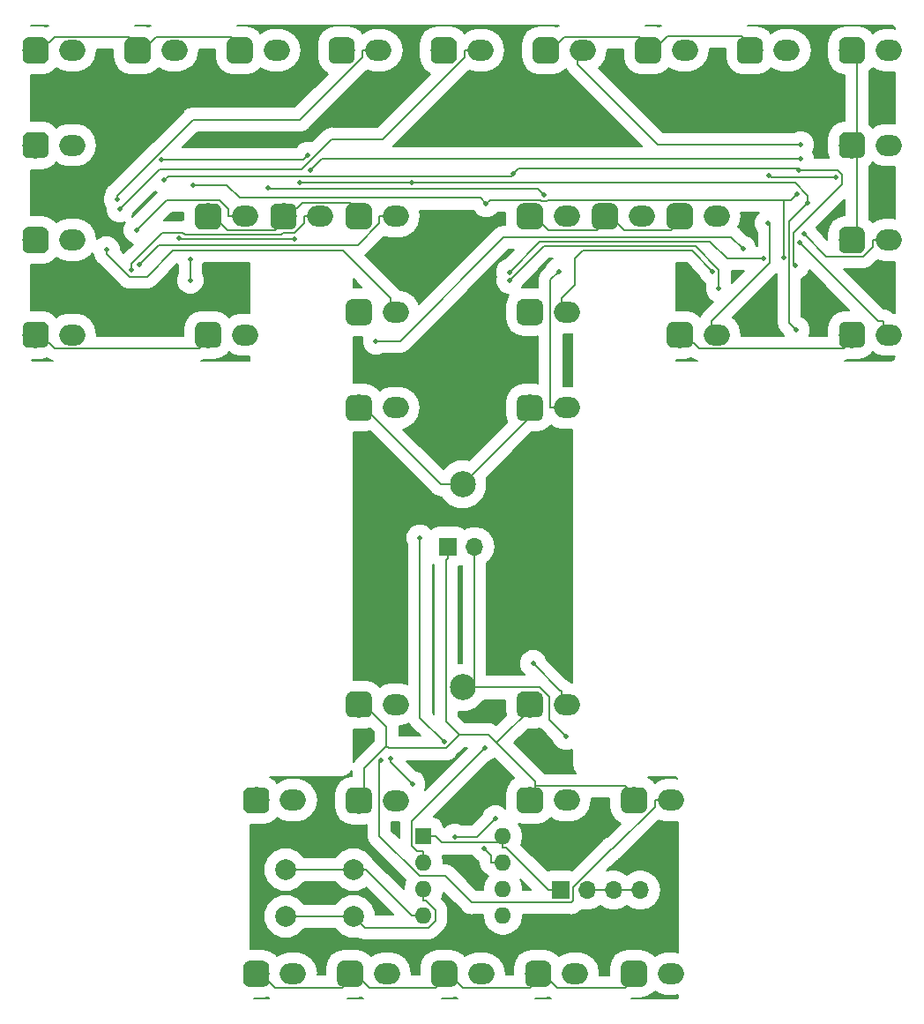
<source format=gbr>
G04 #@! TF.GenerationSoftware,KiCad,Pcbnew,(5.0.0)*
G04 #@! TF.CreationDate,2019-01-20T21:42:16-05:00*
G04 #@! TF.ProjectId,MiniTempleT,4D696E6954656D706C65542E6B696361,rev?*
G04 #@! TF.SameCoordinates,Original*
G04 #@! TF.FileFunction,Copper,L2,Bot,Signal*
G04 #@! TF.FilePolarity,Positive*
%FSLAX46Y46*%
G04 Gerber Fmt 4.6, Leading zero omitted, Abs format (unit mm)*
G04 Created by KiCad (PCBNEW (5.0.0)) date 01/20/19 21:42:16*
%MOMM*%
%LPD*%
G01*
G04 APERTURE LIST*
G04 #@! TA.AperFunction,ComponentPad*
%ADD10R,1.600000X1.600000*%
G04 #@! TD*
G04 #@! TA.AperFunction,ComponentPad*
%ADD11O,1.600000X1.600000*%
G04 #@! TD*
G04 #@! TA.AperFunction,ComponentPad*
%ADD12C,2.000000*%
G04 #@! TD*
G04 #@! TA.AperFunction,ComponentPad*
%ADD13C,2.500000*%
G04 #@! TD*
G04 #@! TA.AperFunction,ComponentPad*
%ADD14R,1.700000X1.700000*%
G04 #@! TD*
G04 #@! TA.AperFunction,ComponentPad*
%ADD15O,1.700000X1.700000*%
G04 #@! TD*
G04 #@! TA.AperFunction,Conductor*
%ADD16C,0.100000*%
G04 #@! TD*
G04 #@! TA.AperFunction,ComponentPad*
%ADD17O,2.500000X2.000000*%
G04 #@! TD*
G04 #@! TA.AperFunction,ViaPad*
%ADD18C,0.500000*%
G04 #@! TD*
G04 #@! TA.AperFunction,Conductor*
%ADD19C,0.200000*%
G04 #@! TD*
G04 #@! TA.AperFunction,NonConductor*
%ADD20C,0.200000*%
G04 #@! TD*
G04 APERTURE END LIST*
D10*
G04 #@! TO.P,Tiny85,1*
G04 #@! TO.N,Master_Reset*
X167450000Y-133368000D03*
D11*
G04 #@! TO.P,Tiny85,5*
G04 #@! TO.N,Serial_Data*
X175070000Y-140988000D03*
G04 #@! TO.P,Tiny85,2*
G04 #@! TO.N,Output_Enable*
X167450000Y-135908000D03*
G04 #@! TO.P,Tiny85,6*
G04 #@! TO.N,Serial_Clock*
X175070000Y-138448000D03*
G04 #@! TO.P,Tiny85,3*
G04 #@! TO.N,Net-(BTN1-Pad2)*
X167450000Y-138448000D03*
G04 #@! TO.P,Tiny85,7*
G04 #@! TO.N,Reg_Clock*
X175070000Y-135908000D03*
G04 #@! TO.P,Tiny85,4*
G04 #@! TO.N,GND*
X167450000Y-140988000D03*
G04 #@! TO.P,Tiny85,8*
G04 #@! TO.N,Master_Reset*
X175070000Y-133368000D03*
G04 #@! TD*
D12*
G04 #@! TO.P,BTN1,2*
G04 #@! TO.N,Net-(BTN1-Pad2)*
X154215000Y-141040000D03*
G04 #@! TO.P,BTN1,1*
G04 #@! TO.N,GND*
X154215000Y-136540000D03*
G04 #@! TO.P,BTN1,2*
G04 #@! TO.N,Net-(BTN1-Pad2)*
X160715000Y-141040000D03*
G04 #@! TO.P,BTN1,1*
G04 #@! TO.N,GND*
X160715000Y-136540000D03*
G04 #@! TD*
D13*
G04 #@! TO.P,Battery1,1*
G04 #@! TO.N,GND*
X171196000Y-99569000D03*
G04 #@! TO.P,Battery1,2*
G04 #@! TO.N,Net-(Battery1-Pad2)*
X171196000Y-119069000D03*
G04 #@! TD*
D14*
G04 #@! TO.P,Power1,1*
G04 #@! TO.N,GND*
X169799000Y-105537000D03*
D15*
G04 #@! TO.P,Power1,2*
G04 #@! TO.N,Net-(Battery1-Pad2)*
X172339000Y-105537000D03*
G04 #@! TD*
D16*
G04 #@! TO.N,GND*
G04 #@! TO.C,D1*
G36*
X130869261Y-83970010D02*
X130929931Y-83979009D01*
X130989428Y-83993912D01*
X131047177Y-84014575D01*
X131102623Y-84040799D01*
X131155231Y-84072331D01*
X131204496Y-84108868D01*
X131249942Y-84150058D01*
X131291132Y-84195504D01*
X131327669Y-84244769D01*
X131359201Y-84297377D01*
X131385425Y-84352823D01*
X131406088Y-84410572D01*
X131420991Y-84470069D01*
X131429990Y-84530739D01*
X131433000Y-84592000D01*
X131433000Y-85842000D01*
X131429990Y-85903261D01*
X131420991Y-85963931D01*
X131406088Y-86023428D01*
X131385425Y-86081177D01*
X131359201Y-86136623D01*
X131327669Y-86189231D01*
X131291132Y-86238496D01*
X131249942Y-86283942D01*
X131204496Y-86325132D01*
X131155231Y-86361669D01*
X131102623Y-86393201D01*
X131047177Y-86419425D01*
X130989428Y-86440088D01*
X130929931Y-86454991D01*
X130869261Y-86463990D01*
X130808000Y-86467000D01*
X129558000Y-86467000D01*
X129496739Y-86463990D01*
X129436069Y-86454991D01*
X129376572Y-86440088D01*
X129318823Y-86419425D01*
X129263377Y-86393201D01*
X129210769Y-86361669D01*
X129161504Y-86325132D01*
X129116058Y-86283942D01*
X129074868Y-86238496D01*
X129038331Y-86189231D01*
X129006799Y-86136623D01*
X128980575Y-86081177D01*
X128959912Y-86023428D01*
X128945009Y-85963931D01*
X128936010Y-85903261D01*
X128933000Y-85842000D01*
X128933000Y-84592000D01*
X128936010Y-84530739D01*
X128945009Y-84470069D01*
X128959912Y-84410572D01*
X128980575Y-84352823D01*
X129006799Y-84297377D01*
X129038331Y-84244769D01*
X129074868Y-84195504D01*
X129116058Y-84150058D01*
X129161504Y-84108868D01*
X129210769Y-84072331D01*
X129263377Y-84040799D01*
X129318823Y-84014575D01*
X129376572Y-83993912D01*
X129436069Y-83979009D01*
X129496739Y-83970010D01*
X129558000Y-83967000D01*
X130808000Y-83967000D01*
X130869261Y-83970010D01*
X130869261Y-83970010D01*
G37*
D13*
G04 #@! TD*
G04 #@! TO.P,D1,1*
G04 #@! TO.N,GND*
X130183000Y-85217000D03*
D17*
G04 #@! TO.P,D1,2*
G04 #@! TO.N,Net-(D1-Pad2)*
X133723000Y-85217000D03*
G04 #@! TD*
G04 #@! TO.P,D2,2*
G04 #@! TO.N,Net-(D2-Pad2)*
X133723000Y-76117000D03*
D16*
G04 #@! TD*
G04 #@! TO.N,GND*
G04 #@! TO.C,D2*
G36*
X130869261Y-74870010D02*
X130929931Y-74879009D01*
X130989428Y-74893912D01*
X131047177Y-74914575D01*
X131102623Y-74940799D01*
X131155231Y-74972331D01*
X131204496Y-75008868D01*
X131249942Y-75050058D01*
X131291132Y-75095504D01*
X131327669Y-75144769D01*
X131359201Y-75197377D01*
X131385425Y-75252823D01*
X131406088Y-75310572D01*
X131420991Y-75370069D01*
X131429990Y-75430739D01*
X131433000Y-75492000D01*
X131433000Y-76742000D01*
X131429990Y-76803261D01*
X131420991Y-76863931D01*
X131406088Y-76923428D01*
X131385425Y-76981177D01*
X131359201Y-77036623D01*
X131327669Y-77089231D01*
X131291132Y-77138496D01*
X131249942Y-77183942D01*
X131204496Y-77225132D01*
X131155231Y-77261669D01*
X131102623Y-77293201D01*
X131047177Y-77319425D01*
X130989428Y-77340088D01*
X130929931Y-77354991D01*
X130869261Y-77363990D01*
X130808000Y-77367000D01*
X129558000Y-77367000D01*
X129496739Y-77363990D01*
X129436069Y-77354991D01*
X129376572Y-77340088D01*
X129318823Y-77319425D01*
X129263377Y-77293201D01*
X129210769Y-77261669D01*
X129161504Y-77225132D01*
X129116058Y-77183942D01*
X129074868Y-77138496D01*
X129038331Y-77089231D01*
X129006799Y-77036623D01*
X128980575Y-76981177D01*
X128959912Y-76923428D01*
X128945009Y-76863931D01*
X128936010Y-76803261D01*
X128933000Y-76742000D01*
X128933000Y-75492000D01*
X128936010Y-75430739D01*
X128945009Y-75370069D01*
X128959912Y-75310572D01*
X128980575Y-75252823D01*
X129006799Y-75197377D01*
X129038331Y-75144769D01*
X129074868Y-75095504D01*
X129116058Y-75050058D01*
X129161504Y-75008868D01*
X129210769Y-74972331D01*
X129263377Y-74940799D01*
X129318823Y-74914575D01*
X129376572Y-74893912D01*
X129436069Y-74879009D01*
X129496739Y-74870010D01*
X129558000Y-74867000D01*
X130808000Y-74867000D01*
X130869261Y-74870010D01*
X130869261Y-74870010D01*
G37*
D13*
G04 #@! TO.P,D2,1*
G04 #@! TO.N,GND*
X130183000Y-76117000D03*
G04 #@! TD*
D17*
G04 #@! TO.P,D3,2*
G04 #@! TO.N,Net-(D3-Pad2)*
X133723000Y-67017000D03*
D16*
G04 #@! TD*
G04 #@! TO.N,GND*
G04 #@! TO.C,D3*
G36*
X130869261Y-65770010D02*
X130929931Y-65779009D01*
X130989428Y-65793912D01*
X131047177Y-65814575D01*
X131102623Y-65840799D01*
X131155231Y-65872331D01*
X131204496Y-65908868D01*
X131249942Y-65950058D01*
X131291132Y-65995504D01*
X131327669Y-66044769D01*
X131359201Y-66097377D01*
X131385425Y-66152823D01*
X131406088Y-66210572D01*
X131420991Y-66270069D01*
X131429990Y-66330739D01*
X131433000Y-66392000D01*
X131433000Y-67642000D01*
X131429990Y-67703261D01*
X131420991Y-67763931D01*
X131406088Y-67823428D01*
X131385425Y-67881177D01*
X131359201Y-67936623D01*
X131327669Y-67989231D01*
X131291132Y-68038496D01*
X131249942Y-68083942D01*
X131204496Y-68125132D01*
X131155231Y-68161669D01*
X131102623Y-68193201D01*
X131047177Y-68219425D01*
X130989428Y-68240088D01*
X130929931Y-68254991D01*
X130869261Y-68263990D01*
X130808000Y-68267000D01*
X129558000Y-68267000D01*
X129496739Y-68263990D01*
X129436069Y-68254991D01*
X129376572Y-68240088D01*
X129318823Y-68219425D01*
X129263377Y-68193201D01*
X129210769Y-68161669D01*
X129161504Y-68125132D01*
X129116058Y-68083942D01*
X129074868Y-68038496D01*
X129038331Y-67989231D01*
X129006799Y-67936623D01*
X128980575Y-67881177D01*
X128959912Y-67823428D01*
X128945009Y-67763931D01*
X128936010Y-67703261D01*
X128933000Y-67642000D01*
X128933000Y-66392000D01*
X128936010Y-66330739D01*
X128945009Y-66270069D01*
X128959912Y-66210572D01*
X128980575Y-66152823D01*
X129006799Y-66097377D01*
X129038331Y-66044769D01*
X129074868Y-65995504D01*
X129116058Y-65950058D01*
X129161504Y-65908868D01*
X129210769Y-65872331D01*
X129263377Y-65840799D01*
X129318823Y-65814575D01*
X129376572Y-65793912D01*
X129436069Y-65779009D01*
X129496739Y-65770010D01*
X129558000Y-65767000D01*
X130808000Y-65767000D01*
X130869261Y-65770010D01*
X130869261Y-65770010D01*
G37*
D13*
G04 #@! TO.P,D3,1*
G04 #@! TO.N,GND*
X130183000Y-67017000D03*
G04 #@! TD*
D17*
G04 #@! TO.P,D4,2*
G04 #@! TO.N,Net-(D4-Pad2)*
X133723000Y-57917000D03*
D16*
G04 #@! TD*
G04 #@! TO.N,GND*
G04 #@! TO.C,D4*
G36*
X130869261Y-56670010D02*
X130929931Y-56679009D01*
X130989428Y-56693912D01*
X131047177Y-56714575D01*
X131102623Y-56740799D01*
X131155231Y-56772331D01*
X131204496Y-56808868D01*
X131249942Y-56850058D01*
X131291132Y-56895504D01*
X131327669Y-56944769D01*
X131359201Y-56997377D01*
X131385425Y-57052823D01*
X131406088Y-57110572D01*
X131420991Y-57170069D01*
X131429990Y-57230739D01*
X131433000Y-57292000D01*
X131433000Y-58542000D01*
X131429990Y-58603261D01*
X131420991Y-58663931D01*
X131406088Y-58723428D01*
X131385425Y-58781177D01*
X131359201Y-58836623D01*
X131327669Y-58889231D01*
X131291132Y-58938496D01*
X131249942Y-58983942D01*
X131204496Y-59025132D01*
X131155231Y-59061669D01*
X131102623Y-59093201D01*
X131047177Y-59119425D01*
X130989428Y-59140088D01*
X130929931Y-59154991D01*
X130869261Y-59163990D01*
X130808000Y-59167000D01*
X129558000Y-59167000D01*
X129496739Y-59163990D01*
X129436069Y-59154991D01*
X129376572Y-59140088D01*
X129318823Y-59119425D01*
X129263377Y-59093201D01*
X129210769Y-59061669D01*
X129161504Y-59025132D01*
X129116058Y-58983942D01*
X129074868Y-58938496D01*
X129038331Y-58889231D01*
X129006799Y-58836623D01*
X128980575Y-58781177D01*
X128959912Y-58723428D01*
X128945009Y-58663931D01*
X128936010Y-58603261D01*
X128933000Y-58542000D01*
X128933000Y-57292000D01*
X128936010Y-57230739D01*
X128945009Y-57170069D01*
X128959912Y-57110572D01*
X128980575Y-57052823D01*
X129006799Y-56997377D01*
X129038331Y-56944769D01*
X129074868Y-56895504D01*
X129116058Y-56850058D01*
X129161504Y-56808868D01*
X129210769Y-56772331D01*
X129263377Y-56740799D01*
X129318823Y-56714575D01*
X129376572Y-56693912D01*
X129436069Y-56679009D01*
X129496739Y-56670010D01*
X129558000Y-56667000D01*
X130808000Y-56667000D01*
X130869261Y-56670010D01*
X130869261Y-56670010D01*
G37*
D13*
G04 #@! TO.P,D4,1*
G04 #@! TO.N,GND*
X130183000Y-57917000D03*
G04 #@! TD*
D16*
G04 #@! TO.N,GND*
G04 #@! TO.C,D5*
G36*
X140669261Y-56670010D02*
X140729931Y-56679009D01*
X140789428Y-56693912D01*
X140847177Y-56714575D01*
X140902623Y-56740799D01*
X140955231Y-56772331D01*
X141004496Y-56808868D01*
X141049942Y-56850058D01*
X141091132Y-56895504D01*
X141127669Y-56944769D01*
X141159201Y-56997377D01*
X141185425Y-57052823D01*
X141206088Y-57110572D01*
X141220991Y-57170069D01*
X141229990Y-57230739D01*
X141233000Y-57292000D01*
X141233000Y-58542000D01*
X141229990Y-58603261D01*
X141220991Y-58663931D01*
X141206088Y-58723428D01*
X141185425Y-58781177D01*
X141159201Y-58836623D01*
X141127669Y-58889231D01*
X141091132Y-58938496D01*
X141049942Y-58983942D01*
X141004496Y-59025132D01*
X140955231Y-59061669D01*
X140902623Y-59093201D01*
X140847177Y-59119425D01*
X140789428Y-59140088D01*
X140729931Y-59154991D01*
X140669261Y-59163990D01*
X140608000Y-59167000D01*
X139358000Y-59167000D01*
X139296739Y-59163990D01*
X139236069Y-59154991D01*
X139176572Y-59140088D01*
X139118823Y-59119425D01*
X139063377Y-59093201D01*
X139010769Y-59061669D01*
X138961504Y-59025132D01*
X138916058Y-58983942D01*
X138874868Y-58938496D01*
X138838331Y-58889231D01*
X138806799Y-58836623D01*
X138780575Y-58781177D01*
X138759912Y-58723428D01*
X138745009Y-58663931D01*
X138736010Y-58603261D01*
X138733000Y-58542000D01*
X138733000Y-57292000D01*
X138736010Y-57230739D01*
X138745009Y-57170069D01*
X138759912Y-57110572D01*
X138780575Y-57052823D01*
X138806799Y-56997377D01*
X138838331Y-56944769D01*
X138874868Y-56895504D01*
X138916058Y-56850058D01*
X138961504Y-56808868D01*
X139010769Y-56772331D01*
X139063377Y-56740799D01*
X139118823Y-56714575D01*
X139176572Y-56693912D01*
X139236069Y-56679009D01*
X139296739Y-56670010D01*
X139358000Y-56667000D01*
X140608000Y-56667000D01*
X140669261Y-56670010D01*
X140669261Y-56670010D01*
G37*
D13*
G04 #@! TD*
G04 #@! TO.P,D5,1*
G04 #@! TO.N,GND*
X139983000Y-57917000D03*
D17*
G04 #@! TO.P,D5,2*
G04 #@! TO.N,Net-(D5-Pad2)*
X143523000Y-57917000D03*
G04 #@! TD*
G04 #@! TO.P,D6,2*
G04 #@! TO.N,Net-(D6-Pad2)*
X153323000Y-57917000D03*
D16*
G04 #@! TD*
G04 #@! TO.N,GND*
G04 #@! TO.C,D6*
G36*
X150469261Y-56670010D02*
X150529931Y-56679009D01*
X150589428Y-56693912D01*
X150647177Y-56714575D01*
X150702623Y-56740799D01*
X150755231Y-56772331D01*
X150804496Y-56808868D01*
X150849942Y-56850058D01*
X150891132Y-56895504D01*
X150927669Y-56944769D01*
X150959201Y-56997377D01*
X150985425Y-57052823D01*
X151006088Y-57110572D01*
X151020991Y-57170069D01*
X151029990Y-57230739D01*
X151033000Y-57292000D01*
X151033000Y-58542000D01*
X151029990Y-58603261D01*
X151020991Y-58663931D01*
X151006088Y-58723428D01*
X150985425Y-58781177D01*
X150959201Y-58836623D01*
X150927669Y-58889231D01*
X150891132Y-58938496D01*
X150849942Y-58983942D01*
X150804496Y-59025132D01*
X150755231Y-59061669D01*
X150702623Y-59093201D01*
X150647177Y-59119425D01*
X150589428Y-59140088D01*
X150529931Y-59154991D01*
X150469261Y-59163990D01*
X150408000Y-59167000D01*
X149158000Y-59167000D01*
X149096739Y-59163990D01*
X149036069Y-59154991D01*
X148976572Y-59140088D01*
X148918823Y-59119425D01*
X148863377Y-59093201D01*
X148810769Y-59061669D01*
X148761504Y-59025132D01*
X148716058Y-58983942D01*
X148674868Y-58938496D01*
X148638331Y-58889231D01*
X148606799Y-58836623D01*
X148580575Y-58781177D01*
X148559912Y-58723428D01*
X148545009Y-58663931D01*
X148536010Y-58603261D01*
X148533000Y-58542000D01*
X148533000Y-57292000D01*
X148536010Y-57230739D01*
X148545009Y-57170069D01*
X148559912Y-57110572D01*
X148580575Y-57052823D01*
X148606799Y-56997377D01*
X148638331Y-56944769D01*
X148674868Y-56895504D01*
X148716058Y-56850058D01*
X148761504Y-56808868D01*
X148810769Y-56772331D01*
X148863377Y-56740799D01*
X148918823Y-56714575D01*
X148976572Y-56693912D01*
X149036069Y-56679009D01*
X149096739Y-56670010D01*
X149158000Y-56667000D01*
X150408000Y-56667000D01*
X150469261Y-56670010D01*
X150469261Y-56670010D01*
G37*
D13*
G04 #@! TO.P,D6,1*
G04 #@! TO.N,GND*
X149783000Y-57917000D03*
G04 #@! TD*
D16*
G04 #@! TO.N,GND*
G04 #@! TO.C,D7*
G36*
X160269261Y-56670010D02*
X160329931Y-56679009D01*
X160389428Y-56693912D01*
X160447177Y-56714575D01*
X160502623Y-56740799D01*
X160555231Y-56772331D01*
X160604496Y-56808868D01*
X160649942Y-56850058D01*
X160691132Y-56895504D01*
X160727669Y-56944769D01*
X160759201Y-56997377D01*
X160785425Y-57052823D01*
X160806088Y-57110572D01*
X160820991Y-57170069D01*
X160829990Y-57230739D01*
X160833000Y-57292000D01*
X160833000Y-58542000D01*
X160829990Y-58603261D01*
X160820991Y-58663931D01*
X160806088Y-58723428D01*
X160785425Y-58781177D01*
X160759201Y-58836623D01*
X160727669Y-58889231D01*
X160691132Y-58938496D01*
X160649942Y-58983942D01*
X160604496Y-59025132D01*
X160555231Y-59061669D01*
X160502623Y-59093201D01*
X160447177Y-59119425D01*
X160389428Y-59140088D01*
X160329931Y-59154991D01*
X160269261Y-59163990D01*
X160208000Y-59167000D01*
X158958000Y-59167000D01*
X158896739Y-59163990D01*
X158836069Y-59154991D01*
X158776572Y-59140088D01*
X158718823Y-59119425D01*
X158663377Y-59093201D01*
X158610769Y-59061669D01*
X158561504Y-59025132D01*
X158516058Y-58983942D01*
X158474868Y-58938496D01*
X158438331Y-58889231D01*
X158406799Y-58836623D01*
X158380575Y-58781177D01*
X158359912Y-58723428D01*
X158345009Y-58663931D01*
X158336010Y-58603261D01*
X158333000Y-58542000D01*
X158333000Y-57292000D01*
X158336010Y-57230739D01*
X158345009Y-57170069D01*
X158359912Y-57110572D01*
X158380575Y-57052823D01*
X158406799Y-56997377D01*
X158438331Y-56944769D01*
X158474868Y-56895504D01*
X158516058Y-56850058D01*
X158561504Y-56808868D01*
X158610769Y-56772331D01*
X158663377Y-56740799D01*
X158718823Y-56714575D01*
X158776572Y-56693912D01*
X158836069Y-56679009D01*
X158896739Y-56670010D01*
X158958000Y-56667000D01*
X160208000Y-56667000D01*
X160269261Y-56670010D01*
X160269261Y-56670010D01*
G37*
D13*
G04 #@! TD*
G04 #@! TO.P,D7,1*
G04 #@! TO.N,GND*
X159583000Y-57917000D03*
D17*
G04 #@! TO.P,D7,2*
G04 #@! TO.N,Net-(D7-Pad2)*
X163123000Y-57917000D03*
G04 #@! TD*
D16*
G04 #@! TO.N,GND*
G04 #@! TO.C,D8*
G36*
X170069261Y-56670010D02*
X170129931Y-56679009D01*
X170189428Y-56693912D01*
X170247177Y-56714575D01*
X170302623Y-56740799D01*
X170355231Y-56772331D01*
X170404496Y-56808868D01*
X170449942Y-56850058D01*
X170491132Y-56895504D01*
X170527669Y-56944769D01*
X170559201Y-56997377D01*
X170585425Y-57052823D01*
X170606088Y-57110572D01*
X170620991Y-57170069D01*
X170629990Y-57230739D01*
X170633000Y-57292000D01*
X170633000Y-58542000D01*
X170629990Y-58603261D01*
X170620991Y-58663931D01*
X170606088Y-58723428D01*
X170585425Y-58781177D01*
X170559201Y-58836623D01*
X170527669Y-58889231D01*
X170491132Y-58938496D01*
X170449942Y-58983942D01*
X170404496Y-59025132D01*
X170355231Y-59061669D01*
X170302623Y-59093201D01*
X170247177Y-59119425D01*
X170189428Y-59140088D01*
X170129931Y-59154991D01*
X170069261Y-59163990D01*
X170008000Y-59167000D01*
X168758000Y-59167000D01*
X168696739Y-59163990D01*
X168636069Y-59154991D01*
X168576572Y-59140088D01*
X168518823Y-59119425D01*
X168463377Y-59093201D01*
X168410769Y-59061669D01*
X168361504Y-59025132D01*
X168316058Y-58983942D01*
X168274868Y-58938496D01*
X168238331Y-58889231D01*
X168206799Y-58836623D01*
X168180575Y-58781177D01*
X168159912Y-58723428D01*
X168145009Y-58663931D01*
X168136010Y-58603261D01*
X168133000Y-58542000D01*
X168133000Y-57292000D01*
X168136010Y-57230739D01*
X168145009Y-57170069D01*
X168159912Y-57110572D01*
X168180575Y-57052823D01*
X168206799Y-56997377D01*
X168238331Y-56944769D01*
X168274868Y-56895504D01*
X168316058Y-56850058D01*
X168361504Y-56808868D01*
X168410769Y-56772331D01*
X168463377Y-56740799D01*
X168518823Y-56714575D01*
X168576572Y-56693912D01*
X168636069Y-56679009D01*
X168696739Y-56670010D01*
X168758000Y-56667000D01*
X170008000Y-56667000D01*
X170069261Y-56670010D01*
X170069261Y-56670010D01*
G37*
D13*
G04 #@! TD*
G04 #@! TO.P,D8,1*
G04 #@! TO.N,GND*
X169383000Y-57917000D03*
D17*
G04 #@! TO.P,D8,2*
G04 #@! TO.N,Net-(D8-Pad2)*
X172923000Y-57917000D03*
G04 #@! TD*
G04 #@! TO.P,D9,2*
G04 #@! TO.N,Net-(D9-Pad2)*
X182723000Y-57917000D03*
D16*
G04 #@! TD*
G04 #@! TO.N,GND*
G04 #@! TO.C,D9*
G36*
X179869261Y-56670010D02*
X179929931Y-56679009D01*
X179989428Y-56693912D01*
X180047177Y-56714575D01*
X180102623Y-56740799D01*
X180155231Y-56772331D01*
X180204496Y-56808868D01*
X180249942Y-56850058D01*
X180291132Y-56895504D01*
X180327669Y-56944769D01*
X180359201Y-56997377D01*
X180385425Y-57052823D01*
X180406088Y-57110572D01*
X180420991Y-57170069D01*
X180429990Y-57230739D01*
X180433000Y-57292000D01*
X180433000Y-58542000D01*
X180429990Y-58603261D01*
X180420991Y-58663931D01*
X180406088Y-58723428D01*
X180385425Y-58781177D01*
X180359201Y-58836623D01*
X180327669Y-58889231D01*
X180291132Y-58938496D01*
X180249942Y-58983942D01*
X180204496Y-59025132D01*
X180155231Y-59061669D01*
X180102623Y-59093201D01*
X180047177Y-59119425D01*
X179989428Y-59140088D01*
X179929931Y-59154991D01*
X179869261Y-59163990D01*
X179808000Y-59167000D01*
X178558000Y-59167000D01*
X178496739Y-59163990D01*
X178436069Y-59154991D01*
X178376572Y-59140088D01*
X178318823Y-59119425D01*
X178263377Y-59093201D01*
X178210769Y-59061669D01*
X178161504Y-59025132D01*
X178116058Y-58983942D01*
X178074868Y-58938496D01*
X178038331Y-58889231D01*
X178006799Y-58836623D01*
X177980575Y-58781177D01*
X177959912Y-58723428D01*
X177945009Y-58663931D01*
X177936010Y-58603261D01*
X177933000Y-58542000D01*
X177933000Y-57292000D01*
X177936010Y-57230739D01*
X177945009Y-57170069D01*
X177959912Y-57110572D01*
X177980575Y-57052823D01*
X178006799Y-56997377D01*
X178038331Y-56944769D01*
X178074868Y-56895504D01*
X178116058Y-56850058D01*
X178161504Y-56808868D01*
X178210769Y-56772331D01*
X178263377Y-56740799D01*
X178318823Y-56714575D01*
X178376572Y-56693912D01*
X178436069Y-56679009D01*
X178496739Y-56670010D01*
X178558000Y-56667000D01*
X179808000Y-56667000D01*
X179869261Y-56670010D01*
X179869261Y-56670010D01*
G37*
D13*
G04 #@! TO.P,D9,1*
G04 #@! TO.N,GND*
X179183000Y-57917000D03*
G04 #@! TD*
D17*
G04 #@! TO.P,D10,2*
G04 #@! TO.N,Net-(D10-Pad2)*
X192523000Y-57917000D03*
D16*
G04 #@! TD*
G04 #@! TO.N,GND*
G04 #@! TO.C,D10*
G36*
X189669261Y-56670010D02*
X189729931Y-56679009D01*
X189789428Y-56693912D01*
X189847177Y-56714575D01*
X189902623Y-56740799D01*
X189955231Y-56772331D01*
X190004496Y-56808868D01*
X190049942Y-56850058D01*
X190091132Y-56895504D01*
X190127669Y-56944769D01*
X190159201Y-56997377D01*
X190185425Y-57052823D01*
X190206088Y-57110572D01*
X190220991Y-57170069D01*
X190229990Y-57230739D01*
X190233000Y-57292000D01*
X190233000Y-58542000D01*
X190229990Y-58603261D01*
X190220991Y-58663931D01*
X190206088Y-58723428D01*
X190185425Y-58781177D01*
X190159201Y-58836623D01*
X190127669Y-58889231D01*
X190091132Y-58938496D01*
X190049942Y-58983942D01*
X190004496Y-59025132D01*
X189955231Y-59061669D01*
X189902623Y-59093201D01*
X189847177Y-59119425D01*
X189789428Y-59140088D01*
X189729931Y-59154991D01*
X189669261Y-59163990D01*
X189608000Y-59167000D01*
X188358000Y-59167000D01*
X188296739Y-59163990D01*
X188236069Y-59154991D01*
X188176572Y-59140088D01*
X188118823Y-59119425D01*
X188063377Y-59093201D01*
X188010769Y-59061669D01*
X187961504Y-59025132D01*
X187916058Y-58983942D01*
X187874868Y-58938496D01*
X187838331Y-58889231D01*
X187806799Y-58836623D01*
X187780575Y-58781177D01*
X187759912Y-58723428D01*
X187745009Y-58663931D01*
X187736010Y-58603261D01*
X187733000Y-58542000D01*
X187733000Y-57292000D01*
X187736010Y-57230739D01*
X187745009Y-57170069D01*
X187759912Y-57110572D01*
X187780575Y-57052823D01*
X187806799Y-56997377D01*
X187838331Y-56944769D01*
X187874868Y-56895504D01*
X187916058Y-56850058D01*
X187961504Y-56808868D01*
X188010769Y-56772331D01*
X188063377Y-56740799D01*
X188118823Y-56714575D01*
X188176572Y-56693912D01*
X188236069Y-56679009D01*
X188296739Y-56670010D01*
X188358000Y-56667000D01*
X189608000Y-56667000D01*
X189669261Y-56670010D01*
X189669261Y-56670010D01*
G37*
D13*
G04 #@! TO.P,D10,1*
G04 #@! TO.N,GND*
X188983000Y-57917000D03*
G04 #@! TD*
D16*
G04 #@! TO.N,GND*
G04 #@! TO.C,D11*
G36*
X199469261Y-56670010D02*
X199529931Y-56679009D01*
X199589428Y-56693912D01*
X199647177Y-56714575D01*
X199702623Y-56740799D01*
X199755231Y-56772331D01*
X199804496Y-56808868D01*
X199849942Y-56850058D01*
X199891132Y-56895504D01*
X199927669Y-56944769D01*
X199959201Y-56997377D01*
X199985425Y-57052823D01*
X200006088Y-57110572D01*
X200020991Y-57170069D01*
X200029990Y-57230739D01*
X200033000Y-57292000D01*
X200033000Y-58542000D01*
X200029990Y-58603261D01*
X200020991Y-58663931D01*
X200006088Y-58723428D01*
X199985425Y-58781177D01*
X199959201Y-58836623D01*
X199927669Y-58889231D01*
X199891132Y-58938496D01*
X199849942Y-58983942D01*
X199804496Y-59025132D01*
X199755231Y-59061669D01*
X199702623Y-59093201D01*
X199647177Y-59119425D01*
X199589428Y-59140088D01*
X199529931Y-59154991D01*
X199469261Y-59163990D01*
X199408000Y-59167000D01*
X198158000Y-59167000D01*
X198096739Y-59163990D01*
X198036069Y-59154991D01*
X197976572Y-59140088D01*
X197918823Y-59119425D01*
X197863377Y-59093201D01*
X197810769Y-59061669D01*
X197761504Y-59025132D01*
X197716058Y-58983942D01*
X197674868Y-58938496D01*
X197638331Y-58889231D01*
X197606799Y-58836623D01*
X197580575Y-58781177D01*
X197559912Y-58723428D01*
X197545009Y-58663931D01*
X197536010Y-58603261D01*
X197533000Y-58542000D01*
X197533000Y-57292000D01*
X197536010Y-57230739D01*
X197545009Y-57170069D01*
X197559912Y-57110572D01*
X197580575Y-57052823D01*
X197606799Y-56997377D01*
X197638331Y-56944769D01*
X197674868Y-56895504D01*
X197716058Y-56850058D01*
X197761504Y-56808868D01*
X197810769Y-56772331D01*
X197863377Y-56740799D01*
X197918823Y-56714575D01*
X197976572Y-56693912D01*
X198036069Y-56679009D01*
X198096739Y-56670010D01*
X198158000Y-56667000D01*
X199408000Y-56667000D01*
X199469261Y-56670010D01*
X199469261Y-56670010D01*
G37*
D13*
G04 #@! TD*
G04 #@! TO.P,D11,1*
G04 #@! TO.N,GND*
X198783000Y-57917000D03*
D17*
G04 #@! TO.P,D11,2*
G04 #@! TO.N,Net-(D11-Pad2)*
X202323000Y-57917000D03*
G04 #@! TD*
G04 #@! TO.P,D12,2*
G04 #@! TO.N,Net-(D12-Pad2)*
X212123000Y-57917000D03*
D16*
G04 #@! TD*
G04 #@! TO.N,GND*
G04 #@! TO.C,D12*
G36*
X209269261Y-56670010D02*
X209329931Y-56679009D01*
X209389428Y-56693912D01*
X209447177Y-56714575D01*
X209502623Y-56740799D01*
X209555231Y-56772331D01*
X209604496Y-56808868D01*
X209649942Y-56850058D01*
X209691132Y-56895504D01*
X209727669Y-56944769D01*
X209759201Y-56997377D01*
X209785425Y-57052823D01*
X209806088Y-57110572D01*
X209820991Y-57170069D01*
X209829990Y-57230739D01*
X209833000Y-57292000D01*
X209833000Y-58542000D01*
X209829990Y-58603261D01*
X209820991Y-58663931D01*
X209806088Y-58723428D01*
X209785425Y-58781177D01*
X209759201Y-58836623D01*
X209727669Y-58889231D01*
X209691132Y-58938496D01*
X209649942Y-58983942D01*
X209604496Y-59025132D01*
X209555231Y-59061669D01*
X209502623Y-59093201D01*
X209447177Y-59119425D01*
X209389428Y-59140088D01*
X209329931Y-59154991D01*
X209269261Y-59163990D01*
X209208000Y-59167000D01*
X207958000Y-59167000D01*
X207896739Y-59163990D01*
X207836069Y-59154991D01*
X207776572Y-59140088D01*
X207718823Y-59119425D01*
X207663377Y-59093201D01*
X207610769Y-59061669D01*
X207561504Y-59025132D01*
X207516058Y-58983942D01*
X207474868Y-58938496D01*
X207438331Y-58889231D01*
X207406799Y-58836623D01*
X207380575Y-58781177D01*
X207359912Y-58723428D01*
X207345009Y-58663931D01*
X207336010Y-58603261D01*
X207333000Y-58542000D01*
X207333000Y-57292000D01*
X207336010Y-57230739D01*
X207345009Y-57170069D01*
X207359912Y-57110572D01*
X207380575Y-57052823D01*
X207406799Y-56997377D01*
X207438331Y-56944769D01*
X207474868Y-56895504D01*
X207516058Y-56850058D01*
X207561504Y-56808868D01*
X207610769Y-56772331D01*
X207663377Y-56740799D01*
X207718823Y-56714575D01*
X207776572Y-56693912D01*
X207836069Y-56679009D01*
X207896739Y-56670010D01*
X207958000Y-56667000D01*
X209208000Y-56667000D01*
X209269261Y-56670010D01*
X209269261Y-56670010D01*
G37*
D13*
G04 #@! TO.P,D12,1*
G04 #@! TO.N,GND*
X208583000Y-57917000D03*
G04 #@! TD*
D16*
G04 #@! TO.N,GND*
G04 #@! TO.C,D13*
G36*
X209269261Y-65770010D02*
X209329931Y-65779009D01*
X209389428Y-65793912D01*
X209447177Y-65814575D01*
X209502623Y-65840799D01*
X209555231Y-65872331D01*
X209604496Y-65908868D01*
X209649942Y-65950058D01*
X209691132Y-65995504D01*
X209727669Y-66044769D01*
X209759201Y-66097377D01*
X209785425Y-66152823D01*
X209806088Y-66210572D01*
X209820991Y-66270069D01*
X209829990Y-66330739D01*
X209833000Y-66392000D01*
X209833000Y-67642000D01*
X209829990Y-67703261D01*
X209820991Y-67763931D01*
X209806088Y-67823428D01*
X209785425Y-67881177D01*
X209759201Y-67936623D01*
X209727669Y-67989231D01*
X209691132Y-68038496D01*
X209649942Y-68083942D01*
X209604496Y-68125132D01*
X209555231Y-68161669D01*
X209502623Y-68193201D01*
X209447177Y-68219425D01*
X209389428Y-68240088D01*
X209329931Y-68254991D01*
X209269261Y-68263990D01*
X209208000Y-68267000D01*
X207958000Y-68267000D01*
X207896739Y-68263990D01*
X207836069Y-68254991D01*
X207776572Y-68240088D01*
X207718823Y-68219425D01*
X207663377Y-68193201D01*
X207610769Y-68161669D01*
X207561504Y-68125132D01*
X207516058Y-68083942D01*
X207474868Y-68038496D01*
X207438331Y-67989231D01*
X207406799Y-67936623D01*
X207380575Y-67881177D01*
X207359912Y-67823428D01*
X207345009Y-67763931D01*
X207336010Y-67703261D01*
X207333000Y-67642000D01*
X207333000Y-66392000D01*
X207336010Y-66330739D01*
X207345009Y-66270069D01*
X207359912Y-66210572D01*
X207380575Y-66152823D01*
X207406799Y-66097377D01*
X207438331Y-66044769D01*
X207474868Y-65995504D01*
X207516058Y-65950058D01*
X207561504Y-65908868D01*
X207610769Y-65872331D01*
X207663377Y-65840799D01*
X207718823Y-65814575D01*
X207776572Y-65793912D01*
X207836069Y-65779009D01*
X207896739Y-65770010D01*
X207958000Y-65767000D01*
X209208000Y-65767000D01*
X209269261Y-65770010D01*
X209269261Y-65770010D01*
G37*
D13*
G04 #@! TD*
G04 #@! TO.P,D13,1*
G04 #@! TO.N,GND*
X208583000Y-67017000D03*
D17*
G04 #@! TO.P,D13,2*
G04 #@! TO.N,Net-(D13-Pad2)*
X212123000Y-67017000D03*
G04 #@! TD*
G04 #@! TO.P,D14,2*
G04 #@! TO.N,Net-(D14-Pad2)*
X212123000Y-76117000D03*
D16*
G04 #@! TD*
G04 #@! TO.N,GND*
G04 #@! TO.C,D14*
G36*
X209269261Y-74870010D02*
X209329931Y-74879009D01*
X209389428Y-74893912D01*
X209447177Y-74914575D01*
X209502623Y-74940799D01*
X209555231Y-74972331D01*
X209604496Y-75008868D01*
X209649942Y-75050058D01*
X209691132Y-75095504D01*
X209727669Y-75144769D01*
X209759201Y-75197377D01*
X209785425Y-75252823D01*
X209806088Y-75310572D01*
X209820991Y-75370069D01*
X209829990Y-75430739D01*
X209833000Y-75492000D01*
X209833000Y-76742000D01*
X209829990Y-76803261D01*
X209820991Y-76863931D01*
X209806088Y-76923428D01*
X209785425Y-76981177D01*
X209759201Y-77036623D01*
X209727669Y-77089231D01*
X209691132Y-77138496D01*
X209649942Y-77183942D01*
X209604496Y-77225132D01*
X209555231Y-77261669D01*
X209502623Y-77293201D01*
X209447177Y-77319425D01*
X209389428Y-77340088D01*
X209329931Y-77354991D01*
X209269261Y-77363990D01*
X209208000Y-77367000D01*
X207958000Y-77367000D01*
X207896739Y-77363990D01*
X207836069Y-77354991D01*
X207776572Y-77340088D01*
X207718823Y-77319425D01*
X207663377Y-77293201D01*
X207610769Y-77261669D01*
X207561504Y-77225132D01*
X207516058Y-77183942D01*
X207474868Y-77138496D01*
X207438331Y-77089231D01*
X207406799Y-77036623D01*
X207380575Y-76981177D01*
X207359912Y-76923428D01*
X207345009Y-76863931D01*
X207336010Y-76803261D01*
X207333000Y-76742000D01*
X207333000Y-75492000D01*
X207336010Y-75430739D01*
X207345009Y-75370069D01*
X207359912Y-75310572D01*
X207380575Y-75252823D01*
X207406799Y-75197377D01*
X207438331Y-75144769D01*
X207474868Y-75095504D01*
X207516058Y-75050058D01*
X207561504Y-75008868D01*
X207610769Y-74972331D01*
X207663377Y-74940799D01*
X207718823Y-74914575D01*
X207776572Y-74893912D01*
X207836069Y-74879009D01*
X207896739Y-74870010D01*
X207958000Y-74867000D01*
X209208000Y-74867000D01*
X209269261Y-74870010D01*
X209269261Y-74870010D01*
G37*
D13*
G04 #@! TO.P,D14,1*
G04 #@! TO.N,GND*
X208583000Y-76117000D03*
G04 #@! TD*
D16*
G04 #@! TO.N,GND*
G04 #@! TO.C,D15*
G36*
X209269261Y-83970010D02*
X209329931Y-83979009D01*
X209389428Y-83993912D01*
X209447177Y-84014575D01*
X209502623Y-84040799D01*
X209555231Y-84072331D01*
X209604496Y-84108868D01*
X209649942Y-84150058D01*
X209691132Y-84195504D01*
X209727669Y-84244769D01*
X209759201Y-84297377D01*
X209785425Y-84352823D01*
X209806088Y-84410572D01*
X209820991Y-84470069D01*
X209829990Y-84530739D01*
X209833000Y-84592000D01*
X209833000Y-85842000D01*
X209829990Y-85903261D01*
X209820991Y-85963931D01*
X209806088Y-86023428D01*
X209785425Y-86081177D01*
X209759201Y-86136623D01*
X209727669Y-86189231D01*
X209691132Y-86238496D01*
X209649942Y-86283942D01*
X209604496Y-86325132D01*
X209555231Y-86361669D01*
X209502623Y-86393201D01*
X209447177Y-86419425D01*
X209389428Y-86440088D01*
X209329931Y-86454991D01*
X209269261Y-86463990D01*
X209208000Y-86467000D01*
X207958000Y-86467000D01*
X207896739Y-86463990D01*
X207836069Y-86454991D01*
X207776572Y-86440088D01*
X207718823Y-86419425D01*
X207663377Y-86393201D01*
X207610769Y-86361669D01*
X207561504Y-86325132D01*
X207516058Y-86283942D01*
X207474868Y-86238496D01*
X207438331Y-86189231D01*
X207406799Y-86136623D01*
X207380575Y-86081177D01*
X207359912Y-86023428D01*
X207345009Y-85963931D01*
X207336010Y-85903261D01*
X207333000Y-85842000D01*
X207333000Y-84592000D01*
X207336010Y-84530739D01*
X207345009Y-84470069D01*
X207359912Y-84410572D01*
X207380575Y-84352823D01*
X207406799Y-84297377D01*
X207438331Y-84244769D01*
X207474868Y-84195504D01*
X207516058Y-84150058D01*
X207561504Y-84108868D01*
X207610769Y-84072331D01*
X207663377Y-84040799D01*
X207718823Y-84014575D01*
X207776572Y-83993912D01*
X207836069Y-83979009D01*
X207896739Y-83970010D01*
X207958000Y-83967000D01*
X209208000Y-83967000D01*
X209269261Y-83970010D01*
X209269261Y-83970010D01*
G37*
D13*
G04 #@! TD*
G04 #@! TO.P,D15,1*
G04 #@! TO.N,GND*
X208583000Y-85217000D03*
D17*
G04 #@! TO.P,D15,2*
G04 #@! TO.N,Net-(D15-Pad2)*
X212123000Y-85217000D03*
G04 #@! TD*
G04 #@! TO.P,D16,2*
G04 #@! TO.N,Net-(D16-Pad2)*
X195597000Y-85217000D03*
D16*
G04 #@! TD*
G04 #@! TO.N,GND*
G04 #@! TO.C,D16*
G36*
X192743261Y-83970010D02*
X192803931Y-83979009D01*
X192863428Y-83993912D01*
X192921177Y-84014575D01*
X192976623Y-84040799D01*
X193029231Y-84072331D01*
X193078496Y-84108868D01*
X193123942Y-84150058D01*
X193165132Y-84195504D01*
X193201669Y-84244769D01*
X193233201Y-84297377D01*
X193259425Y-84352823D01*
X193280088Y-84410572D01*
X193294991Y-84470069D01*
X193303990Y-84530739D01*
X193307000Y-84592000D01*
X193307000Y-85842000D01*
X193303990Y-85903261D01*
X193294991Y-85963931D01*
X193280088Y-86023428D01*
X193259425Y-86081177D01*
X193233201Y-86136623D01*
X193201669Y-86189231D01*
X193165132Y-86238496D01*
X193123942Y-86283942D01*
X193078496Y-86325132D01*
X193029231Y-86361669D01*
X192976623Y-86393201D01*
X192921177Y-86419425D01*
X192863428Y-86440088D01*
X192803931Y-86454991D01*
X192743261Y-86463990D01*
X192682000Y-86467000D01*
X191432000Y-86467000D01*
X191370739Y-86463990D01*
X191310069Y-86454991D01*
X191250572Y-86440088D01*
X191192823Y-86419425D01*
X191137377Y-86393201D01*
X191084769Y-86361669D01*
X191035504Y-86325132D01*
X190990058Y-86283942D01*
X190948868Y-86238496D01*
X190912331Y-86189231D01*
X190880799Y-86136623D01*
X190854575Y-86081177D01*
X190833912Y-86023428D01*
X190819009Y-85963931D01*
X190810010Y-85903261D01*
X190807000Y-85842000D01*
X190807000Y-84592000D01*
X190810010Y-84530739D01*
X190819009Y-84470069D01*
X190833912Y-84410572D01*
X190854575Y-84352823D01*
X190880799Y-84297377D01*
X190912331Y-84244769D01*
X190948868Y-84195504D01*
X190990058Y-84150058D01*
X191035504Y-84108868D01*
X191084769Y-84072331D01*
X191137377Y-84040799D01*
X191192823Y-84014575D01*
X191250572Y-83993912D01*
X191310069Y-83979009D01*
X191370739Y-83970010D01*
X191432000Y-83967000D01*
X192682000Y-83967000D01*
X192743261Y-83970010D01*
X192743261Y-83970010D01*
G37*
D13*
G04 #@! TO.P,D16,1*
G04 #@! TO.N,GND*
X192057000Y-85217000D03*
G04 #@! TD*
D17*
G04 #@! TO.P,D17,2*
G04 #@! TO.N,Net-(D17-Pad2)*
X195597000Y-73837800D03*
D16*
G04 #@! TD*
G04 #@! TO.N,GND*
G04 #@! TO.C,D17*
G36*
X192743261Y-72590810D02*
X192803931Y-72599809D01*
X192863428Y-72614712D01*
X192921177Y-72635375D01*
X192976623Y-72661599D01*
X193029231Y-72693131D01*
X193078496Y-72729668D01*
X193123942Y-72770858D01*
X193165132Y-72816304D01*
X193201669Y-72865569D01*
X193233201Y-72918177D01*
X193259425Y-72973623D01*
X193280088Y-73031372D01*
X193294991Y-73090869D01*
X193303990Y-73151539D01*
X193307000Y-73212800D01*
X193307000Y-74462800D01*
X193303990Y-74524061D01*
X193294991Y-74584731D01*
X193280088Y-74644228D01*
X193259425Y-74701977D01*
X193233201Y-74757423D01*
X193201669Y-74810031D01*
X193165132Y-74859296D01*
X193123942Y-74904742D01*
X193078496Y-74945932D01*
X193029231Y-74982469D01*
X192976623Y-75014001D01*
X192921177Y-75040225D01*
X192863428Y-75060888D01*
X192803931Y-75075791D01*
X192743261Y-75084790D01*
X192682000Y-75087800D01*
X191432000Y-75087800D01*
X191370739Y-75084790D01*
X191310069Y-75075791D01*
X191250572Y-75060888D01*
X191192823Y-75040225D01*
X191137377Y-75014001D01*
X191084769Y-74982469D01*
X191035504Y-74945932D01*
X190990058Y-74904742D01*
X190948868Y-74859296D01*
X190912331Y-74810031D01*
X190880799Y-74757423D01*
X190854575Y-74701977D01*
X190833912Y-74644228D01*
X190819009Y-74584731D01*
X190810010Y-74524061D01*
X190807000Y-74462800D01*
X190807000Y-73212800D01*
X190810010Y-73151539D01*
X190819009Y-73090869D01*
X190833912Y-73031372D01*
X190854575Y-72973623D01*
X190880799Y-72918177D01*
X190912331Y-72865569D01*
X190948868Y-72816304D01*
X190990058Y-72770858D01*
X191035504Y-72729668D01*
X191084769Y-72693131D01*
X191137377Y-72661599D01*
X191192823Y-72635375D01*
X191250572Y-72614712D01*
X191310069Y-72599809D01*
X191370739Y-72590810D01*
X191432000Y-72587800D01*
X192682000Y-72587800D01*
X192743261Y-72590810D01*
X192743261Y-72590810D01*
G37*
D13*
G04 #@! TO.P,D17,1*
G04 #@! TO.N,GND*
X192057000Y-73837800D03*
G04 #@! TD*
D16*
G04 #@! TO.N,GND*
G04 #@! TO.C,D18*
G36*
X185555261Y-72590810D02*
X185615931Y-72599809D01*
X185675428Y-72614712D01*
X185733177Y-72635375D01*
X185788623Y-72661599D01*
X185841231Y-72693131D01*
X185890496Y-72729668D01*
X185935942Y-72770858D01*
X185977132Y-72816304D01*
X186013669Y-72865569D01*
X186045201Y-72918177D01*
X186071425Y-72973623D01*
X186092088Y-73031372D01*
X186106991Y-73090869D01*
X186115990Y-73151539D01*
X186119000Y-73212800D01*
X186119000Y-74462800D01*
X186115990Y-74524061D01*
X186106991Y-74584731D01*
X186092088Y-74644228D01*
X186071425Y-74701977D01*
X186045201Y-74757423D01*
X186013669Y-74810031D01*
X185977132Y-74859296D01*
X185935942Y-74904742D01*
X185890496Y-74945932D01*
X185841231Y-74982469D01*
X185788623Y-75014001D01*
X185733177Y-75040225D01*
X185675428Y-75060888D01*
X185615931Y-75075791D01*
X185555261Y-75084790D01*
X185494000Y-75087800D01*
X184244000Y-75087800D01*
X184182739Y-75084790D01*
X184122069Y-75075791D01*
X184062572Y-75060888D01*
X184004823Y-75040225D01*
X183949377Y-75014001D01*
X183896769Y-74982469D01*
X183847504Y-74945932D01*
X183802058Y-74904742D01*
X183760868Y-74859296D01*
X183724331Y-74810031D01*
X183692799Y-74757423D01*
X183666575Y-74701977D01*
X183645912Y-74644228D01*
X183631009Y-74584731D01*
X183622010Y-74524061D01*
X183619000Y-74462800D01*
X183619000Y-73212800D01*
X183622010Y-73151539D01*
X183631009Y-73090869D01*
X183645912Y-73031372D01*
X183666575Y-72973623D01*
X183692799Y-72918177D01*
X183724331Y-72865569D01*
X183760868Y-72816304D01*
X183802058Y-72770858D01*
X183847504Y-72729668D01*
X183896769Y-72693131D01*
X183949377Y-72661599D01*
X184004823Y-72635375D01*
X184062572Y-72614712D01*
X184122069Y-72599809D01*
X184182739Y-72590810D01*
X184244000Y-72587800D01*
X185494000Y-72587800D01*
X185555261Y-72590810D01*
X185555261Y-72590810D01*
G37*
D13*
G04 #@! TD*
G04 #@! TO.P,D18,1*
G04 #@! TO.N,GND*
X184869000Y-73837800D03*
D17*
G04 #@! TO.P,D18,2*
G04 #@! TO.N,Net-(D18-Pad2)*
X188409000Y-73837800D03*
G04 #@! TD*
G04 #@! TO.P,D19,2*
G04 #@! TO.N,Net-(D19-Pad2)*
X181196000Y-73837800D03*
D16*
G04 #@! TD*
G04 #@! TO.N,GND*
G04 #@! TO.C,D19*
G36*
X178342261Y-72590810D02*
X178402931Y-72599809D01*
X178462428Y-72614712D01*
X178520177Y-72635375D01*
X178575623Y-72661599D01*
X178628231Y-72693131D01*
X178677496Y-72729668D01*
X178722942Y-72770858D01*
X178764132Y-72816304D01*
X178800669Y-72865569D01*
X178832201Y-72918177D01*
X178858425Y-72973623D01*
X178879088Y-73031372D01*
X178893991Y-73090869D01*
X178902990Y-73151539D01*
X178906000Y-73212800D01*
X178906000Y-74462800D01*
X178902990Y-74524061D01*
X178893991Y-74584731D01*
X178879088Y-74644228D01*
X178858425Y-74701977D01*
X178832201Y-74757423D01*
X178800669Y-74810031D01*
X178764132Y-74859296D01*
X178722942Y-74904742D01*
X178677496Y-74945932D01*
X178628231Y-74982469D01*
X178575623Y-75014001D01*
X178520177Y-75040225D01*
X178462428Y-75060888D01*
X178402931Y-75075791D01*
X178342261Y-75084790D01*
X178281000Y-75087800D01*
X177031000Y-75087800D01*
X176969739Y-75084790D01*
X176909069Y-75075791D01*
X176849572Y-75060888D01*
X176791823Y-75040225D01*
X176736377Y-75014001D01*
X176683769Y-74982469D01*
X176634504Y-74945932D01*
X176589058Y-74904742D01*
X176547868Y-74859296D01*
X176511331Y-74810031D01*
X176479799Y-74757423D01*
X176453575Y-74701977D01*
X176432912Y-74644228D01*
X176418009Y-74584731D01*
X176409010Y-74524061D01*
X176406000Y-74462800D01*
X176406000Y-73212800D01*
X176409010Y-73151539D01*
X176418009Y-73090869D01*
X176432912Y-73031372D01*
X176453575Y-72973623D01*
X176479799Y-72918177D01*
X176511331Y-72865569D01*
X176547868Y-72816304D01*
X176589058Y-72770858D01*
X176634504Y-72729668D01*
X176683769Y-72693131D01*
X176736377Y-72661599D01*
X176791823Y-72635375D01*
X176849572Y-72614712D01*
X176909069Y-72599809D01*
X176969739Y-72590810D01*
X177031000Y-72587800D01*
X178281000Y-72587800D01*
X178342261Y-72590810D01*
X178342261Y-72590810D01*
G37*
D13*
G04 #@! TO.P,D19,1*
G04 #@! TO.N,GND*
X177656000Y-73837800D03*
G04 #@! TD*
D16*
G04 #@! TO.N,GND*
G04 #@! TO.C,D20*
G36*
X178342261Y-81790810D02*
X178402931Y-81799809D01*
X178462428Y-81814712D01*
X178520177Y-81835375D01*
X178575623Y-81861599D01*
X178628231Y-81893131D01*
X178677496Y-81929668D01*
X178722942Y-81970858D01*
X178764132Y-82016304D01*
X178800669Y-82065569D01*
X178832201Y-82118177D01*
X178858425Y-82173623D01*
X178879088Y-82231372D01*
X178893991Y-82290869D01*
X178902990Y-82351539D01*
X178906000Y-82412800D01*
X178906000Y-83662800D01*
X178902990Y-83724061D01*
X178893991Y-83784731D01*
X178879088Y-83844228D01*
X178858425Y-83901977D01*
X178832201Y-83957423D01*
X178800669Y-84010031D01*
X178764132Y-84059296D01*
X178722942Y-84104742D01*
X178677496Y-84145932D01*
X178628231Y-84182469D01*
X178575623Y-84214001D01*
X178520177Y-84240225D01*
X178462428Y-84260888D01*
X178402931Y-84275791D01*
X178342261Y-84284790D01*
X178281000Y-84287800D01*
X177031000Y-84287800D01*
X176969739Y-84284790D01*
X176909069Y-84275791D01*
X176849572Y-84260888D01*
X176791823Y-84240225D01*
X176736377Y-84214001D01*
X176683769Y-84182469D01*
X176634504Y-84145932D01*
X176589058Y-84104742D01*
X176547868Y-84059296D01*
X176511331Y-84010031D01*
X176479799Y-83957423D01*
X176453575Y-83901977D01*
X176432912Y-83844228D01*
X176418009Y-83784731D01*
X176409010Y-83724061D01*
X176406000Y-83662800D01*
X176406000Y-82412800D01*
X176409010Y-82351539D01*
X176418009Y-82290869D01*
X176432912Y-82231372D01*
X176453575Y-82173623D01*
X176479799Y-82118177D01*
X176511331Y-82065569D01*
X176547868Y-82016304D01*
X176589058Y-81970858D01*
X176634504Y-81929668D01*
X176683769Y-81893131D01*
X176736377Y-81861599D01*
X176791823Y-81835375D01*
X176849572Y-81814712D01*
X176909069Y-81799809D01*
X176969739Y-81790810D01*
X177031000Y-81787800D01*
X178281000Y-81787800D01*
X178342261Y-81790810D01*
X178342261Y-81790810D01*
G37*
D13*
G04 #@! TD*
G04 #@! TO.P,D20,1*
G04 #@! TO.N,GND*
X177656000Y-83037800D03*
D17*
G04 #@! TO.P,D20,2*
G04 #@! TO.N,Net-(D20-Pad2)*
X181196000Y-83037800D03*
G04 #@! TD*
G04 #@! TO.P,D21,2*
G04 #@! TO.N,Net-(D21-Pad2)*
X181196000Y-92237800D03*
D16*
G04 #@! TD*
G04 #@! TO.N,GND*
G04 #@! TO.C,D21*
G36*
X178342261Y-90990810D02*
X178402931Y-90999809D01*
X178462428Y-91014712D01*
X178520177Y-91035375D01*
X178575623Y-91061599D01*
X178628231Y-91093131D01*
X178677496Y-91129668D01*
X178722942Y-91170858D01*
X178764132Y-91216304D01*
X178800669Y-91265569D01*
X178832201Y-91318177D01*
X178858425Y-91373623D01*
X178879088Y-91431372D01*
X178893991Y-91490869D01*
X178902990Y-91551539D01*
X178906000Y-91612800D01*
X178906000Y-92862800D01*
X178902990Y-92924061D01*
X178893991Y-92984731D01*
X178879088Y-93044228D01*
X178858425Y-93101977D01*
X178832201Y-93157423D01*
X178800669Y-93210031D01*
X178764132Y-93259296D01*
X178722942Y-93304742D01*
X178677496Y-93345932D01*
X178628231Y-93382469D01*
X178575623Y-93414001D01*
X178520177Y-93440225D01*
X178462428Y-93460888D01*
X178402931Y-93475791D01*
X178342261Y-93484790D01*
X178281000Y-93487800D01*
X177031000Y-93487800D01*
X176969739Y-93484790D01*
X176909069Y-93475791D01*
X176849572Y-93460888D01*
X176791823Y-93440225D01*
X176736377Y-93414001D01*
X176683769Y-93382469D01*
X176634504Y-93345932D01*
X176589058Y-93304742D01*
X176547868Y-93259296D01*
X176511331Y-93210031D01*
X176479799Y-93157423D01*
X176453575Y-93101977D01*
X176432912Y-93044228D01*
X176418009Y-92984731D01*
X176409010Y-92924061D01*
X176406000Y-92862800D01*
X176406000Y-91612800D01*
X176409010Y-91551539D01*
X176418009Y-91490869D01*
X176432912Y-91431372D01*
X176453575Y-91373623D01*
X176479799Y-91318177D01*
X176511331Y-91265569D01*
X176547868Y-91216304D01*
X176589058Y-91170858D01*
X176634504Y-91129668D01*
X176683769Y-91093131D01*
X176736377Y-91061599D01*
X176791823Y-91035375D01*
X176849572Y-91014712D01*
X176909069Y-90999809D01*
X176969739Y-90990810D01*
X177031000Y-90987800D01*
X178281000Y-90987800D01*
X178342261Y-90990810D01*
X178342261Y-90990810D01*
G37*
D13*
G04 #@! TO.P,D21,1*
G04 #@! TO.N,GND*
X177656000Y-92237800D03*
G04 #@! TD*
D16*
G04 #@! TO.N,GND*
G04 #@! TO.C,D22*
G36*
X178342261Y-119452010D02*
X178402931Y-119461009D01*
X178462428Y-119475912D01*
X178520177Y-119496575D01*
X178575623Y-119522799D01*
X178628231Y-119554331D01*
X178677496Y-119590868D01*
X178722942Y-119632058D01*
X178764132Y-119677504D01*
X178800669Y-119726769D01*
X178832201Y-119779377D01*
X178858425Y-119834823D01*
X178879088Y-119892572D01*
X178893991Y-119952069D01*
X178902990Y-120012739D01*
X178906000Y-120074000D01*
X178906000Y-121324000D01*
X178902990Y-121385261D01*
X178893991Y-121445931D01*
X178879088Y-121505428D01*
X178858425Y-121563177D01*
X178832201Y-121618623D01*
X178800669Y-121671231D01*
X178764132Y-121720496D01*
X178722942Y-121765942D01*
X178677496Y-121807132D01*
X178628231Y-121843669D01*
X178575623Y-121875201D01*
X178520177Y-121901425D01*
X178462428Y-121922088D01*
X178402931Y-121936991D01*
X178342261Y-121945990D01*
X178281000Y-121949000D01*
X177031000Y-121949000D01*
X176969739Y-121945990D01*
X176909069Y-121936991D01*
X176849572Y-121922088D01*
X176791823Y-121901425D01*
X176736377Y-121875201D01*
X176683769Y-121843669D01*
X176634504Y-121807132D01*
X176589058Y-121765942D01*
X176547868Y-121720496D01*
X176511331Y-121671231D01*
X176479799Y-121618623D01*
X176453575Y-121563177D01*
X176432912Y-121505428D01*
X176418009Y-121445931D01*
X176409010Y-121385261D01*
X176406000Y-121324000D01*
X176406000Y-120074000D01*
X176409010Y-120012739D01*
X176418009Y-119952069D01*
X176432912Y-119892572D01*
X176453575Y-119834823D01*
X176479799Y-119779377D01*
X176511331Y-119726769D01*
X176547868Y-119677504D01*
X176589058Y-119632058D01*
X176634504Y-119590868D01*
X176683769Y-119554331D01*
X176736377Y-119522799D01*
X176791823Y-119496575D01*
X176849572Y-119475912D01*
X176909069Y-119461009D01*
X176969739Y-119452010D01*
X177031000Y-119449000D01*
X178281000Y-119449000D01*
X178342261Y-119452010D01*
X178342261Y-119452010D01*
G37*
D13*
G04 #@! TD*
G04 #@! TO.P,D22,1*
G04 #@! TO.N,GND*
X177656000Y-120699000D03*
D17*
G04 #@! TO.P,D22,2*
G04 #@! TO.N,Net-(D22-Pad2)*
X181196000Y-120699000D03*
G04 #@! TD*
G04 #@! TO.P,D23,2*
G04 #@! TO.N,Net-(D23-Pad2)*
X181196000Y-129899000D03*
D16*
G04 #@! TD*
G04 #@! TO.N,GND*
G04 #@! TO.C,D23*
G36*
X178342261Y-128652010D02*
X178402931Y-128661009D01*
X178462428Y-128675912D01*
X178520177Y-128696575D01*
X178575623Y-128722799D01*
X178628231Y-128754331D01*
X178677496Y-128790868D01*
X178722942Y-128832058D01*
X178764132Y-128877504D01*
X178800669Y-128926769D01*
X178832201Y-128979377D01*
X178858425Y-129034823D01*
X178879088Y-129092572D01*
X178893991Y-129152069D01*
X178902990Y-129212739D01*
X178906000Y-129274000D01*
X178906000Y-130524000D01*
X178902990Y-130585261D01*
X178893991Y-130645931D01*
X178879088Y-130705428D01*
X178858425Y-130763177D01*
X178832201Y-130818623D01*
X178800669Y-130871231D01*
X178764132Y-130920496D01*
X178722942Y-130965942D01*
X178677496Y-131007132D01*
X178628231Y-131043669D01*
X178575623Y-131075201D01*
X178520177Y-131101425D01*
X178462428Y-131122088D01*
X178402931Y-131136991D01*
X178342261Y-131145990D01*
X178281000Y-131149000D01*
X177031000Y-131149000D01*
X176969739Y-131145990D01*
X176909069Y-131136991D01*
X176849572Y-131122088D01*
X176791823Y-131101425D01*
X176736377Y-131075201D01*
X176683769Y-131043669D01*
X176634504Y-131007132D01*
X176589058Y-130965942D01*
X176547868Y-130920496D01*
X176511331Y-130871231D01*
X176479799Y-130818623D01*
X176453575Y-130763177D01*
X176432912Y-130705428D01*
X176418009Y-130645931D01*
X176409010Y-130585261D01*
X176406000Y-130524000D01*
X176406000Y-129274000D01*
X176409010Y-129212739D01*
X176418009Y-129152069D01*
X176432912Y-129092572D01*
X176453575Y-129034823D01*
X176479799Y-128979377D01*
X176511331Y-128926769D01*
X176547868Y-128877504D01*
X176589058Y-128832058D01*
X176634504Y-128790868D01*
X176683769Y-128754331D01*
X176736377Y-128722799D01*
X176791823Y-128696575D01*
X176849572Y-128675912D01*
X176909069Y-128661009D01*
X176969739Y-128652010D01*
X177031000Y-128649000D01*
X178281000Y-128649000D01*
X178342261Y-128652010D01*
X178342261Y-128652010D01*
G37*
D13*
G04 #@! TO.P,D23,1*
G04 #@! TO.N,GND*
X177656000Y-129899000D03*
G04 #@! TD*
D16*
G04 #@! TO.N,GND*
G04 #@! TO.C,D24*
G36*
X188342261Y-128652010D02*
X188402931Y-128661009D01*
X188462428Y-128675912D01*
X188520177Y-128696575D01*
X188575623Y-128722799D01*
X188628231Y-128754331D01*
X188677496Y-128790868D01*
X188722942Y-128832058D01*
X188764132Y-128877504D01*
X188800669Y-128926769D01*
X188832201Y-128979377D01*
X188858425Y-129034823D01*
X188879088Y-129092572D01*
X188893991Y-129152069D01*
X188902990Y-129212739D01*
X188906000Y-129274000D01*
X188906000Y-130524000D01*
X188902990Y-130585261D01*
X188893991Y-130645931D01*
X188879088Y-130705428D01*
X188858425Y-130763177D01*
X188832201Y-130818623D01*
X188800669Y-130871231D01*
X188764132Y-130920496D01*
X188722942Y-130965942D01*
X188677496Y-131007132D01*
X188628231Y-131043669D01*
X188575623Y-131075201D01*
X188520177Y-131101425D01*
X188462428Y-131122088D01*
X188402931Y-131136991D01*
X188342261Y-131145990D01*
X188281000Y-131149000D01*
X187031000Y-131149000D01*
X186969739Y-131145990D01*
X186909069Y-131136991D01*
X186849572Y-131122088D01*
X186791823Y-131101425D01*
X186736377Y-131075201D01*
X186683769Y-131043669D01*
X186634504Y-131007132D01*
X186589058Y-130965942D01*
X186547868Y-130920496D01*
X186511331Y-130871231D01*
X186479799Y-130818623D01*
X186453575Y-130763177D01*
X186432912Y-130705428D01*
X186418009Y-130645931D01*
X186409010Y-130585261D01*
X186406000Y-130524000D01*
X186406000Y-129274000D01*
X186409010Y-129212739D01*
X186418009Y-129152069D01*
X186432912Y-129092572D01*
X186453575Y-129034823D01*
X186479799Y-128979377D01*
X186511331Y-128926769D01*
X186547868Y-128877504D01*
X186589058Y-128832058D01*
X186634504Y-128790868D01*
X186683769Y-128754331D01*
X186736377Y-128722799D01*
X186791823Y-128696575D01*
X186849572Y-128675912D01*
X186909069Y-128661009D01*
X186969739Y-128652010D01*
X187031000Y-128649000D01*
X188281000Y-128649000D01*
X188342261Y-128652010D01*
X188342261Y-128652010D01*
G37*
D13*
G04 #@! TD*
G04 #@! TO.P,D24,1*
G04 #@! TO.N,GND*
X187656000Y-129899000D03*
D17*
G04 #@! TO.P,D24,2*
G04 #@! TO.N,Net-(D24-Pad2)*
X191196000Y-129899000D03*
G04 #@! TD*
G04 #@! TO.P,D25,2*
G04 #@! TO.N,Net-(D25-Pad2)*
X191190000Y-146558000D03*
D16*
G04 #@! TD*
G04 #@! TO.N,GND*
G04 #@! TO.C,D25*
G36*
X188336261Y-145311010D02*
X188396931Y-145320009D01*
X188456428Y-145334912D01*
X188514177Y-145355575D01*
X188569623Y-145381799D01*
X188622231Y-145413331D01*
X188671496Y-145449868D01*
X188716942Y-145491058D01*
X188758132Y-145536504D01*
X188794669Y-145585769D01*
X188826201Y-145638377D01*
X188852425Y-145693823D01*
X188873088Y-145751572D01*
X188887991Y-145811069D01*
X188896990Y-145871739D01*
X188900000Y-145933000D01*
X188900000Y-147183000D01*
X188896990Y-147244261D01*
X188887991Y-147304931D01*
X188873088Y-147364428D01*
X188852425Y-147422177D01*
X188826201Y-147477623D01*
X188794669Y-147530231D01*
X188758132Y-147579496D01*
X188716942Y-147624942D01*
X188671496Y-147666132D01*
X188622231Y-147702669D01*
X188569623Y-147734201D01*
X188514177Y-147760425D01*
X188456428Y-147781088D01*
X188396931Y-147795991D01*
X188336261Y-147804990D01*
X188275000Y-147808000D01*
X187025000Y-147808000D01*
X186963739Y-147804990D01*
X186903069Y-147795991D01*
X186843572Y-147781088D01*
X186785823Y-147760425D01*
X186730377Y-147734201D01*
X186677769Y-147702669D01*
X186628504Y-147666132D01*
X186583058Y-147624942D01*
X186541868Y-147579496D01*
X186505331Y-147530231D01*
X186473799Y-147477623D01*
X186447575Y-147422177D01*
X186426912Y-147364428D01*
X186412009Y-147304931D01*
X186403010Y-147244261D01*
X186400000Y-147183000D01*
X186400000Y-145933000D01*
X186403010Y-145871739D01*
X186412009Y-145811069D01*
X186426912Y-145751572D01*
X186447575Y-145693823D01*
X186473799Y-145638377D01*
X186505331Y-145585769D01*
X186541868Y-145536504D01*
X186583058Y-145491058D01*
X186628504Y-145449868D01*
X186677769Y-145413331D01*
X186730377Y-145381799D01*
X186785823Y-145355575D01*
X186843572Y-145334912D01*
X186903069Y-145320009D01*
X186963739Y-145311010D01*
X187025000Y-145308000D01*
X188275000Y-145308000D01*
X188336261Y-145311010D01*
X188336261Y-145311010D01*
G37*
D13*
G04 #@! TO.P,D25,1*
G04 #@! TO.N,GND*
X187650000Y-146558000D03*
G04 #@! TD*
D16*
G04 #@! TO.N,GND*
G04 #@! TO.C,D26*
G36*
X179136261Y-145311010D02*
X179196931Y-145320009D01*
X179256428Y-145334912D01*
X179314177Y-145355575D01*
X179369623Y-145381799D01*
X179422231Y-145413331D01*
X179471496Y-145449868D01*
X179516942Y-145491058D01*
X179558132Y-145536504D01*
X179594669Y-145585769D01*
X179626201Y-145638377D01*
X179652425Y-145693823D01*
X179673088Y-145751572D01*
X179687991Y-145811069D01*
X179696990Y-145871739D01*
X179700000Y-145933000D01*
X179700000Y-147183000D01*
X179696990Y-147244261D01*
X179687991Y-147304931D01*
X179673088Y-147364428D01*
X179652425Y-147422177D01*
X179626201Y-147477623D01*
X179594669Y-147530231D01*
X179558132Y-147579496D01*
X179516942Y-147624942D01*
X179471496Y-147666132D01*
X179422231Y-147702669D01*
X179369623Y-147734201D01*
X179314177Y-147760425D01*
X179256428Y-147781088D01*
X179196931Y-147795991D01*
X179136261Y-147804990D01*
X179075000Y-147808000D01*
X177825000Y-147808000D01*
X177763739Y-147804990D01*
X177703069Y-147795991D01*
X177643572Y-147781088D01*
X177585823Y-147760425D01*
X177530377Y-147734201D01*
X177477769Y-147702669D01*
X177428504Y-147666132D01*
X177383058Y-147624942D01*
X177341868Y-147579496D01*
X177305331Y-147530231D01*
X177273799Y-147477623D01*
X177247575Y-147422177D01*
X177226912Y-147364428D01*
X177212009Y-147304931D01*
X177203010Y-147244261D01*
X177200000Y-147183000D01*
X177200000Y-145933000D01*
X177203010Y-145871739D01*
X177212009Y-145811069D01*
X177226912Y-145751572D01*
X177247575Y-145693823D01*
X177273799Y-145638377D01*
X177305331Y-145585769D01*
X177341868Y-145536504D01*
X177383058Y-145491058D01*
X177428504Y-145449868D01*
X177477769Y-145413331D01*
X177530377Y-145381799D01*
X177585823Y-145355575D01*
X177643572Y-145334912D01*
X177703069Y-145320009D01*
X177763739Y-145311010D01*
X177825000Y-145308000D01*
X179075000Y-145308000D01*
X179136261Y-145311010D01*
X179136261Y-145311010D01*
G37*
D13*
G04 #@! TD*
G04 #@! TO.P,D26,1*
G04 #@! TO.N,GND*
X178450000Y-146558000D03*
D17*
G04 #@! TO.P,D26,2*
G04 #@! TO.N,Net-(D26-Pad2)*
X181990000Y-146558000D03*
G04 #@! TD*
G04 #@! TO.P,D27,2*
G04 #@! TO.N,Net-(D27-Pad2)*
X172966000Y-146558000D03*
D16*
G04 #@! TD*
G04 #@! TO.N,GND*
G04 #@! TO.C,D27*
G36*
X170112261Y-145311010D02*
X170172931Y-145320009D01*
X170232428Y-145334912D01*
X170290177Y-145355575D01*
X170345623Y-145381799D01*
X170398231Y-145413331D01*
X170447496Y-145449868D01*
X170492942Y-145491058D01*
X170534132Y-145536504D01*
X170570669Y-145585769D01*
X170602201Y-145638377D01*
X170628425Y-145693823D01*
X170649088Y-145751572D01*
X170663991Y-145811069D01*
X170672990Y-145871739D01*
X170676000Y-145933000D01*
X170676000Y-147183000D01*
X170672990Y-147244261D01*
X170663991Y-147304931D01*
X170649088Y-147364428D01*
X170628425Y-147422177D01*
X170602201Y-147477623D01*
X170570669Y-147530231D01*
X170534132Y-147579496D01*
X170492942Y-147624942D01*
X170447496Y-147666132D01*
X170398231Y-147702669D01*
X170345623Y-147734201D01*
X170290177Y-147760425D01*
X170232428Y-147781088D01*
X170172931Y-147795991D01*
X170112261Y-147804990D01*
X170051000Y-147808000D01*
X168801000Y-147808000D01*
X168739739Y-147804990D01*
X168679069Y-147795991D01*
X168619572Y-147781088D01*
X168561823Y-147760425D01*
X168506377Y-147734201D01*
X168453769Y-147702669D01*
X168404504Y-147666132D01*
X168359058Y-147624942D01*
X168317868Y-147579496D01*
X168281331Y-147530231D01*
X168249799Y-147477623D01*
X168223575Y-147422177D01*
X168202912Y-147364428D01*
X168188009Y-147304931D01*
X168179010Y-147244261D01*
X168176000Y-147183000D01*
X168176000Y-145933000D01*
X168179010Y-145871739D01*
X168188009Y-145811069D01*
X168202912Y-145751572D01*
X168223575Y-145693823D01*
X168249799Y-145638377D01*
X168281331Y-145585769D01*
X168317868Y-145536504D01*
X168359058Y-145491058D01*
X168404504Y-145449868D01*
X168453769Y-145413331D01*
X168506377Y-145381799D01*
X168561823Y-145355575D01*
X168619572Y-145334912D01*
X168679069Y-145320009D01*
X168739739Y-145311010D01*
X168801000Y-145308000D01*
X170051000Y-145308000D01*
X170112261Y-145311010D01*
X170112261Y-145311010D01*
G37*
D13*
G04 #@! TO.P,D27,1*
G04 #@! TO.N,GND*
X169426000Y-146558000D03*
G04 #@! TD*
D16*
G04 #@! TO.N,GND*
G04 #@! TO.C,D28*
G36*
X161088261Y-145311010D02*
X161148931Y-145320009D01*
X161208428Y-145334912D01*
X161266177Y-145355575D01*
X161321623Y-145381799D01*
X161374231Y-145413331D01*
X161423496Y-145449868D01*
X161468942Y-145491058D01*
X161510132Y-145536504D01*
X161546669Y-145585769D01*
X161578201Y-145638377D01*
X161604425Y-145693823D01*
X161625088Y-145751572D01*
X161639991Y-145811069D01*
X161648990Y-145871739D01*
X161652000Y-145933000D01*
X161652000Y-147183000D01*
X161648990Y-147244261D01*
X161639991Y-147304931D01*
X161625088Y-147364428D01*
X161604425Y-147422177D01*
X161578201Y-147477623D01*
X161546669Y-147530231D01*
X161510132Y-147579496D01*
X161468942Y-147624942D01*
X161423496Y-147666132D01*
X161374231Y-147702669D01*
X161321623Y-147734201D01*
X161266177Y-147760425D01*
X161208428Y-147781088D01*
X161148931Y-147795991D01*
X161088261Y-147804990D01*
X161027000Y-147808000D01*
X159777000Y-147808000D01*
X159715739Y-147804990D01*
X159655069Y-147795991D01*
X159595572Y-147781088D01*
X159537823Y-147760425D01*
X159482377Y-147734201D01*
X159429769Y-147702669D01*
X159380504Y-147666132D01*
X159335058Y-147624942D01*
X159293868Y-147579496D01*
X159257331Y-147530231D01*
X159225799Y-147477623D01*
X159199575Y-147422177D01*
X159178912Y-147364428D01*
X159164009Y-147304931D01*
X159155010Y-147244261D01*
X159152000Y-147183000D01*
X159152000Y-145933000D01*
X159155010Y-145871739D01*
X159164009Y-145811069D01*
X159178912Y-145751572D01*
X159199575Y-145693823D01*
X159225799Y-145638377D01*
X159257331Y-145585769D01*
X159293868Y-145536504D01*
X159335058Y-145491058D01*
X159380504Y-145449868D01*
X159429769Y-145413331D01*
X159482377Y-145381799D01*
X159537823Y-145355575D01*
X159595572Y-145334912D01*
X159655069Y-145320009D01*
X159715739Y-145311010D01*
X159777000Y-145308000D01*
X161027000Y-145308000D01*
X161088261Y-145311010D01*
X161088261Y-145311010D01*
G37*
D13*
G04 #@! TD*
G04 #@! TO.P,D28,1*
G04 #@! TO.N,GND*
X160402000Y-146558000D03*
D17*
G04 #@! TO.P,D28,2*
G04 #@! TO.N,Net-(D28-Pad2)*
X163942000Y-146558000D03*
G04 #@! TD*
D16*
G04 #@! TO.N,GND*
G04 #@! TO.C,D29*
G36*
X152063261Y-145311010D02*
X152123931Y-145320009D01*
X152183428Y-145334912D01*
X152241177Y-145355575D01*
X152296623Y-145381799D01*
X152349231Y-145413331D01*
X152398496Y-145449868D01*
X152443942Y-145491058D01*
X152485132Y-145536504D01*
X152521669Y-145585769D01*
X152553201Y-145638377D01*
X152579425Y-145693823D01*
X152600088Y-145751572D01*
X152614991Y-145811069D01*
X152623990Y-145871739D01*
X152627000Y-145933000D01*
X152627000Y-147183000D01*
X152623990Y-147244261D01*
X152614991Y-147304931D01*
X152600088Y-147364428D01*
X152579425Y-147422177D01*
X152553201Y-147477623D01*
X152521669Y-147530231D01*
X152485132Y-147579496D01*
X152443942Y-147624942D01*
X152398496Y-147666132D01*
X152349231Y-147702669D01*
X152296623Y-147734201D01*
X152241177Y-147760425D01*
X152183428Y-147781088D01*
X152123931Y-147795991D01*
X152063261Y-147804990D01*
X152002000Y-147808000D01*
X150752000Y-147808000D01*
X150690739Y-147804990D01*
X150630069Y-147795991D01*
X150570572Y-147781088D01*
X150512823Y-147760425D01*
X150457377Y-147734201D01*
X150404769Y-147702669D01*
X150355504Y-147666132D01*
X150310058Y-147624942D01*
X150268868Y-147579496D01*
X150232331Y-147530231D01*
X150200799Y-147477623D01*
X150174575Y-147422177D01*
X150153912Y-147364428D01*
X150139009Y-147304931D01*
X150130010Y-147244261D01*
X150127000Y-147183000D01*
X150127000Y-145933000D01*
X150130010Y-145871739D01*
X150139009Y-145811069D01*
X150153912Y-145751572D01*
X150174575Y-145693823D01*
X150200799Y-145638377D01*
X150232331Y-145585769D01*
X150268868Y-145536504D01*
X150310058Y-145491058D01*
X150355504Y-145449868D01*
X150404769Y-145413331D01*
X150457377Y-145381799D01*
X150512823Y-145355575D01*
X150570572Y-145334912D01*
X150630069Y-145320009D01*
X150690739Y-145311010D01*
X150752000Y-145308000D01*
X152002000Y-145308000D01*
X152063261Y-145311010D01*
X152063261Y-145311010D01*
G37*
D13*
G04 #@! TD*
G04 #@! TO.P,D29,1*
G04 #@! TO.N,GND*
X151377000Y-146558000D03*
D17*
G04 #@! TO.P,D29,2*
G04 #@! TO.N,Net-(D29-Pad2)*
X154917000Y-146558000D03*
G04 #@! TD*
D16*
G04 #@! TO.N,GND*
G04 #@! TO.C,D30*
G36*
X152063261Y-128652010D02*
X152123931Y-128661009D01*
X152183428Y-128675912D01*
X152241177Y-128696575D01*
X152296623Y-128722799D01*
X152349231Y-128754331D01*
X152398496Y-128790868D01*
X152443942Y-128832058D01*
X152485132Y-128877504D01*
X152521669Y-128926769D01*
X152553201Y-128979377D01*
X152579425Y-129034823D01*
X152600088Y-129092572D01*
X152614991Y-129152069D01*
X152623990Y-129212739D01*
X152627000Y-129274000D01*
X152627000Y-130524000D01*
X152623990Y-130585261D01*
X152614991Y-130645931D01*
X152600088Y-130705428D01*
X152579425Y-130763177D01*
X152553201Y-130818623D01*
X152521669Y-130871231D01*
X152485132Y-130920496D01*
X152443942Y-130965942D01*
X152398496Y-131007132D01*
X152349231Y-131043669D01*
X152296623Y-131075201D01*
X152241177Y-131101425D01*
X152183428Y-131122088D01*
X152123931Y-131136991D01*
X152063261Y-131145990D01*
X152002000Y-131149000D01*
X150752000Y-131149000D01*
X150690739Y-131145990D01*
X150630069Y-131136991D01*
X150570572Y-131122088D01*
X150512823Y-131101425D01*
X150457377Y-131075201D01*
X150404769Y-131043669D01*
X150355504Y-131007132D01*
X150310058Y-130965942D01*
X150268868Y-130920496D01*
X150232331Y-130871231D01*
X150200799Y-130818623D01*
X150174575Y-130763177D01*
X150153912Y-130705428D01*
X150139009Y-130645931D01*
X150130010Y-130585261D01*
X150127000Y-130524000D01*
X150127000Y-129274000D01*
X150130010Y-129212739D01*
X150139009Y-129152069D01*
X150153912Y-129092572D01*
X150174575Y-129034823D01*
X150200799Y-128979377D01*
X150232331Y-128926769D01*
X150268868Y-128877504D01*
X150310058Y-128832058D01*
X150355504Y-128790868D01*
X150404769Y-128754331D01*
X150457377Y-128722799D01*
X150512823Y-128696575D01*
X150570572Y-128675912D01*
X150630069Y-128661009D01*
X150690739Y-128652010D01*
X150752000Y-128649000D01*
X152002000Y-128649000D01*
X152063261Y-128652010D01*
X152063261Y-128652010D01*
G37*
D13*
G04 #@! TD*
G04 #@! TO.P,D30,1*
G04 #@! TO.N,GND*
X151377000Y-129899000D03*
D17*
G04 #@! TO.P,D30,2*
G04 #@! TO.N,Net-(D30-Pad2)*
X154917000Y-129899000D03*
G04 #@! TD*
G04 #@! TO.P,D31,2*
G04 #@! TO.N,Net-(D31-Pad2)*
X164774000Y-129921000D03*
D16*
G04 #@! TD*
G04 #@! TO.N,GND*
G04 #@! TO.C,D31*
G36*
X161920261Y-128674010D02*
X161980931Y-128683009D01*
X162040428Y-128697912D01*
X162098177Y-128718575D01*
X162153623Y-128744799D01*
X162206231Y-128776331D01*
X162255496Y-128812868D01*
X162300942Y-128854058D01*
X162342132Y-128899504D01*
X162378669Y-128948769D01*
X162410201Y-129001377D01*
X162436425Y-129056823D01*
X162457088Y-129114572D01*
X162471991Y-129174069D01*
X162480990Y-129234739D01*
X162484000Y-129296000D01*
X162484000Y-130546000D01*
X162480990Y-130607261D01*
X162471991Y-130667931D01*
X162457088Y-130727428D01*
X162436425Y-130785177D01*
X162410201Y-130840623D01*
X162378669Y-130893231D01*
X162342132Y-130942496D01*
X162300942Y-130987942D01*
X162255496Y-131029132D01*
X162206231Y-131065669D01*
X162153623Y-131097201D01*
X162098177Y-131123425D01*
X162040428Y-131144088D01*
X161980931Y-131158991D01*
X161920261Y-131167990D01*
X161859000Y-131171000D01*
X160609000Y-131171000D01*
X160547739Y-131167990D01*
X160487069Y-131158991D01*
X160427572Y-131144088D01*
X160369823Y-131123425D01*
X160314377Y-131097201D01*
X160261769Y-131065669D01*
X160212504Y-131029132D01*
X160167058Y-130987942D01*
X160125868Y-130942496D01*
X160089331Y-130893231D01*
X160057799Y-130840623D01*
X160031575Y-130785177D01*
X160010912Y-130727428D01*
X159996009Y-130667931D01*
X159987010Y-130607261D01*
X159984000Y-130546000D01*
X159984000Y-129296000D01*
X159987010Y-129234739D01*
X159996009Y-129174069D01*
X160010912Y-129114572D01*
X160031575Y-129056823D01*
X160057799Y-129001377D01*
X160089331Y-128948769D01*
X160125868Y-128899504D01*
X160167058Y-128854058D01*
X160212504Y-128812868D01*
X160261769Y-128776331D01*
X160314377Y-128744799D01*
X160369823Y-128718575D01*
X160427572Y-128697912D01*
X160487069Y-128683009D01*
X160547739Y-128674010D01*
X160609000Y-128671000D01*
X161859000Y-128671000D01*
X161920261Y-128674010D01*
X161920261Y-128674010D01*
G37*
D13*
G04 #@! TO.P,D31,1*
G04 #@! TO.N,GND*
X161234000Y-129921000D03*
G04 #@! TD*
D16*
G04 #@! TO.N,GND*
G04 #@! TO.C,D32*
G36*
X161920261Y-119452010D02*
X161980931Y-119461009D01*
X162040428Y-119475912D01*
X162098177Y-119496575D01*
X162153623Y-119522799D01*
X162206231Y-119554331D01*
X162255496Y-119590868D01*
X162300942Y-119632058D01*
X162342132Y-119677504D01*
X162378669Y-119726769D01*
X162410201Y-119779377D01*
X162436425Y-119834823D01*
X162457088Y-119892572D01*
X162471991Y-119952069D01*
X162480990Y-120012739D01*
X162484000Y-120074000D01*
X162484000Y-121324000D01*
X162480990Y-121385261D01*
X162471991Y-121445931D01*
X162457088Y-121505428D01*
X162436425Y-121563177D01*
X162410201Y-121618623D01*
X162378669Y-121671231D01*
X162342132Y-121720496D01*
X162300942Y-121765942D01*
X162255496Y-121807132D01*
X162206231Y-121843669D01*
X162153623Y-121875201D01*
X162098177Y-121901425D01*
X162040428Y-121922088D01*
X161980931Y-121936991D01*
X161920261Y-121945990D01*
X161859000Y-121949000D01*
X160609000Y-121949000D01*
X160547739Y-121945990D01*
X160487069Y-121936991D01*
X160427572Y-121922088D01*
X160369823Y-121901425D01*
X160314377Y-121875201D01*
X160261769Y-121843669D01*
X160212504Y-121807132D01*
X160167058Y-121765942D01*
X160125868Y-121720496D01*
X160089331Y-121671231D01*
X160057799Y-121618623D01*
X160031575Y-121563177D01*
X160010912Y-121505428D01*
X159996009Y-121445931D01*
X159987010Y-121385261D01*
X159984000Y-121324000D01*
X159984000Y-120074000D01*
X159987010Y-120012739D01*
X159996009Y-119952069D01*
X160010912Y-119892572D01*
X160031575Y-119834823D01*
X160057799Y-119779377D01*
X160089331Y-119726769D01*
X160125868Y-119677504D01*
X160167058Y-119632058D01*
X160212504Y-119590868D01*
X160261769Y-119554331D01*
X160314377Y-119522799D01*
X160369823Y-119496575D01*
X160427572Y-119475912D01*
X160487069Y-119461009D01*
X160547739Y-119452010D01*
X160609000Y-119449000D01*
X161859000Y-119449000D01*
X161920261Y-119452010D01*
X161920261Y-119452010D01*
G37*
D13*
G04 #@! TD*
G04 #@! TO.P,D32,1*
G04 #@! TO.N,GND*
X161234000Y-120699000D03*
D17*
G04 #@! TO.P,D32,2*
G04 #@! TO.N,Net-(D32-Pad2)*
X164774000Y-120699000D03*
G04 #@! TD*
G04 #@! TO.P,D33,2*
G04 #@! TO.N,Net-(D33-Pad2)*
X164774000Y-92237800D03*
D16*
G04 #@! TD*
G04 #@! TO.N,GND*
G04 #@! TO.C,D33*
G36*
X161920261Y-90990810D02*
X161980931Y-90999809D01*
X162040428Y-91014712D01*
X162098177Y-91035375D01*
X162153623Y-91061599D01*
X162206231Y-91093131D01*
X162255496Y-91129668D01*
X162300942Y-91170858D01*
X162342132Y-91216304D01*
X162378669Y-91265569D01*
X162410201Y-91318177D01*
X162436425Y-91373623D01*
X162457088Y-91431372D01*
X162471991Y-91490869D01*
X162480990Y-91551539D01*
X162484000Y-91612800D01*
X162484000Y-92862800D01*
X162480990Y-92924061D01*
X162471991Y-92984731D01*
X162457088Y-93044228D01*
X162436425Y-93101977D01*
X162410201Y-93157423D01*
X162378669Y-93210031D01*
X162342132Y-93259296D01*
X162300942Y-93304742D01*
X162255496Y-93345932D01*
X162206231Y-93382469D01*
X162153623Y-93414001D01*
X162098177Y-93440225D01*
X162040428Y-93460888D01*
X161980931Y-93475791D01*
X161920261Y-93484790D01*
X161859000Y-93487800D01*
X160609000Y-93487800D01*
X160547739Y-93484790D01*
X160487069Y-93475791D01*
X160427572Y-93460888D01*
X160369823Y-93440225D01*
X160314377Y-93414001D01*
X160261769Y-93382469D01*
X160212504Y-93345932D01*
X160167058Y-93304742D01*
X160125868Y-93259296D01*
X160089331Y-93210031D01*
X160057799Y-93157423D01*
X160031575Y-93101977D01*
X160010912Y-93044228D01*
X159996009Y-92984731D01*
X159987010Y-92924061D01*
X159984000Y-92862800D01*
X159984000Y-91612800D01*
X159987010Y-91551539D01*
X159996009Y-91490869D01*
X160010912Y-91431372D01*
X160031575Y-91373623D01*
X160057799Y-91318177D01*
X160089331Y-91265569D01*
X160125868Y-91216304D01*
X160167058Y-91170858D01*
X160212504Y-91129668D01*
X160261769Y-91093131D01*
X160314377Y-91061599D01*
X160369823Y-91035375D01*
X160427572Y-91014712D01*
X160487069Y-90999809D01*
X160547739Y-90990810D01*
X160609000Y-90987800D01*
X161859000Y-90987800D01*
X161920261Y-90990810D01*
X161920261Y-90990810D01*
G37*
D13*
G04 #@! TO.P,D33,1*
G04 #@! TO.N,GND*
X161234000Y-92237800D03*
G04 #@! TD*
D16*
G04 #@! TO.N,GND*
G04 #@! TO.C,D34*
G36*
X161920261Y-81790810D02*
X161980931Y-81799809D01*
X162040428Y-81814712D01*
X162098177Y-81835375D01*
X162153623Y-81861599D01*
X162206231Y-81893131D01*
X162255496Y-81929668D01*
X162300942Y-81970858D01*
X162342132Y-82016304D01*
X162378669Y-82065569D01*
X162410201Y-82118177D01*
X162436425Y-82173623D01*
X162457088Y-82231372D01*
X162471991Y-82290869D01*
X162480990Y-82351539D01*
X162484000Y-82412800D01*
X162484000Y-83662800D01*
X162480990Y-83724061D01*
X162471991Y-83784731D01*
X162457088Y-83844228D01*
X162436425Y-83901977D01*
X162410201Y-83957423D01*
X162378669Y-84010031D01*
X162342132Y-84059296D01*
X162300942Y-84104742D01*
X162255496Y-84145932D01*
X162206231Y-84182469D01*
X162153623Y-84214001D01*
X162098177Y-84240225D01*
X162040428Y-84260888D01*
X161980931Y-84275791D01*
X161920261Y-84284790D01*
X161859000Y-84287800D01*
X160609000Y-84287800D01*
X160547739Y-84284790D01*
X160487069Y-84275791D01*
X160427572Y-84260888D01*
X160369823Y-84240225D01*
X160314377Y-84214001D01*
X160261769Y-84182469D01*
X160212504Y-84145932D01*
X160167058Y-84104742D01*
X160125868Y-84059296D01*
X160089331Y-84010031D01*
X160057799Y-83957423D01*
X160031575Y-83901977D01*
X160010912Y-83844228D01*
X159996009Y-83784731D01*
X159987010Y-83724061D01*
X159984000Y-83662800D01*
X159984000Y-82412800D01*
X159987010Y-82351539D01*
X159996009Y-82290869D01*
X160010912Y-82231372D01*
X160031575Y-82173623D01*
X160057799Y-82118177D01*
X160089331Y-82065569D01*
X160125868Y-82016304D01*
X160167058Y-81970858D01*
X160212504Y-81929668D01*
X160261769Y-81893131D01*
X160314377Y-81861599D01*
X160369823Y-81835375D01*
X160427572Y-81814712D01*
X160487069Y-81799809D01*
X160547739Y-81790810D01*
X160609000Y-81787800D01*
X161859000Y-81787800D01*
X161920261Y-81790810D01*
X161920261Y-81790810D01*
G37*
D13*
G04 #@! TD*
G04 #@! TO.P,D34,1*
G04 #@! TO.N,GND*
X161234000Y-83037800D03*
D17*
G04 #@! TO.P,D34,2*
G04 #@! TO.N,Net-(D34-Pad2)*
X164774000Y-83037800D03*
G04 #@! TD*
G04 #@! TO.P,D35,2*
G04 #@! TO.N,Net-(D35-Pad2)*
X164774000Y-73837800D03*
D16*
G04 #@! TD*
G04 #@! TO.N,GND*
G04 #@! TO.C,D35*
G36*
X161920261Y-72590810D02*
X161980931Y-72599809D01*
X162040428Y-72614712D01*
X162098177Y-72635375D01*
X162153623Y-72661599D01*
X162206231Y-72693131D01*
X162255496Y-72729668D01*
X162300942Y-72770858D01*
X162342132Y-72816304D01*
X162378669Y-72865569D01*
X162410201Y-72918177D01*
X162436425Y-72973623D01*
X162457088Y-73031372D01*
X162471991Y-73090869D01*
X162480990Y-73151539D01*
X162484000Y-73212800D01*
X162484000Y-74462800D01*
X162480990Y-74524061D01*
X162471991Y-74584731D01*
X162457088Y-74644228D01*
X162436425Y-74701977D01*
X162410201Y-74757423D01*
X162378669Y-74810031D01*
X162342132Y-74859296D01*
X162300942Y-74904742D01*
X162255496Y-74945932D01*
X162206231Y-74982469D01*
X162153623Y-75014001D01*
X162098177Y-75040225D01*
X162040428Y-75060888D01*
X161980931Y-75075791D01*
X161920261Y-75084790D01*
X161859000Y-75087800D01*
X160609000Y-75087800D01*
X160547739Y-75084790D01*
X160487069Y-75075791D01*
X160427572Y-75060888D01*
X160369823Y-75040225D01*
X160314377Y-75014001D01*
X160261769Y-74982469D01*
X160212504Y-74945932D01*
X160167058Y-74904742D01*
X160125868Y-74859296D01*
X160089331Y-74810031D01*
X160057799Y-74757423D01*
X160031575Y-74701977D01*
X160010912Y-74644228D01*
X159996009Y-74584731D01*
X159987010Y-74524061D01*
X159984000Y-74462800D01*
X159984000Y-73212800D01*
X159987010Y-73151539D01*
X159996009Y-73090869D01*
X160010912Y-73031372D01*
X160031575Y-72973623D01*
X160057799Y-72918177D01*
X160089331Y-72865569D01*
X160125868Y-72816304D01*
X160167058Y-72770858D01*
X160212504Y-72729668D01*
X160261769Y-72693131D01*
X160314377Y-72661599D01*
X160369823Y-72635375D01*
X160427572Y-72614712D01*
X160487069Y-72599809D01*
X160547739Y-72590810D01*
X160609000Y-72587800D01*
X161859000Y-72587800D01*
X161920261Y-72590810D01*
X161920261Y-72590810D01*
G37*
D13*
G04 #@! TO.P,D35,1*
G04 #@! TO.N,GND*
X161234000Y-73837800D03*
G04 #@! TD*
D16*
G04 #@! TO.N,GND*
G04 #@! TO.C,D36*
G36*
X154682261Y-72603510D02*
X154742931Y-72612509D01*
X154802428Y-72627412D01*
X154860177Y-72648075D01*
X154915623Y-72674299D01*
X154968231Y-72705831D01*
X155017496Y-72742368D01*
X155062942Y-72783558D01*
X155104132Y-72829004D01*
X155140669Y-72878269D01*
X155172201Y-72930877D01*
X155198425Y-72986323D01*
X155219088Y-73044072D01*
X155233991Y-73103569D01*
X155242990Y-73164239D01*
X155246000Y-73225500D01*
X155246000Y-74475500D01*
X155242990Y-74536761D01*
X155233991Y-74597431D01*
X155219088Y-74656928D01*
X155198425Y-74714677D01*
X155172201Y-74770123D01*
X155140669Y-74822731D01*
X155104132Y-74871996D01*
X155062942Y-74917442D01*
X155017496Y-74958632D01*
X154968231Y-74995169D01*
X154915623Y-75026701D01*
X154860177Y-75052925D01*
X154802428Y-75073588D01*
X154742931Y-75088491D01*
X154682261Y-75097490D01*
X154621000Y-75100500D01*
X153371000Y-75100500D01*
X153309739Y-75097490D01*
X153249069Y-75088491D01*
X153189572Y-75073588D01*
X153131823Y-75052925D01*
X153076377Y-75026701D01*
X153023769Y-74995169D01*
X152974504Y-74958632D01*
X152929058Y-74917442D01*
X152887868Y-74871996D01*
X152851331Y-74822731D01*
X152819799Y-74770123D01*
X152793575Y-74714677D01*
X152772912Y-74656928D01*
X152758009Y-74597431D01*
X152749010Y-74536761D01*
X152746000Y-74475500D01*
X152746000Y-73225500D01*
X152749010Y-73164239D01*
X152758009Y-73103569D01*
X152772912Y-73044072D01*
X152793575Y-72986323D01*
X152819799Y-72930877D01*
X152851331Y-72878269D01*
X152887868Y-72829004D01*
X152929058Y-72783558D01*
X152974504Y-72742368D01*
X153023769Y-72705831D01*
X153076377Y-72674299D01*
X153131823Y-72648075D01*
X153189572Y-72627412D01*
X153249069Y-72612509D01*
X153309739Y-72603510D01*
X153371000Y-72600500D01*
X154621000Y-72600500D01*
X154682261Y-72603510D01*
X154682261Y-72603510D01*
G37*
D13*
G04 #@! TD*
G04 #@! TO.P,D36,1*
G04 #@! TO.N,GND*
X153996000Y-73850500D03*
D17*
G04 #@! TO.P,D36,2*
G04 #@! TO.N,Net-(D36-Pad2)*
X157536000Y-73850500D03*
G04 #@! TD*
G04 #@! TO.P,D37,2*
G04 #@! TO.N,Net-(D37-Pad2)*
X150296000Y-73850500D03*
D16*
G04 #@! TD*
G04 #@! TO.N,GND*
G04 #@! TO.C,D37*
G36*
X147442261Y-72603510D02*
X147502931Y-72612509D01*
X147562428Y-72627412D01*
X147620177Y-72648075D01*
X147675623Y-72674299D01*
X147728231Y-72705831D01*
X147777496Y-72742368D01*
X147822942Y-72783558D01*
X147864132Y-72829004D01*
X147900669Y-72878269D01*
X147932201Y-72930877D01*
X147958425Y-72986323D01*
X147979088Y-73044072D01*
X147993991Y-73103569D01*
X148002990Y-73164239D01*
X148006000Y-73225500D01*
X148006000Y-74475500D01*
X148002990Y-74536761D01*
X147993991Y-74597431D01*
X147979088Y-74656928D01*
X147958425Y-74714677D01*
X147932201Y-74770123D01*
X147900669Y-74822731D01*
X147864132Y-74871996D01*
X147822942Y-74917442D01*
X147777496Y-74958632D01*
X147728231Y-74995169D01*
X147675623Y-75026701D01*
X147620177Y-75052925D01*
X147562428Y-75073588D01*
X147502931Y-75088491D01*
X147442261Y-75097490D01*
X147381000Y-75100500D01*
X146131000Y-75100500D01*
X146069739Y-75097490D01*
X146009069Y-75088491D01*
X145949572Y-75073588D01*
X145891823Y-75052925D01*
X145836377Y-75026701D01*
X145783769Y-74995169D01*
X145734504Y-74958632D01*
X145689058Y-74917442D01*
X145647868Y-74871996D01*
X145611331Y-74822731D01*
X145579799Y-74770123D01*
X145553575Y-74714677D01*
X145532912Y-74656928D01*
X145518009Y-74597431D01*
X145509010Y-74536761D01*
X145506000Y-74475500D01*
X145506000Y-73225500D01*
X145509010Y-73164239D01*
X145518009Y-73103569D01*
X145532912Y-73044072D01*
X145553575Y-72986323D01*
X145579799Y-72930877D01*
X145611331Y-72878269D01*
X145647868Y-72829004D01*
X145689058Y-72783558D01*
X145734504Y-72742368D01*
X145783769Y-72705831D01*
X145836377Y-72674299D01*
X145891823Y-72648075D01*
X145949572Y-72627412D01*
X146009069Y-72612509D01*
X146069739Y-72603510D01*
X146131000Y-72600500D01*
X147381000Y-72600500D01*
X147442261Y-72603510D01*
X147442261Y-72603510D01*
G37*
D13*
G04 #@! TO.P,D37,1*
G04 #@! TO.N,GND*
X146756000Y-73850500D03*
G04 #@! TD*
D16*
G04 #@! TO.N,GND*
G04 #@! TO.C,D38*
G36*
X147442261Y-83970010D02*
X147502931Y-83979009D01*
X147562428Y-83993912D01*
X147620177Y-84014575D01*
X147675623Y-84040799D01*
X147728231Y-84072331D01*
X147777496Y-84108868D01*
X147822942Y-84150058D01*
X147864132Y-84195504D01*
X147900669Y-84244769D01*
X147932201Y-84297377D01*
X147958425Y-84352823D01*
X147979088Y-84410572D01*
X147993991Y-84470069D01*
X148002990Y-84530739D01*
X148006000Y-84592000D01*
X148006000Y-85842000D01*
X148002990Y-85903261D01*
X147993991Y-85963931D01*
X147979088Y-86023428D01*
X147958425Y-86081177D01*
X147932201Y-86136623D01*
X147900669Y-86189231D01*
X147864132Y-86238496D01*
X147822942Y-86283942D01*
X147777496Y-86325132D01*
X147728231Y-86361669D01*
X147675623Y-86393201D01*
X147620177Y-86419425D01*
X147562428Y-86440088D01*
X147502931Y-86454991D01*
X147442261Y-86463990D01*
X147381000Y-86467000D01*
X146131000Y-86467000D01*
X146069739Y-86463990D01*
X146009069Y-86454991D01*
X145949572Y-86440088D01*
X145891823Y-86419425D01*
X145836377Y-86393201D01*
X145783769Y-86361669D01*
X145734504Y-86325132D01*
X145689058Y-86283942D01*
X145647868Y-86238496D01*
X145611331Y-86189231D01*
X145579799Y-86136623D01*
X145553575Y-86081177D01*
X145532912Y-86023428D01*
X145518009Y-85963931D01*
X145509010Y-85903261D01*
X145506000Y-85842000D01*
X145506000Y-84592000D01*
X145509010Y-84530739D01*
X145518009Y-84470069D01*
X145532912Y-84410572D01*
X145553575Y-84352823D01*
X145579799Y-84297377D01*
X145611331Y-84244769D01*
X145647868Y-84195504D01*
X145689058Y-84150058D01*
X145734504Y-84108868D01*
X145783769Y-84072331D01*
X145836377Y-84040799D01*
X145891823Y-84014575D01*
X145949572Y-83993912D01*
X146009069Y-83979009D01*
X146069739Y-83970010D01*
X146131000Y-83967000D01*
X147381000Y-83967000D01*
X147442261Y-83970010D01*
X147442261Y-83970010D01*
G37*
D13*
G04 #@! TD*
G04 #@! TO.P,D38,1*
G04 #@! TO.N,GND*
X146756000Y-85217000D03*
D17*
G04 #@! TO.P,D38,2*
G04 #@! TO.N,Net-(D38-Pad2)*
X150296000Y-85217000D03*
G04 #@! TD*
D15*
G04 #@! TO.P,POWER1,4*
G04 #@! TO.N,Net-(Battery1-Pad2)*
X188250000Y-138540000D03*
G04 #@! TO.P,POWER1,3*
X185710000Y-138540000D03*
G04 #@! TO.P,POWER1,2*
X183170000Y-138540000D03*
D14*
G04 #@! TO.P,POWER1,1*
G04 #@! TO.N,Master_Reset*
X180630000Y-138540000D03*
G04 #@! TD*
D18*
G04 #@! TO.N,Net-(D7-Pad2)*
X138001300Y-72191100D03*
G04 #@! TO.N,Net-(D8-Pad2)*
X138284500Y-73147200D03*
G04 #@! TO.N,Net-(D9-Pad2)*
X203670000Y-66954300D03*
G04 #@! TO.N,Net-(D13-Pad2)*
X207055100Y-70109700D03*
X200600000Y-69890300D03*
G04 #@! TO.N,Net-(D14-Pad2)*
X203961600Y-75535200D03*
G04 #@! TO.N,Net-(D15-Pad2)*
X203588700Y-76403800D03*
G04 #@! TO.N,Net-(D16-Pad2)*
X200531000Y-74521900D03*
G04 #@! TO.N,Net-(D20-Pad2)*
X195198100Y-79138800D03*
G04 #@! TO.N,Net-(D21-Pad2)*
X180409200Y-79129500D03*
G04 #@! TO.N,Net-(D22-Pad2)*
X177954400Y-116782900D03*
X175726700Y-80027800D03*
X195814900Y-80788500D03*
G04 #@! TO.N,Net-(D24-Pad2)*
X198104800Y-76974100D03*
X162878300Y-85833600D03*
X163321200Y-126072000D03*
G04 #@! TO.N,Net-(D32-Pad2)*
X164249600Y-125918700D03*
X166354700Y-128345500D03*
G04 #@! TO.N,Net-(Shift1-Pad9)*
X143922900Y-75975700D03*
X155090400Y-76038000D03*
X156532300Y-69454000D03*
X203637500Y-68341400D03*
G04 #@! TO.N,Serial_Clock*
X155588900Y-70627300D03*
X203244200Y-84738600D03*
X204366200Y-72532900D03*
X166309100Y-70626400D03*
X145041700Y-77932100D03*
X145041700Y-79989300D03*
G04 #@! TO.N,Reg_Clock*
X203316800Y-71675800D03*
X202010400Y-77799000D03*
X173265100Y-134511200D03*
X145272300Y-70832100D03*
X173461000Y-72672700D03*
G04 #@! TO.N,Output_Enable*
X142540700Y-70379300D03*
X173344100Y-124865800D03*
X176085900Y-69771900D03*
X203467700Y-69403900D03*
X203141300Y-78607300D03*
G04 #@! TO.N,Net-(Shift3-Pad9)*
X200114300Y-77898400D03*
X175693900Y-79203900D03*
G04 #@! TO.N,Net-(Shift4-Pad9)*
X174351800Y-131656500D03*
X170432100Y-133406800D03*
G04 #@! TO.N,Net-(D34-Pad2)*
X136978700Y-77077000D03*
G04 #@! TO.N,Net-(D35-Pad2)*
X140133000Y-78454400D03*
G04 #@! TO.N,Net-(D36-Pad2)*
X139392200Y-79032000D03*
G04 #@! TO.N,Net-(D37-Pad2)*
X139905800Y-75168700D03*
G04 #@! TO.N,Net-(Battery1-Pad2)*
X181104800Y-123803600D03*
G04 #@! TO.N,Serial_Data*
X169425200Y-124314700D03*
X167103200Y-104694700D03*
X156337900Y-67964400D03*
X142276200Y-68416900D03*
G04 #@! TO.N,Master_Reset*
X179018000Y-71823200D03*
X152493700Y-71112500D03*
G04 #@! TD*
D19*
G04 #@! TO.N,Net-(D7-Pad2)*
X162623000Y-57917000D02*
X161562700Y-57917000D01*
X138001300Y-72191100D02*
X138001300Y-71836100D01*
X138001300Y-71836100D02*
X145271200Y-64566200D01*
X145271200Y-64566200D02*
X155585700Y-64566200D01*
X155585700Y-64566200D02*
X161562700Y-58589200D01*
X161562700Y-58589200D02*
X161562700Y-57917000D01*
G04 #@! TO.N,Net-(D8-Pad2)*
X172423000Y-57917000D02*
X171362700Y-57917000D01*
X138284500Y-73147200D02*
X142066400Y-69365300D01*
X142066400Y-69365300D02*
X155729400Y-69365300D01*
X155729400Y-69365300D02*
X158640900Y-66453800D01*
X158640900Y-66453800D02*
X163498100Y-66453800D01*
X163498100Y-66453800D02*
X171362700Y-58589200D01*
X171362700Y-58589200D02*
X171362700Y-57917000D01*
G04 #@! TO.N,Net-(D9-Pad2)*
X182223000Y-59227300D02*
X189950000Y-66954300D01*
X189950000Y-66954300D02*
X203670000Y-66954300D01*
X182223000Y-57917000D02*
X182223000Y-59227300D01*
G04 #@! TO.N,Net-(D13-Pad2)*
X200600000Y-69890300D02*
X200819400Y-70109700D01*
X200819400Y-70109700D02*
X207055100Y-70109700D01*
G04 #@! TO.N,Net-(D14-Pad2)*
X211623000Y-76117000D02*
X210562700Y-76117000D01*
X203961600Y-75535200D02*
X206112300Y-77685900D01*
X206112300Y-77685900D02*
X209666000Y-77685900D01*
X209666000Y-77685900D02*
X210562700Y-76789200D01*
X210562700Y-76789200D02*
X210562700Y-76117000D01*
G04 #@! TO.N,Net-(D15-Pad2)*
X211623000Y-85217000D02*
X211623000Y-83906700D01*
X203588700Y-76403800D02*
X211091600Y-83906700D01*
X211091600Y-83906700D02*
X211623000Y-83906700D01*
G04 #@! TO.N,Net-(D16-Pad2)*
X195097000Y-85217000D02*
X195097000Y-83906700D01*
X200531000Y-74521900D02*
X200718300Y-74709200D01*
X200718300Y-74709200D02*
X200718300Y-78285400D01*
X200718300Y-78285400D02*
X195097000Y-83906700D01*
G04 #@! TO.N,Net-(D20-Pad2)*
X180696000Y-83037800D02*
X180696000Y-81727500D01*
X195198100Y-79138800D02*
X193208900Y-77149600D01*
X193208900Y-77149600D02*
X182705500Y-77149600D01*
X182705500Y-77149600D02*
X181988800Y-77866300D01*
X181988800Y-77866300D02*
X181988800Y-80434700D01*
X181988800Y-80434700D02*
X180696000Y-81727500D01*
G04 #@! TO.N,Net-(D21-Pad2)*
X180696000Y-92237800D02*
X179635700Y-92237800D01*
X180409200Y-79129500D02*
X179635700Y-79903000D01*
X179635700Y-79903000D02*
X179635700Y-92237800D01*
G04 #@! TO.N,Net-(D22-Pad2)*
X195814900Y-80788500D02*
X195814900Y-78962500D01*
X195814900Y-78962500D02*
X193556300Y-76703900D01*
X193556300Y-76703900D02*
X179050600Y-76703900D01*
X179050600Y-76703900D02*
X175726700Y-80027800D01*
X180696000Y-120699000D02*
X180696000Y-119388700D01*
X177954400Y-116782900D02*
X180560200Y-119388700D01*
X180560200Y-119388700D02*
X180696000Y-119388700D01*
G04 #@! TO.N,Net-(D24-Pad2)*
X198104800Y-76974100D02*
X196992200Y-75861500D01*
X196992200Y-75861500D02*
X175156600Y-75861500D01*
X175156600Y-75861500D02*
X165184500Y-85833600D01*
X165184500Y-85833600D02*
X162878300Y-85833600D01*
X190696000Y-129899000D02*
X189635700Y-129899000D01*
X189635700Y-129899000D02*
X189635700Y-130530700D01*
X189635700Y-130530700D02*
X185631100Y-134535300D01*
X185631100Y-134535300D02*
X185488300Y-134535300D01*
X185488300Y-134535300D02*
X181790400Y-138233200D01*
X181790400Y-138233200D02*
X181790400Y-139522700D01*
X181790400Y-139522700D02*
X181595100Y-139718000D01*
X181595100Y-139718000D02*
X172025500Y-139718000D01*
X172025500Y-139718000D02*
X169485500Y-137178000D01*
X169485500Y-137178000D02*
X167075100Y-137178000D01*
X167075100Y-137178000D02*
X163202000Y-133304900D01*
X163202000Y-133304900D02*
X163202000Y-126191200D01*
X163202000Y-126191200D02*
X163321200Y-126072000D01*
G04 #@! TO.N,Net-(D32-Pad2)*
X166354700Y-128345500D02*
X164249600Y-126240400D01*
X164249600Y-126240400D02*
X164249600Y-125918700D01*
G04 #@! TO.N,Net-(Shift1-Pad9)*
X155090400Y-76038000D02*
X143985200Y-76038000D01*
X143985200Y-76038000D02*
X143922900Y-75975700D01*
X203637500Y-68341400D02*
X157644900Y-68341400D01*
X157644900Y-68341400D02*
X156532300Y-69454000D01*
G04 #@! TO.N,Serial_Clock*
X155588900Y-70627300D02*
X166308200Y-70627300D01*
X166308200Y-70627300D02*
X166309100Y-70626400D01*
X204366100Y-72532900D02*
X204366100Y-71893200D01*
X204366100Y-71893200D02*
X203099300Y-70626400D01*
X203099300Y-70626400D02*
X166309100Y-70626400D01*
X203244200Y-84738600D02*
X202570700Y-84065100D01*
X202570700Y-84065100D02*
X202570700Y-74328300D01*
X202570700Y-74328300D02*
X204366100Y-72532900D01*
X204366100Y-72532900D02*
X204366200Y-72532900D01*
X145041700Y-79989300D02*
X145041700Y-77932100D01*
G04 #@! TO.N,Reg_Clock*
X173461000Y-72672700D02*
X173865200Y-72268500D01*
X173865200Y-72268500D02*
X178671000Y-72268500D01*
X178671000Y-72268500D02*
X178786000Y-72383500D01*
X178786000Y-72383500D02*
X179250100Y-72383500D01*
X179250100Y-72383500D02*
X179365100Y-72268500D01*
X179365100Y-72268500D02*
X202010400Y-72268500D01*
X202010400Y-72268500D02*
X202724100Y-72268500D01*
X202724100Y-72268500D02*
X203316800Y-71675800D01*
X202010400Y-72268500D02*
X202010400Y-77799000D01*
X175070000Y-135908000D02*
X173959700Y-135908000D01*
X173265100Y-134511200D02*
X173959700Y-135205800D01*
X173959700Y-135205800D02*
X173959700Y-135908000D01*
X173461000Y-72672700D02*
X172872600Y-72084300D01*
X172872600Y-72084300D02*
X149786500Y-72084300D01*
X149786500Y-72084300D02*
X148534300Y-70832100D01*
X148534300Y-70832100D02*
X145272300Y-70832100D01*
G04 #@! TO.N,Output_Enable*
X176085900Y-69771900D02*
X175843500Y-70014300D01*
X175843500Y-70014300D02*
X142905700Y-70014300D01*
X142905700Y-70014300D02*
X142540700Y-70379300D01*
X203141300Y-78607300D02*
X202981000Y-78447000D01*
X202981000Y-78447000D02*
X202981000Y-75406300D01*
X202981000Y-75406300D02*
X207618000Y-70769300D01*
X207618000Y-70769300D02*
X207618000Y-69829500D01*
X207618000Y-69829500D02*
X207192400Y-69403900D01*
X207192400Y-69403900D02*
X203467700Y-69403900D01*
X167450000Y-135908000D02*
X167450000Y-134797700D01*
X173344100Y-124865800D02*
X166339600Y-131870300D01*
X166339600Y-131870300D02*
X166339600Y-134309900D01*
X166339600Y-134309900D02*
X166827400Y-134797700D01*
X166827400Y-134797700D02*
X167450000Y-134797700D01*
X203467700Y-69403900D02*
X203337100Y-69273300D01*
X203337100Y-69273300D02*
X176584500Y-69273300D01*
X176584500Y-69273300D02*
X176085900Y-69771900D01*
G04 #@! TO.N,Net-(Shift3-Pad9)*
X175693900Y-79203900D02*
X178625900Y-76271900D01*
X178625900Y-76271900D02*
X194962700Y-76271900D01*
X194962700Y-76271900D02*
X196589200Y-77898400D01*
X196589200Y-77898400D02*
X200114300Y-77898400D01*
G04 #@! TO.N,Net-(Shift4-Pad9)*
X170432100Y-133406800D02*
X172601500Y-133406800D01*
X172601500Y-133406800D02*
X174351800Y-131656500D01*
G04 #@! TO.N,Net-(D34-Pad2)*
X164274000Y-83037800D02*
X164274000Y-81727500D01*
X136978700Y-77077000D02*
X136978700Y-77431000D01*
X136978700Y-77431000D02*
X139190000Y-79642300D01*
X139190000Y-79642300D02*
X140887100Y-79642300D01*
X140887100Y-79642300D02*
X143379800Y-77149600D01*
X143379800Y-77149600D02*
X159696100Y-77149600D01*
X159696100Y-77149600D02*
X164274000Y-81727500D01*
G04 #@! TO.N,Net-(D35-Pad2)*
X163213700Y-73837800D02*
X163213700Y-74510000D01*
X163213700Y-74510000D02*
X161125400Y-76598300D01*
X161125400Y-76598300D02*
X141989100Y-76598300D01*
X141989100Y-76598300D02*
X140133000Y-78454400D01*
X164274000Y-73837800D02*
X163213700Y-73837800D01*
G04 #@! TO.N,Net-(D36-Pad2)*
X157036000Y-73850500D02*
X155975700Y-73850500D01*
X139392200Y-79032000D02*
X139392200Y-78382000D01*
X139392200Y-78382000D02*
X142360900Y-75413300D01*
X142360900Y-75413300D02*
X144319500Y-75413300D01*
X144319500Y-75413300D02*
X144511300Y-75605100D01*
X144511300Y-75605100D02*
X153821000Y-75605100D01*
X153821000Y-75605100D02*
X153980600Y-75445500D01*
X153980600Y-75445500D02*
X155052900Y-75445500D01*
X155052900Y-75445500D02*
X155975700Y-74522700D01*
X155975700Y-74522700D02*
X155975700Y-73850500D01*
G04 #@! TO.N,Net-(D37-Pad2)*
X149796000Y-73850500D02*
X148735700Y-73850500D01*
X139905800Y-75168700D02*
X142798100Y-72276400D01*
X142798100Y-72276400D02*
X147833800Y-72276400D01*
X147833800Y-72276400D02*
X148735700Y-73178300D01*
X148735700Y-73178300D02*
X148735700Y-73850500D01*
G04 #@! TO.N,Net-(Battery1-Pad2)*
X172339000Y-119069000D02*
X171196000Y-119069000D01*
X181104800Y-123803600D02*
X179504900Y-122203700D01*
X179504900Y-122203700D02*
X179504900Y-119974900D01*
X179504900Y-119974900D02*
X178599000Y-119069000D01*
X178599000Y-119069000D02*
X172339000Y-119069000D01*
X172339000Y-119069000D02*
X172339000Y-106697300D01*
X172339000Y-105537000D02*
X172339000Y-106697300D01*
X185710000Y-138540000D02*
X188250000Y-138540000D01*
X183170000Y-138540000D02*
X185710000Y-138540000D01*
G04 #@! TO.N,Net-(BTN1-Pad2)*
X160715000Y-141040000D02*
X154215000Y-141040000D01*
X167450000Y-139558300D02*
X167680000Y-139558300D01*
X167680000Y-139558300D02*
X168575300Y-140453600D01*
X168575300Y-140453600D02*
X168575300Y-141441000D01*
X168575300Y-141441000D02*
X167905700Y-142110600D01*
X167905700Y-142110600D02*
X161785600Y-142110600D01*
X161785600Y-142110600D02*
X160715000Y-141040000D01*
X167450000Y-138448000D02*
X167450000Y-139558300D01*
G04 #@! TO.N,GND*
X199283000Y-57917000D02*
X197943400Y-56577400D01*
X197943400Y-56577400D02*
X190822600Y-56577400D01*
X190822600Y-56577400D02*
X189483000Y-57917000D01*
X189483000Y-57917000D02*
X188172600Y-56606600D01*
X188172600Y-56606600D02*
X180993400Y-56606600D01*
X180993400Y-56606600D02*
X179683000Y-57917000D01*
X178156000Y-128547000D02*
X178156000Y-129899000D01*
X174459100Y-124395900D02*
X178156000Y-128092900D01*
X178156000Y-128092900D02*
X178156000Y-128547000D01*
X178156000Y-128547000D02*
X186804000Y-128547000D01*
X186804000Y-128547000D02*
X188156000Y-129899000D01*
X174459100Y-124395900D02*
X173704600Y-123641500D01*
X173704600Y-123641500D02*
X170914300Y-123641500D01*
X178156000Y-120699000D02*
X174459100Y-124395900D01*
X169926000Y-146558000D02*
X171236400Y-147868400D01*
X171236400Y-147868400D02*
X177639600Y-147868400D01*
X177639600Y-147868400D02*
X178950000Y-146558000D01*
X160902000Y-146558000D02*
X162212400Y-147868400D01*
X162212400Y-147868400D02*
X168615600Y-147868400D01*
X168615600Y-147868400D02*
X169926000Y-146558000D01*
X130683000Y-57917000D02*
X131993400Y-56606600D01*
X131993400Y-56606600D02*
X139172600Y-56606600D01*
X139172600Y-56606600D02*
X140483000Y-57917000D01*
X209083000Y-67017000D02*
X209083000Y-76117000D01*
X209083000Y-57917000D02*
X209083000Y-67017000D01*
X185369000Y-73837800D02*
X186688300Y-75157100D01*
X186688300Y-75157100D02*
X191237700Y-75157100D01*
X191237700Y-75157100D02*
X192557000Y-73837800D01*
X178156000Y-73837800D02*
X179466400Y-75148200D01*
X179466400Y-75148200D02*
X184058600Y-75148200D01*
X184058600Y-75148200D02*
X185369000Y-73837800D01*
X169799000Y-106697300D02*
X169629000Y-106867300D01*
X169629000Y-106867300D02*
X169629000Y-122356200D01*
X169629000Y-122356200D02*
X170914300Y-123641500D01*
X163889700Y-124669800D02*
X164132500Y-124912600D01*
X164132500Y-124912600D02*
X169643200Y-124912600D01*
X169643200Y-124912600D02*
X170914300Y-123641500D01*
X161734000Y-129921000D02*
X161734000Y-126825500D01*
X161734000Y-126825500D02*
X163889700Y-124669800D01*
X163889700Y-124669800D02*
X163889700Y-122854700D01*
X163889700Y-122854700D02*
X161734000Y-120699000D01*
X209083000Y-85217000D02*
X207769500Y-86530500D01*
X207769500Y-86530500D02*
X193870500Y-86530500D01*
X193870500Y-86530500D02*
X192557000Y-85217000D01*
X161734000Y-73837800D02*
X160409700Y-72513500D01*
X160409700Y-72513500D02*
X155833000Y-72513500D01*
X155833000Y-72513500D02*
X154496000Y-73850500D01*
X169799000Y-105537000D02*
X169799000Y-106697300D01*
X130683000Y-85217000D02*
X131998900Y-86532900D01*
X131998900Y-86532900D02*
X145940100Y-86532900D01*
X145940100Y-86532900D02*
X147256000Y-85217000D01*
X161734000Y-92237800D02*
X169065200Y-99569000D01*
X169065200Y-99569000D02*
X171196000Y-99569000D01*
X167450000Y-140988000D02*
X166339700Y-140988000D01*
X160715000Y-136540000D02*
X161891700Y-136540000D01*
X161891700Y-136540000D02*
X166339700Y-140988000D01*
X154215000Y-136540000D02*
X160715000Y-136540000D01*
X171196000Y-99569000D02*
X178156000Y-92609000D01*
X178156000Y-92609000D02*
X178156000Y-92237800D01*
X150283000Y-57917000D02*
X148972600Y-56606600D01*
X148972600Y-56606600D02*
X141793400Y-56606600D01*
X141793400Y-56606600D02*
X140483000Y-57917000D01*
X188150000Y-146558000D02*
X186813400Y-147894600D01*
X186813400Y-147894600D02*
X180286600Y-147894600D01*
X180286600Y-147894600D02*
X178950000Y-146558000D01*
X151877000Y-146558000D02*
X153187400Y-147868400D01*
X153187400Y-147868400D02*
X159591600Y-147868400D01*
X159591600Y-147868400D02*
X160902000Y-146558000D01*
X147256000Y-73850500D02*
X148572200Y-75166700D01*
X148572200Y-75166700D02*
X153179800Y-75166700D01*
X153179800Y-75166700D02*
X154496000Y-73850500D01*
G04 #@! TO.N,Serial_Data*
X167103200Y-104694700D02*
X167103200Y-121992700D01*
X167103200Y-121992700D02*
X169425200Y-124314700D01*
X142276200Y-68416900D02*
X155885400Y-68416900D01*
X155885400Y-68416900D02*
X156337900Y-67964400D01*
G04 #@! TO.N,Master_Reset*
X179018000Y-71823200D02*
X178435100Y-71240300D01*
X178435100Y-71240300D02*
X152621500Y-71240300D01*
X152621500Y-71240300D02*
X152493700Y-71112500D01*
X175070000Y-133971600D02*
X175021900Y-133923500D01*
X175021900Y-133923500D02*
X172849100Y-133923500D01*
X172849100Y-133923500D02*
X172801000Y-133971600D01*
X172801000Y-133971600D02*
X169163900Y-133971600D01*
X169163900Y-133971600D02*
X168560300Y-133368000D01*
X167450000Y-133368000D02*
X168560300Y-133368000D01*
X175070000Y-133971600D02*
X175070000Y-134478300D01*
X175070000Y-133368000D02*
X175070000Y-133971600D01*
X180630000Y-138540000D02*
X179469700Y-138540000D01*
X179469700Y-138540000D02*
X175408000Y-134478300D01*
X175408000Y-134478300D02*
X175070000Y-134478300D01*
G04 #@! TD*
D20*
G36*
X190120621Y-148536156D02*
X190733171Y-148658000D01*
X191646829Y-148658000D01*
X191865001Y-148614603D01*
X191865001Y-148741197D01*
X191842238Y-148870292D01*
X191828890Y-148893412D01*
X191808436Y-148910574D01*
X191734021Y-148937659D01*
X191718697Y-148939000D01*
X187410288Y-148939000D01*
X187424431Y-148929550D01*
X188275000Y-148929550D01*
X188943376Y-148796602D01*
X189509997Y-148417997D01*
X189643889Y-148217614D01*
X190120621Y-148536156D01*
X190120621Y-148536156D01*
G37*
X190120621Y-148536156D02*
X190733171Y-148658000D01*
X191646829Y-148658000D01*
X191865001Y-148614603D01*
X191865001Y-148741197D01*
X191842238Y-148870292D01*
X191828890Y-148893412D01*
X191808436Y-148910574D01*
X191734021Y-148937659D01*
X191718697Y-148939000D01*
X187410288Y-148939000D01*
X187424431Y-148929550D01*
X188275000Y-148929550D01*
X188943376Y-148796602D01*
X189509997Y-148417997D01*
X189643889Y-148217614D01*
X190120621Y-148536156D01*
G36*
X179689712Y-148939000D02*
X178197277Y-148939000D01*
X178211420Y-148929550D01*
X179075000Y-148929550D01*
X179537797Y-148837494D01*
X179689712Y-148939000D01*
X179689712Y-148939000D01*
G37*
X179689712Y-148939000D02*
X178197277Y-148939000D01*
X178211420Y-148929550D01*
X179075000Y-148929550D01*
X179537797Y-148837494D01*
X179689712Y-148939000D01*
G36*
X161654723Y-148939000D02*
X160149277Y-148939000D01*
X160163420Y-148929550D01*
X161027000Y-148929550D01*
X161499824Y-148835500D01*
X161654723Y-148939000D01*
X161654723Y-148939000D01*
G37*
X161654723Y-148939000D02*
X160149277Y-148939000D01*
X160163420Y-148929550D01*
X161027000Y-148929550D01*
X161499824Y-148835500D01*
X161654723Y-148939000D01*
G36*
X152629723Y-148939000D02*
X151227116Y-148939000D01*
X151170341Y-148929550D01*
X152002000Y-148929550D01*
X152474824Y-148835500D01*
X152629723Y-148939000D01*
X152629723Y-148939000D01*
G37*
X152629723Y-148939000D02*
X151227116Y-148939000D01*
X151170341Y-148929550D01*
X152002000Y-148929550D01*
X152474824Y-148835500D01*
X152629723Y-148939000D01*
G36*
X170678723Y-148939000D02*
X169173277Y-148939000D01*
X169187420Y-148929550D01*
X170051000Y-148929550D01*
X170523824Y-148835500D01*
X170678723Y-148939000D01*
X170678723Y-148939000D01*
G37*
X170678723Y-148939000D02*
X169173277Y-148939000D01*
X169187420Y-148929550D01*
X170051000Y-148929550D01*
X170523824Y-148835500D01*
X170678723Y-148939000D01*
G36*
X160534001Y-127564368D02*
X159940624Y-127682398D01*
X159374003Y-128061003D01*
X158995398Y-128627624D01*
X158862450Y-129296000D01*
X158862450Y-130546000D01*
X158995398Y-131214376D01*
X159374003Y-131780997D01*
X159940624Y-132159602D01*
X160609000Y-132292550D01*
X161859000Y-132292550D01*
X162002000Y-132264106D01*
X162002000Y-133186712D01*
X161978491Y-133304900D01*
X162002000Y-133423087D01*
X162071625Y-133773116D01*
X162336848Y-134170052D01*
X162437049Y-134237004D01*
X165758958Y-137558914D01*
X165660239Y-137706657D01*
X165512777Y-138448000D01*
X165516755Y-138468000D01*
X162823804Y-135775049D01*
X162756852Y-135674848D01*
X162580994Y-135557344D01*
X162495294Y-135350446D01*
X161904554Y-134759706D01*
X161132716Y-134440000D01*
X160297284Y-134440000D01*
X159525446Y-134759706D01*
X158945152Y-135340000D01*
X155984848Y-135340000D01*
X155404554Y-134759706D01*
X154632716Y-134440000D01*
X153797284Y-134440000D01*
X153025446Y-134759706D01*
X152434706Y-135350446D01*
X152115000Y-136122284D01*
X152115000Y-136957716D01*
X152434706Y-137729554D01*
X153025446Y-138320294D01*
X153797284Y-138640000D01*
X154632716Y-138640000D01*
X155404554Y-138320294D01*
X155984848Y-137740000D01*
X158945152Y-137740000D01*
X159525446Y-138320294D01*
X160297284Y-138640000D01*
X161132716Y-138640000D01*
X161904554Y-138320294D01*
X161939746Y-138285102D01*
X164565244Y-140910600D01*
X162815000Y-140910600D01*
X162815000Y-140622284D01*
X162495294Y-139850446D01*
X161904554Y-139259706D01*
X161132716Y-138940000D01*
X160297284Y-138940000D01*
X159525446Y-139259706D01*
X158945152Y-139840000D01*
X155984848Y-139840000D01*
X155404554Y-139259706D01*
X154632716Y-138940000D01*
X153797284Y-138940000D01*
X153025446Y-139259706D01*
X152434706Y-139850446D01*
X152115000Y-140622284D01*
X152115000Y-141457716D01*
X152434706Y-142229554D01*
X153025446Y-142820294D01*
X153797284Y-143140000D01*
X154632716Y-143140000D01*
X155404554Y-142820294D01*
X155984848Y-142240000D01*
X158945152Y-142240000D01*
X159525446Y-142820294D01*
X160297284Y-143140000D01*
X161132716Y-143140000D01*
X161153425Y-143131422D01*
X161317383Y-143240975D01*
X161785599Y-143334109D01*
X161903787Y-143310600D01*
X167787512Y-143310600D01*
X167905700Y-143334109D01*
X168023888Y-143310600D01*
X168373917Y-143240975D01*
X168770852Y-142975752D01*
X168837804Y-142875551D01*
X169340251Y-142373104D01*
X169440452Y-142306152D01*
X169705675Y-141909217D01*
X169775300Y-141559188D01*
X169775300Y-141559187D01*
X169798809Y-141441001D01*
X169775300Y-141322814D01*
X169775300Y-140571784D01*
X169798809Y-140453599D01*
X169765801Y-140287656D01*
X169705675Y-139985383D01*
X169440452Y-139588448D01*
X169340254Y-139521498D01*
X169146970Y-139328214D01*
X169239761Y-139189343D01*
X169332675Y-138722231D01*
X171093398Y-140482954D01*
X171160348Y-140583152D01*
X171557283Y-140848375D01*
X171907312Y-140918000D01*
X171907313Y-140918000D01*
X172025499Y-140941509D01*
X172143686Y-140918000D01*
X173146701Y-140918000D01*
X173132777Y-140988000D01*
X173280239Y-141729343D01*
X173700176Y-142357824D01*
X174328657Y-142777761D01*
X174882867Y-142888000D01*
X175257133Y-142888000D01*
X175811343Y-142777761D01*
X176439824Y-142357824D01*
X176859761Y-141729343D01*
X177007223Y-140988000D01*
X176993299Y-140918000D01*
X181476912Y-140918000D01*
X181595100Y-140941509D01*
X181713288Y-140918000D01*
X182063317Y-140848375D01*
X182460252Y-140583152D01*
X182527204Y-140482951D01*
X182555351Y-140454804D01*
X182611704Y-140417150D01*
X182977946Y-140490000D01*
X183362054Y-140490000D01*
X183930852Y-140376859D01*
X184440000Y-140036657D01*
X184949148Y-140376859D01*
X185517946Y-140490000D01*
X185902054Y-140490000D01*
X186470852Y-140376859D01*
X186980000Y-140036657D01*
X187489148Y-140376859D01*
X188057946Y-140490000D01*
X188442054Y-140490000D01*
X189010852Y-140376859D01*
X189655871Y-139945871D01*
X190086859Y-139300852D01*
X190238202Y-138540000D01*
X190086859Y-137779148D01*
X189655871Y-137134129D01*
X189010852Y-136703141D01*
X188442054Y-136590000D01*
X188057946Y-136590000D01*
X187489148Y-136703141D01*
X186980000Y-137043343D01*
X186470852Y-136703141D01*
X185902054Y-136590000D01*
X185517946Y-136590000D01*
X185034490Y-136686165D01*
X186043972Y-135676684D01*
X186099317Y-135665675D01*
X186496252Y-135400452D01*
X186563204Y-135300251D01*
X190042505Y-131820951D01*
X190126621Y-131877156D01*
X190739171Y-131999000D01*
X191652829Y-131999000D01*
X191865000Y-131956796D01*
X191865001Y-144501397D01*
X191646829Y-144458000D01*
X190733171Y-144458000D01*
X190120621Y-144579844D01*
X189643889Y-144898386D01*
X189509997Y-144698003D01*
X188943376Y-144319398D01*
X188275000Y-144186450D01*
X187025000Y-144186450D01*
X186356624Y-144319398D01*
X185790003Y-144698003D01*
X185411398Y-145264624D01*
X185278450Y-145933000D01*
X185278450Y-146694600D01*
X184353970Y-146694600D01*
X184381141Y-146558000D01*
X184218156Y-145738621D01*
X183754015Y-145043985D01*
X183059379Y-144579844D01*
X182446829Y-144458000D01*
X181533171Y-144458000D01*
X180920621Y-144579844D01*
X180443889Y-144898386D01*
X180309997Y-144698003D01*
X179743376Y-144319398D01*
X179075000Y-144186450D01*
X177825000Y-144186450D01*
X177156624Y-144319398D01*
X176590003Y-144698003D01*
X176211398Y-145264624D01*
X176078450Y-145933000D01*
X176078450Y-146668400D01*
X175335181Y-146668400D01*
X175357141Y-146558000D01*
X175194156Y-145738621D01*
X174730015Y-145043985D01*
X174035379Y-144579844D01*
X173422829Y-144458000D01*
X172509171Y-144458000D01*
X171896621Y-144579844D01*
X171419889Y-144898386D01*
X171285997Y-144698003D01*
X170719376Y-144319398D01*
X170051000Y-144186450D01*
X168801000Y-144186450D01*
X168132624Y-144319398D01*
X167566003Y-144698003D01*
X167187398Y-145264624D01*
X167054450Y-145933000D01*
X167054450Y-146668400D01*
X166311181Y-146668400D01*
X166333141Y-146558000D01*
X166170156Y-145738621D01*
X165706015Y-145043985D01*
X165011379Y-144579844D01*
X164398829Y-144458000D01*
X163485171Y-144458000D01*
X162872621Y-144579844D01*
X162395889Y-144898386D01*
X162261997Y-144698003D01*
X161695376Y-144319398D01*
X161027000Y-144186450D01*
X159777000Y-144186450D01*
X159108624Y-144319398D01*
X158542003Y-144698003D01*
X158163398Y-145264624D01*
X158030450Y-145933000D01*
X158030450Y-146668400D01*
X157286181Y-146668400D01*
X157308141Y-146558000D01*
X157145156Y-145738621D01*
X156681015Y-145043985D01*
X155986379Y-144579844D01*
X155373829Y-144458000D01*
X154460171Y-144458000D01*
X153847621Y-144579844D01*
X153370889Y-144898386D01*
X153236997Y-144698003D01*
X152670376Y-144319398D01*
X152002000Y-144186450D01*
X150781000Y-144186450D01*
X150781000Y-132270550D01*
X152002000Y-132270550D01*
X152670376Y-132137602D01*
X153236997Y-131758997D01*
X153370889Y-131558614D01*
X153847621Y-131877156D01*
X154460171Y-131999000D01*
X155373829Y-131999000D01*
X155986379Y-131877156D01*
X156681015Y-131413015D01*
X157145156Y-130718379D01*
X157308141Y-129899000D01*
X157145156Y-129079621D01*
X156681015Y-128384985D01*
X155986379Y-127920844D01*
X155373829Y-127799000D01*
X154460171Y-127799000D01*
X153847621Y-127920844D01*
X153370889Y-128239386D01*
X153236997Y-128039003D01*
X152680257Y-127667000D01*
X159396276Y-127667000D01*
X159512000Y-127690019D01*
X159627724Y-127667000D01*
X159970462Y-127598825D01*
X160359127Y-127339127D01*
X160534001Y-127077410D01*
X160534001Y-127564368D01*
X160534001Y-127564368D01*
G37*
X160534001Y-127564368D02*
X159940624Y-127682398D01*
X159374003Y-128061003D01*
X158995398Y-128627624D01*
X158862450Y-129296000D01*
X158862450Y-130546000D01*
X158995398Y-131214376D01*
X159374003Y-131780997D01*
X159940624Y-132159602D01*
X160609000Y-132292550D01*
X161859000Y-132292550D01*
X162002000Y-132264106D01*
X162002000Y-133186712D01*
X161978491Y-133304900D01*
X162002000Y-133423087D01*
X162071625Y-133773116D01*
X162336848Y-134170052D01*
X162437049Y-134237004D01*
X165758958Y-137558914D01*
X165660239Y-137706657D01*
X165512777Y-138448000D01*
X165516755Y-138468000D01*
X162823804Y-135775049D01*
X162756852Y-135674848D01*
X162580994Y-135557344D01*
X162495294Y-135350446D01*
X161904554Y-134759706D01*
X161132716Y-134440000D01*
X160297284Y-134440000D01*
X159525446Y-134759706D01*
X158945152Y-135340000D01*
X155984848Y-135340000D01*
X155404554Y-134759706D01*
X154632716Y-134440000D01*
X153797284Y-134440000D01*
X153025446Y-134759706D01*
X152434706Y-135350446D01*
X152115000Y-136122284D01*
X152115000Y-136957716D01*
X152434706Y-137729554D01*
X153025446Y-138320294D01*
X153797284Y-138640000D01*
X154632716Y-138640000D01*
X155404554Y-138320294D01*
X155984848Y-137740000D01*
X158945152Y-137740000D01*
X159525446Y-138320294D01*
X160297284Y-138640000D01*
X161132716Y-138640000D01*
X161904554Y-138320294D01*
X161939746Y-138285102D01*
X164565244Y-140910600D01*
X162815000Y-140910600D01*
X162815000Y-140622284D01*
X162495294Y-139850446D01*
X161904554Y-139259706D01*
X161132716Y-138940000D01*
X160297284Y-138940000D01*
X159525446Y-139259706D01*
X158945152Y-139840000D01*
X155984848Y-139840000D01*
X155404554Y-139259706D01*
X154632716Y-138940000D01*
X153797284Y-138940000D01*
X153025446Y-139259706D01*
X152434706Y-139850446D01*
X152115000Y-140622284D01*
X152115000Y-141457716D01*
X152434706Y-142229554D01*
X153025446Y-142820294D01*
X153797284Y-143140000D01*
X154632716Y-143140000D01*
X155404554Y-142820294D01*
X155984848Y-142240000D01*
X158945152Y-142240000D01*
X159525446Y-142820294D01*
X160297284Y-143140000D01*
X161132716Y-143140000D01*
X161153425Y-143131422D01*
X161317383Y-143240975D01*
X161785599Y-143334109D01*
X161903787Y-143310600D01*
X167787512Y-143310600D01*
X167905700Y-143334109D01*
X168023888Y-143310600D01*
X168373917Y-143240975D01*
X168770852Y-142975752D01*
X168837804Y-142875551D01*
X169340251Y-142373104D01*
X169440452Y-142306152D01*
X169705675Y-141909217D01*
X169775300Y-141559188D01*
X169775300Y-141559187D01*
X169798809Y-141441001D01*
X169775300Y-141322814D01*
X169775300Y-140571784D01*
X169798809Y-140453599D01*
X169765801Y-140287656D01*
X169705675Y-139985383D01*
X169440452Y-139588448D01*
X169340254Y-139521498D01*
X169146970Y-139328214D01*
X169239761Y-139189343D01*
X169332675Y-138722231D01*
X171093398Y-140482954D01*
X171160348Y-140583152D01*
X171557283Y-140848375D01*
X171907312Y-140918000D01*
X171907313Y-140918000D01*
X172025499Y-140941509D01*
X172143686Y-140918000D01*
X173146701Y-140918000D01*
X173132777Y-140988000D01*
X173280239Y-141729343D01*
X173700176Y-142357824D01*
X174328657Y-142777761D01*
X174882867Y-142888000D01*
X175257133Y-142888000D01*
X175811343Y-142777761D01*
X176439824Y-142357824D01*
X176859761Y-141729343D01*
X177007223Y-140988000D01*
X176993299Y-140918000D01*
X181476912Y-140918000D01*
X181595100Y-140941509D01*
X181713288Y-140918000D01*
X182063317Y-140848375D01*
X182460252Y-140583152D01*
X182527204Y-140482951D01*
X182555351Y-140454804D01*
X182611704Y-140417150D01*
X182977946Y-140490000D01*
X183362054Y-140490000D01*
X183930852Y-140376859D01*
X184440000Y-140036657D01*
X184949148Y-140376859D01*
X185517946Y-140490000D01*
X185902054Y-140490000D01*
X186470852Y-140376859D01*
X186980000Y-140036657D01*
X187489148Y-140376859D01*
X188057946Y-140490000D01*
X188442054Y-140490000D01*
X189010852Y-140376859D01*
X189655871Y-139945871D01*
X190086859Y-139300852D01*
X190238202Y-138540000D01*
X190086859Y-137779148D01*
X189655871Y-137134129D01*
X189010852Y-136703141D01*
X188442054Y-136590000D01*
X188057946Y-136590000D01*
X187489148Y-136703141D01*
X186980000Y-137043343D01*
X186470852Y-136703141D01*
X185902054Y-136590000D01*
X185517946Y-136590000D01*
X185034490Y-136686165D01*
X186043972Y-135676684D01*
X186099317Y-135665675D01*
X186496252Y-135400452D01*
X186563204Y-135300251D01*
X190042505Y-131820951D01*
X190126621Y-131877156D01*
X190739171Y-131999000D01*
X191652829Y-131999000D01*
X191865000Y-131956796D01*
X191865001Y-144501397D01*
X191646829Y-144458000D01*
X190733171Y-144458000D01*
X190120621Y-144579844D01*
X189643889Y-144898386D01*
X189509997Y-144698003D01*
X188943376Y-144319398D01*
X188275000Y-144186450D01*
X187025000Y-144186450D01*
X186356624Y-144319398D01*
X185790003Y-144698003D01*
X185411398Y-145264624D01*
X185278450Y-145933000D01*
X185278450Y-146694600D01*
X184353970Y-146694600D01*
X184381141Y-146558000D01*
X184218156Y-145738621D01*
X183754015Y-145043985D01*
X183059379Y-144579844D01*
X182446829Y-144458000D01*
X181533171Y-144458000D01*
X180920621Y-144579844D01*
X180443889Y-144898386D01*
X180309997Y-144698003D01*
X179743376Y-144319398D01*
X179075000Y-144186450D01*
X177825000Y-144186450D01*
X177156624Y-144319398D01*
X176590003Y-144698003D01*
X176211398Y-145264624D01*
X176078450Y-145933000D01*
X176078450Y-146668400D01*
X175335181Y-146668400D01*
X175357141Y-146558000D01*
X175194156Y-145738621D01*
X174730015Y-145043985D01*
X174035379Y-144579844D01*
X173422829Y-144458000D01*
X172509171Y-144458000D01*
X171896621Y-144579844D01*
X171419889Y-144898386D01*
X171285997Y-144698003D01*
X170719376Y-144319398D01*
X170051000Y-144186450D01*
X168801000Y-144186450D01*
X168132624Y-144319398D01*
X167566003Y-144698003D01*
X167187398Y-145264624D01*
X167054450Y-145933000D01*
X167054450Y-146668400D01*
X166311181Y-146668400D01*
X166333141Y-146558000D01*
X166170156Y-145738621D01*
X165706015Y-145043985D01*
X165011379Y-144579844D01*
X164398829Y-144458000D01*
X163485171Y-144458000D01*
X162872621Y-144579844D01*
X162395889Y-144898386D01*
X162261997Y-144698003D01*
X161695376Y-144319398D01*
X161027000Y-144186450D01*
X159777000Y-144186450D01*
X159108624Y-144319398D01*
X158542003Y-144698003D01*
X158163398Y-145264624D01*
X158030450Y-145933000D01*
X158030450Y-146668400D01*
X157286181Y-146668400D01*
X157308141Y-146558000D01*
X157145156Y-145738621D01*
X156681015Y-145043985D01*
X155986379Y-144579844D01*
X155373829Y-144458000D01*
X154460171Y-144458000D01*
X153847621Y-144579844D01*
X153370889Y-144898386D01*
X153236997Y-144698003D01*
X152670376Y-144319398D01*
X152002000Y-144186450D01*
X150781000Y-144186450D01*
X150781000Y-132270550D01*
X152002000Y-132270550D01*
X152670376Y-132137602D01*
X153236997Y-131758997D01*
X153370889Y-131558614D01*
X153847621Y-131877156D01*
X154460171Y-131999000D01*
X155373829Y-131999000D01*
X155986379Y-131877156D01*
X156681015Y-131413015D01*
X157145156Y-130718379D01*
X157308141Y-129899000D01*
X157145156Y-129079621D01*
X156681015Y-128384985D01*
X155986379Y-127920844D01*
X155373829Y-127799000D01*
X154460171Y-127799000D01*
X153847621Y-127920844D01*
X153370889Y-128239386D01*
X153236997Y-128039003D01*
X152680257Y-127667000D01*
X159396276Y-127667000D01*
X159512000Y-127690019D01*
X159627724Y-127667000D01*
X159970462Y-127598825D01*
X160359127Y-127339127D01*
X160534001Y-127077410D01*
X160534001Y-127564368D01*
G36*
X172120625Y-135275914D02*
X172500386Y-135655675D01*
X172759700Y-135763086D01*
X172759700Y-135789812D01*
X172736191Y-135908000D01*
X172829325Y-136376217D01*
X173094548Y-136773152D01*
X173491483Y-137038375D01*
X173547646Y-137049547D01*
X173633476Y-137178000D01*
X173280239Y-137706657D01*
X173132777Y-138448000D01*
X173146701Y-138518000D01*
X172522556Y-138518000D01*
X170417604Y-136413049D01*
X170350652Y-136312848D01*
X169953717Y-136047625D01*
X169603688Y-135978000D01*
X169485500Y-135954491D01*
X169373546Y-135976760D01*
X169387223Y-135908000D01*
X169242318Y-135179511D01*
X169282087Y-135171600D01*
X172077417Y-135171600D01*
X172120625Y-135275914D01*
X172120625Y-135275914D01*
G37*
X172120625Y-135275914D02*
X172500386Y-135655675D01*
X172759700Y-135763086D01*
X172759700Y-135789812D01*
X172736191Y-135908000D01*
X172829325Y-136376217D01*
X173094548Y-136773152D01*
X173491483Y-137038375D01*
X173547646Y-137049547D01*
X173633476Y-137178000D01*
X173280239Y-137706657D01*
X173132777Y-138448000D01*
X173146701Y-138518000D01*
X172522556Y-138518000D01*
X170417604Y-136413049D01*
X170350652Y-136312848D01*
X169953717Y-136047625D01*
X169603688Y-135978000D01*
X169485500Y-135954491D01*
X169373546Y-135976760D01*
X169387223Y-135908000D01*
X169242318Y-135179511D01*
X169282087Y-135171600D01*
X172077417Y-135171600D01*
X172120625Y-135275914D01*
G36*
X177750644Y-138518000D02*
X176993299Y-138518000D01*
X177007223Y-138448000D01*
X176859761Y-137706657D01*
X176699593Y-137466949D01*
X177750644Y-138518000D01*
X177750644Y-138518000D01*
G37*
X177750644Y-138518000D02*
X176993299Y-138518000D01*
X177007223Y-138448000D01*
X176859761Y-137706657D01*
X176699593Y-137466949D01*
X177750644Y-138518000D01*
G36*
X185284450Y-130524000D02*
X185417398Y-131192376D01*
X185796003Y-131758997D01*
X186344112Y-132125233D01*
X185075429Y-133393916D01*
X185020083Y-133404925D01*
X184623148Y-133670148D01*
X184556198Y-133770346D01*
X181711956Y-136614589D01*
X181480000Y-136568450D01*
X179780000Y-136568450D01*
X179350801Y-136653823D01*
X179308706Y-136681950D01*
X176810229Y-134183474D01*
X176859761Y-134109343D01*
X177007223Y-133368000D01*
X176859761Y-132626657D01*
X176559098Y-132176683D01*
X177031000Y-132270550D01*
X178281000Y-132270550D01*
X178949376Y-132137602D01*
X179515997Y-131758997D01*
X179649889Y-131558614D01*
X180126621Y-131877156D01*
X180739171Y-131999000D01*
X181652829Y-131999000D01*
X182265379Y-131877156D01*
X182960015Y-131413015D01*
X183424156Y-130718379D01*
X183587141Y-129899000D01*
X183556906Y-129747000D01*
X185284450Y-129747000D01*
X185284450Y-130524000D01*
X185284450Y-130524000D01*
G37*
X185284450Y-130524000D02*
X185417398Y-131192376D01*
X185796003Y-131758997D01*
X186344112Y-132125233D01*
X185075429Y-133393916D01*
X185020083Y-133404925D01*
X184623148Y-133670148D01*
X184556198Y-133770346D01*
X181711956Y-136614589D01*
X181480000Y-136568450D01*
X179780000Y-136568450D01*
X179350801Y-136653823D01*
X179308706Y-136681950D01*
X176810229Y-134183474D01*
X176859761Y-134109343D01*
X177007223Y-133368000D01*
X176859761Y-132626657D01*
X176559098Y-132176683D01*
X177031000Y-132270550D01*
X178281000Y-132270550D01*
X178949376Y-132137602D01*
X179515997Y-131758997D01*
X179649889Y-131558614D01*
X180126621Y-131877156D01*
X180739171Y-131999000D01*
X181652829Y-131999000D01*
X182265379Y-131877156D01*
X182960015Y-131413015D01*
X183424156Y-130718379D01*
X183587141Y-129899000D01*
X183556906Y-129747000D01*
X185284450Y-129747000D01*
X185284450Y-130524000D01*
G36*
X165139601Y-133545445D02*
X164402000Y-132807845D01*
X164402000Y-132021000D01*
X165139600Y-132021000D01*
X165139601Y-133545445D01*
X165139601Y-133545445D01*
G37*
X165139601Y-133545445D02*
X164402000Y-132807845D01*
X164402000Y-132021000D01*
X165139600Y-132021000D01*
X165139601Y-133545445D01*
G36*
X176161116Y-127795042D02*
X175796003Y-128039003D01*
X175417398Y-128605624D01*
X175284450Y-129274000D01*
X175284450Y-130524000D01*
X175323175Y-130718686D01*
X175116514Y-130512025D01*
X174620332Y-130306500D01*
X174083268Y-130306500D01*
X173587086Y-130512025D01*
X173207325Y-130891786D01*
X173057325Y-131253920D01*
X172104445Y-132206800D01*
X171062765Y-132206800D01*
X170700632Y-132056800D01*
X170163568Y-132056800D01*
X169667386Y-132262325D01*
X169426017Y-132503694D01*
X169425452Y-132502848D01*
X169348342Y-132451325D01*
X169286177Y-132138801D01*
X169043056Y-131774944D01*
X168679199Y-131531823D01*
X168425580Y-131481375D01*
X173746681Y-126160275D01*
X174108814Y-126010275D01*
X174242608Y-125876481D01*
X176161116Y-127795042D01*
X176161116Y-127795042D01*
G37*
X176161116Y-127795042D02*
X175796003Y-128039003D01*
X175417398Y-128605624D01*
X175284450Y-129274000D01*
X175284450Y-130524000D01*
X175323175Y-130718686D01*
X175116514Y-130512025D01*
X174620332Y-130306500D01*
X174083268Y-130306500D01*
X173587086Y-130512025D01*
X173207325Y-130891786D01*
X173057325Y-131253920D01*
X172104445Y-132206800D01*
X171062765Y-132206800D01*
X170700632Y-132056800D01*
X170163568Y-132056800D01*
X169667386Y-132262325D01*
X169426017Y-132503694D01*
X169425452Y-132502848D01*
X169348342Y-132451325D01*
X169286177Y-132138801D01*
X169043056Y-131774944D01*
X168679199Y-131531823D01*
X168425580Y-131481375D01*
X173746681Y-126160275D01*
X174108814Y-126010275D01*
X174242608Y-125876481D01*
X176161116Y-127795042D01*
G36*
X167567442Y-128945403D02*
X167704700Y-128614032D01*
X167704700Y-128076968D01*
X167499175Y-127580786D01*
X167119414Y-127201025D01*
X166757280Y-127051025D01*
X165818855Y-126112600D01*
X169525012Y-126112600D01*
X169643200Y-126136109D01*
X169761388Y-126112600D01*
X170111417Y-126042975D01*
X170508352Y-125777752D01*
X170575304Y-125677551D01*
X171411356Y-124841500D01*
X171671344Y-124841500D01*
X167567442Y-128945403D01*
X167567442Y-128945403D01*
G37*
X167567442Y-128945403D02*
X167704700Y-128614032D01*
X167704700Y-128076968D01*
X167499175Y-127580786D01*
X167119414Y-127201025D01*
X166757280Y-127051025D01*
X165818855Y-126112600D01*
X169525012Y-126112600D01*
X169643200Y-126136109D01*
X169761388Y-126112600D01*
X170111417Y-126042975D01*
X170508352Y-125777752D01*
X170575304Y-125677551D01*
X171411356Y-124841500D01*
X171671344Y-124841500D01*
X167567442Y-128945403D01*
G36*
X191623810Y-127701109D02*
X191719996Y-127753009D01*
X191787221Y-127825732D01*
X191652829Y-127799000D01*
X190739171Y-127799000D01*
X190126621Y-127920844D01*
X189649889Y-128239386D01*
X189515997Y-128039003D01*
X188959257Y-127667000D01*
X191418883Y-127667000D01*
X191623810Y-127701109D01*
X191623810Y-127701109D01*
G37*
X191623810Y-127701109D02*
X191719996Y-127753009D01*
X191787221Y-127825732D01*
X191652829Y-127799000D01*
X190739171Y-127799000D01*
X190126621Y-127920844D01*
X189649889Y-128239386D01*
X189515997Y-128039003D01*
X188959257Y-127667000D01*
X191418883Y-127667000D01*
X191623810Y-127701109D01*
G36*
X178639748Y-123068852D02*
X178739949Y-123135804D01*
X179810324Y-124206180D01*
X179960325Y-124568314D01*
X180340086Y-124948075D01*
X180836268Y-125153600D01*
X181373332Y-125153600D01*
X181705001Y-125016218D01*
X181705001Y-126376271D01*
X181681981Y-126492000D01*
X181773175Y-126950462D01*
X182032873Y-127339127D01*
X182044656Y-127347000D01*
X179100834Y-127347000D01*
X179088110Y-127327956D01*
X179088106Y-127327952D01*
X179021152Y-127227748D01*
X178920962Y-127160803D01*
X176156144Y-124395911D01*
X177481506Y-123070550D01*
X178281000Y-123070550D01*
X178598663Y-123007363D01*
X178639748Y-123068852D01*
X178639748Y-123068852D01*
G37*
X178639748Y-123068852D02*
X178739949Y-123135804D01*
X179810324Y-124206180D01*
X179960325Y-124568314D01*
X180340086Y-124948075D01*
X180836268Y-125153600D01*
X181373332Y-125153600D01*
X181705001Y-125016218D01*
X181705001Y-126376271D01*
X181681981Y-126492000D01*
X181773175Y-126950462D01*
X182032873Y-127339127D01*
X182044656Y-127347000D01*
X179100834Y-127347000D01*
X179088110Y-127327956D01*
X179088106Y-127327952D01*
X179021152Y-127227748D01*
X178920962Y-127160803D01*
X176156144Y-124395911D01*
X177481506Y-123070550D01*
X178281000Y-123070550D01*
X178598663Y-123007363D01*
X178639748Y-123068852D01*
G36*
X162689701Y-123351757D02*
X162689700Y-124172744D01*
X160969047Y-125893398D01*
X160868849Y-125960348D01*
X160687000Y-126232505D01*
X160687000Y-123070550D01*
X161859000Y-123070550D01*
X162317328Y-122979383D01*
X162689701Y-123351757D01*
X162689701Y-123351757D01*
G37*
X162689701Y-123351757D02*
X162689700Y-124172744D01*
X160969047Y-125893398D01*
X160868849Y-125960348D01*
X160687000Y-126232505D01*
X160687000Y-123070550D01*
X161859000Y-123070550D01*
X162317328Y-122979383D01*
X162689701Y-123351757D01*
G36*
X166036360Y-122556002D02*
X166238049Y-122857852D01*
X166338247Y-122924802D01*
X167126045Y-123712600D01*
X165089700Y-123712600D01*
X165089700Y-122972887D01*
X165113209Y-122854699D01*
X165102130Y-122799000D01*
X165230829Y-122799000D01*
X165843379Y-122677156D01*
X166032760Y-122550615D01*
X166036360Y-122556002D01*
X166036360Y-122556002D01*
G37*
X166036360Y-122556002D02*
X166238049Y-122857852D01*
X166338247Y-122924802D01*
X167126045Y-123712600D01*
X165089700Y-123712600D01*
X165089700Y-122972887D01*
X165113209Y-122854699D01*
X165102130Y-122799000D01*
X165230829Y-122799000D01*
X165843379Y-122677156D01*
X166032760Y-122550615D01*
X166036360Y-122556002D01*
G36*
X175284450Y-121324000D02*
X175375617Y-121782328D01*
X174456965Y-122700980D01*
X174385039Y-122652927D01*
X174172817Y-122511125D01*
X174172775Y-122511117D01*
X174172741Y-122511094D01*
X173940468Y-122464908D01*
X173822788Y-122441500D01*
X173822748Y-122441500D01*
X173704519Y-122417991D01*
X173586372Y-122441500D01*
X171411356Y-122441500D01*
X170829000Y-121859145D01*
X170829000Y-121419000D01*
X171663444Y-121419000D01*
X172527168Y-121061234D01*
X173188234Y-120400168D01*
X173242566Y-120269000D01*
X175284450Y-120269000D01*
X175284450Y-121324000D01*
X175284450Y-121324000D01*
G37*
X175284450Y-121324000D02*
X175375617Y-121782328D01*
X174456965Y-122700980D01*
X174385039Y-122652927D01*
X174172817Y-122511125D01*
X174172775Y-122511117D01*
X174172741Y-122511094D01*
X173940468Y-122464908D01*
X173822788Y-122441500D01*
X173822748Y-122441500D01*
X173704519Y-122417991D01*
X173586372Y-122441500D01*
X171411356Y-122441500D01*
X170829000Y-121859145D01*
X170829000Y-121419000D01*
X171663444Y-121419000D01*
X172527168Y-121061234D01*
X173188234Y-120400168D01*
X173242566Y-120269000D01*
X175284450Y-120269000D01*
X175284450Y-121324000D01*
G36*
X168429000Y-107362506D02*
X168429001Y-121621446D01*
X168303200Y-121495645D01*
X168303200Y-107278449D01*
X168429000Y-107362506D01*
X168429000Y-107362506D01*
G37*
X168429000Y-107362506D02*
X168429001Y-121621446D01*
X168303200Y-121495645D01*
X168303200Y-107278449D01*
X168429000Y-107362506D01*
G36*
X180126621Y-94215956D02*
X180739171Y-94337800D01*
X181652829Y-94337800D01*
X181705000Y-94327422D01*
X181705001Y-118609378D01*
X181652829Y-118599000D01*
X181611567Y-118599000D01*
X181561152Y-118523548D01*
X181164217Y-118258325D01*
X181117610Y-118249054D01*
X179248876Y-116380321D01*
X179098875Y-116018186D01*
X178719114Y-115638425D01*
X178222932Y-115432900D01*
X177685868Y-115432900D01*
X177189686Y-115638425D01*
X176809925Y-116018186D01*
X176604400Y-116514368D01*
X176604400Y-117051432D01*
X176809925Y-117547614D01*
X177131311Y-117869000D01*
X173539000Y-117869000D01*
X173539000Y-107080430D01*
X173744871Y-106942871D01*
X174175859Y-106297852D01*
X174327202Y-105537000D01*
X174175859Y-104776148D01*
X173744871Y-104131129D01*
X173099852Y-103700141D01*
X172531054Y-103587000D01*
X172146946Y-103587000D01*
X171578148Y-103700141D01*
X171365079Y-103842509D01*
X171078199Y-103650823D01*
X170649000Y-103565450D01*
X168949000Y-103565450D01*
X168519801Y-103650823D01*
X168189327Y-103871638D01*
X167867914Y-103550225D01*
X167371732Y-103344700D01*
X166834668Y-103344700D01*
X166338486Y-103550225D01*
X165958725Y-103929986D01*
X165753200Y-104426168D01*
X165753200Y-104963232D01*
X165903200Y-105325365D01*
X165903201Y-118760816D01*
X165843379Y-118720844D01*
X165230829Y-118599000D01*
X164317171Y-118599000D01*
X163704621Y-118720844D01*
X163227889Y-119039386D01*
X163093997Y-118839003D01*
X162527376Y-118460398D01*
X161859000Y-118327450D01*
X160687000Y-118327450D01*
X160687000Y-94609350D01*
X161859000Y-94609350D01*
X162317328Y-94518183D01*
X168133098Y-100333954D01*
X168200048Y-100434152D01*
X168596983Y-100699375D01*
X168947012Y-100769000D01*
X168947013Y-100769000D01*
X169065199Y-100792509D01*
X169152019Y-100775239D01*
X169203766Y-100900168D01*
X169864832Y-101561234D01*
X170728556Y-101919000D01*
X171663444Y-101919000D01*
X172527168Y-101561234D01*
X173188234Y-100900168D01*
X173546000Y-100036444D01*
X173546000Y-99101556D01*
X173491668Y-98970387D01*
X177852706Y-94609350D01*
X178281000Y-94609350D01*
X178949376Y-94476402D01*
X179515997Y-94097797D01*
X179649889Y-93897414D01*
X180126621Y-94215956D01*
X180126621Y-94215956D01*
G37*
X180126621Y-94215956D02*
X180739171Y-94337800D01*
X181652829Y-94337800D01*
X181705000Y-94327422D01*
X181705001Y-118609378D01*
X181652829Y-118599000D01*
X181611567Y-118599000D01*
X181561152Y-118523548D01*
X181164217Y-118258325D01*
X181117610Y-118249054D01*
X179248876Y-116380321D01*
X179098875Y-116018186D01*
X178719114Y-115638425D01*
X178222932Y-115432900D01*
X177685868Y-115432900D01*
X177189686Y-115638425D01*
X176809925Y-116018186D01*
X176604400Y-116514368D01*
X176604400Y-117051432D01*
X176809925Y-117547614D01*
X177131311Y-117869000D01*
X173539000Y-117869000D01*
X173539000Y-107080430D01*
X173744871Y-106942871D01*
X174175859Y-106297852D01*
X174327202Y-105537000D01*
X174175859Y-104776148D01*
X173744871Y-104131129D01*
X173099852Y-103700141D01*
X172531054Y-103587000D01*
X172146946Y-103587000D01*
X171578148Y-103700141D01*
X171365079Y-103842509D01*
X171078199Y-103650823D01*
X170649000Y-103565450D01*
X168949000Y-103565450D01*
X168519801Y-103650823D01*
X168189327Y-103871638D01*
X167867914Y-103550225D01*
X167371732Y-103344700D01*
X166834668Y-103344700D01*
X166338486Y-103550225D01*
X165958725Y-103929986D01*
X165753200Y-104426168D01*
X165753200Y-104963232D01*
X165903200Y-105325365D01*
X165903201Y-118760816D01*
X165843379Y-118720844D01*
X165230829Y-118599000D01*
X164317171Y-118599000D01*
X163704621Y-118720844D01*
X163227889Y-119039386D01*
X163093997Y-118839003D01*
X162527376Y-118460398D01*
X161859000Y-118327450D01*
X160687000Y-118327450D01*
X160687000Y-94609350D01*
X161859000Y-94609350D01*
X162317328Y-94518183D01*
X168133098Y-100333954D01*
X168200048Y-100434152D01*
X168596983Y-100699375D01*
X168947012Y-100769000D01*
X168947013Y-100769000D01*
X169065199Y-100792509D01*
X169152019Y-100775239D01*
X169203766Y-100900168D01*
X169864832Y-101561234D01*
X170728556Y-101919000D01*
X171663444Y-101919000D01*
X172527168Y-101561234D01*
X173188234Y-100900168D01*
X173546000Y-100036444D01*
X173546000Y-99101556D01*
X173491668Y-98970387D01*
X177852706Y-94609350D01*
X178281000Y-94609350D01*
X178949376Y-94476402D01*
X179515997Y-94097797D01*
X179649889Y-93897414D01*
X180126621Y-94215956D01*
G36*
X171139000Y-116719000D02*
X170829000Y-116719000D01*
X170829000Y-107472746D01*
X171078199Y-107423177D01*
X171139001Y-107382551D01*
X171139000Y-116719000D01*
X171139000Y-116719000D01*
G37*
X171139000Y-116719000D02*
X170829000Y-116719000D01*
X170829000Y-107472746D01*
X171078199Y-107423177D01*
X171139001Y-107382551D01*
X171139000Y-116719000D01*
G36*
X175291321Y-77909424D02*
X174929186Y-78059425D01*
X174549425Y-78439186D01*
X174343900Y-78935368D01*
X174343900Y-79472432D01*
X174419706Y-79655443D01*
X174376700Y-79759268D01*
X174376700Y-80296332D01*
X174582225Y-80792514D01*
X174961986Y-81172275D01*
X175458168Y-81377800D01*
X175662369Y-81377800D01*
X175417398Y-81744424D01*
X175284450Y-82412800D01*
X175284450Y-83662800D01*
X175417398Y-84331176D01*
X175796003Y-84897797D01*
X176362624Y-85276402D01*
X177031000Y-85409350D01*
X178281000Y-85409350D01*
X178435700Y-85378578D01*
X178435701Y-89897022D01*
X178281000Y-89866250D01*
X177031000Y-89866250D01*
X176362624Y-89999198D01*
X175796003Y-90377803D01*
X175417398Y-90944424D01*
X175284450Y-91612800D01*
X175284450Y-92862800D01*
X175417398Y-93531176D01*
X175465211Y-93602733D01*
X171794613Y-97273332D01*
X171663444Y-97219000D01*
X170728556Y-97219000D01*
X169864832Y-97576766D01*
X169317427Y-98124171D01*
X165481245Y-94287989D01*
X165843379Y-94215956D01*
X166538015Y-93751815D01*
X167002156Y-93057179D01*
X167165141Y-92237800D01*
X167002156Y-91418421D01*
X166538015Y-90723785D01*
X165843379Y-90259644D01*
X165230829Y-90137800D01*
X164317171Y-90137800D01*
X163704621Y-90259644D01*
X163227889Y-90578186D01*
X163093997Y-90377803D01*
X162527376Y-89999198D01*
X161859000Y-89866250D01*
X160687000Y-89866250D01*
X160687000Y-85409350D01*
X161592800Y-85409350D01*
X161528300Y-85565068D01*
X161528300Y-86102132D01*
X161733825Y-86598314D01*
X162113586Y-86978075D01*
X162609768Y-87183600D01*
X163146832Y-87183600D01*
X163508965Y-87033600D01*
X165066312Y-87033600D01*
X165184500Y-87057109D01*
X165302688Y-87033600D01*
X165652717Y-86963975D01*
X166049652Y-86698752D01*
X166116604Y-86598551D01*
X175653656Y-77061500D01*
X176139245Y-77061500D01*
X175291321Y-77909424D01*
X175291321Y-77909424D01*
G37*
X175291321Y-77909424D02*
X174929186Y-78059425D01*
X174549425Y-78439186D01*
X174343900Y-78935368D01*
X174343900Y-79472432D01*
X174419706Y-79655443D01*
X174376700Y-79759268D01*
X174376700Y-80296332D01*
X174582225Y-80792514D01*
X174961986Y-81172275D01*
X175458168Y-81377800D01*
X175662369Y-81377800D01*
X175417398Y-81744424D01*
X175284450Y-82412800D01*
X175284450Y-83662800D01*
X175417398Y-84331176D01*
X175796003Y-84897797D01*
X176362624Y-85276402D01*
X177031000Y-85409350D01*
X178281000Y-85409350D01*
X178435700Y-85378578D01*
X178435701Y-89897022D01*
X178281000Y-89866250D01*
X177031000Y-89866250D01*
X176362624Y-89999198D01*
X175796003Y-90377803D01*
X175417398Y-90944424D01*
X175284450Y-91612800D01*
X175284450Y-92862800D01*
X175417398Y-93531176D01*
X175465211Y-93602733D01*
X171794613Y-97273332D01*
X171663444Y-97219000D01*
X170728556Y-97219000D01*
X169864832Y-97576766D01*
X169317427Y-98124171D01*
X165481245Y-94287989D01*
X165843379Y-94215956D01*
X166538015Y-93751815D01*
X167002156Y-93057179D01*
X167165141Y-92237800D01*
X167002156Y-91418421D01*
X166538015Y-90723785D01*
X165843379Y-90259644D01*
X165230829Y-90137800D01*
X164317171Y-90137800D01*
X163704621Y-90259644D01*
X163227889Y-90578186D01*
X163093997Y-90377803D01*
X162527376Y-89999198D01*
X161859000Y-89866250D01*
X160687000Y-89866250D01*
X160687000Y-85409350D01*
X161592800Y-85409350D01*
X161528300Y-85565068D01*
X161528300Y-86102132D01*
X161733825Y-86598314D01*
X162113586Y-86978075D01*
X162609768Y-87183600D01*
X163146832Y-87183600D01*
X163508965Y-87033600D01*
X165066312Y-87033600D01*
X165184500Y-87057109D01*
X165302688Y-87033600D01*
X165652717Y-86963975D01*
X166049652Y-86698752D01*
X166116604Y-86598551D01*
X175653656Y-77061500D01*
X176139245Y-77061500D01*
X175291321Y-77909424D01*
G36*
X181705000Y-90148178D02*
X181652829Y-90137800D01*
X180835700Y-90137800D01*
X180835700Y-85137800D01*
X181652829Y-85137800D01*
X181705000Y-85127422D01*
X181705000Y-90148178D01*
X181705000Y-90148178D01*
G37*
X181705000Y-90148178D02*
X181652829Y-90137800D01*
X180835700Y-90137800D01*
X180835700Y-85137800D01*
X181652829Y-85137800D01*
X181705000Y-85127422D01*
X181705000Y-90148178D01*
G36*
X131516229Y-87653617D02*
X131530683Y-87663275D01*
X131840996Y-87725000D01*
X130145116Y-87725000D01*
X129940190Y-87690891D01*
X129844003Y-87638991D01*
X129797376Y-87588550D01*
X130808000Y-87588550D01*
X131278719Y-87494918D01*
X131516229Y-87653617D01*
X131516229Y-87653617D01*
G37*
X131516229Y-87653617D02*
X131530683Y-87663275D01*
X131840996Y-87725000D01*
X130145116Y-87725000D01*
X129940190Y-87690891D01*
X129844003Y-87638991D01*
X129797376Y-87588550D01*
X130808000Y-87588550D01*
X131278719Y-87494918D01*
X131516229Y-87653617D01*
G36*
X193402283Y-87660875D02*
X193724658Y-87725000D01*
X191675000Y-87725000D01*
X191675000Y-87588550D01*
X192682000Y-87588550D01*
X193153637Y-87494736D01*
X193402283Y-87660875D01*
X193402283Y-87660875D01*
G37*
X193402283Y-87660875D02*
X193724658Y-87725000D01*
X191675000Y-87725000D01*
X191675000Y-87588550D01*
X192682000Y-87588550D01*
X193153637Y-87494736D01*
X193402283Y-87660875D01*
G36*
X149226621Y-87195156D02*
X149839171Y-87317000D01*
X150717001Y-87317000D01*
X150717001Y-87725000D01*
X146098004Y-87725000D01*
X146408317Y-87663275D01*
X146520151Y-87588550D01*
X147381000Y-87588550D01*
X148049376Y-87455602D01*
X148615997Y-87076997D01*
X148749889Y-86876614D01*
X149226621Y-87195156D01*
X149226621Y-87195156D01*
G37*
X149226621Y-87195156D02*
X149839171Y-87317000D01*
X150717001Y-87317000D01*
X150717001Y-87725000D01*
X146098004Y-87725000D01*
X146408317Y-87663275D01*
X146520151Y-87588550D01*
X147381000Y-87588550D01*
X148049376Y-87455602D01*
X148615997Y-87076997D01*
X148749889Y-86876614D01*
X149226621Y-87195156D01*
G36*
X211053621Y-87195156D02*
X211666171Y-87317000D01*
X212579829Y-87317000D01*
X212690314Y-87295023D01*
X212658891Y-87483810D01*
X212606991Y-87579997D01*
X212526734Y-87654185D01*
X212405155Y-87707935D01*
X212270074Y-87725000D01*
X207915338Y-87725000D01*
X208237717Y-87660875D01*
X208345959Y-87588550D01*
X209208000Y-87588550D01*
X209876376Y-87455602D01*
X210442997Y-87076997D01*
X210576889Y-86876614D01*
X211053621Y-87195156D01*
X211053621Y-87195156D01*
G37*
X211053621Y-87195156D02*
X211666171Y-87317000D01*
X212579829Y-87317000D01*
X212690314Y-87295023D01*
X212658891Y-87483810D01*
X212606991Y-87579997D01*
X212526734Y-87654185D01*
X212405155Y-87707935D01*
X212270074Y-87725000D01*
X207915338Y-87725000D01*
X208237717Y-87660875D01*
X208345959Y-87588550D01*
X209208000Y-87588550D01*
X209876376Y-87455602D01*
X210442997Y-87076997D01*
X210576889Y-86876614D01*
X211053621Y-87195156D01*
G36*
X135834225Y-77841714D02*
X135837548Y-77845037D01*
X135848325Y-77899217D01*
X136113549Y-78296152D01*
X136213747Y-78363102D01*
X138257898Y-80407254D01*
X138324848Y-80507452D01*
X138721783Y-80772675D01*
X139071812Y-80842300D01*
X139071813Y-80842300D01*
X139189999Y-80865809D01*
X139308186Y-80842300D01*
X140768912Y-80842300D01*
X140887100Y-80865809D01*
X141005288Y-80842300D01*
X141355317Y-80772675D01*
X141752252Y-80507452D01*
X141819204Y-80407251D01*
X143789562Y-78436893D01*
X143841701Y-78562766D01*
X143841700Y-79358635D01*
X143691700Y-79720768D01*
X143691700Y-80257832D01*
X143897225Y-80754014D01*
X144276986Y-81133775D01*
X144773168Y-81339300D01*
X145310232Y-81339300D01*
X145806414Y-81133775D01*
X146186175Y-80754014D01*
X146391700Y-80257832D01*
X146391700Y-79720768D01*
X146241700Y-79358635D01*
X146241700Y-78562765D01*
X146329996Y-78349600D01*
X150717000Y-78349600D01*
X150717000Y-83117000D01*
X149839171Y-83117000D01*
X149226621Y-83238844D01*
X148749889Y-83557386D01*
X148615997Y-83357003D01*
X148049376Y-82978398D01*
X147381000Y-82845450D01*
X146131000Y-82845450D01*
X145462624Y-82978398D01*
X144896003Y-83357003D01*
X144517398Y-83923624D01*
X144384450Y-84592000D01*
X144384450Y-85332900D01*
X136091087Y-85332900D01*
X136114141Y-85217000D01*
X135951156Y-84397621D01*
X135487015Y-83702985D01*
X134792379Y-83238844D01*
X134179829Y-83117000D01*
X133266171Y-83117000D01*
X132653621Y-83238844D01*
X132176889Y-83557386D01*
X132042997Y-83357003D01*
X131476376Y-82978398D01*
X130808000Y-82845450D01*
X129699000Y-82845450D01*
X129699000Y-78488550D01*
X130808000Y-78488550D01*
X131476376Y-78355602D01*
X132042997Y-77976997D01*
X132176889Y-77776614D01*
X132653621Y-78095156D01*
X133266171Y-78217000D01*
X134179829Y-78217000D01*
X134792379Y-78095156D01*
X135487015Y-77631015D01*
X135647478Y-77390866D01*
X135834225Y-77841714D01*
X135834225Y-77841714D01*
G37*
X135834225Y-77841714D02*
X135837548Y-77845037D01*
X135848325Y-77899217D01*
X136113549Y-78296152D01*
X136213747Y-78363102D01*
X138257898Y-80407254D01*
X138324848Y-80507452D01*
X138721783Y-80772675D01*
X139071812Y-80842300D01*
X139071813Y-80842300D01*
X139189999Y-80865809D01*
X139308186Y-80842300D01*
X140768912Y-80842300D01*
X140887100Y-80865809D01*
X141005288Y-80842300D01*
X141355317Y-80772675D01*
X141752252Y-80507452D01*
X141819204Y-80407251D01*
X143789562Y-78436893D01*
X143841701Y-78562766D01*
X143841700Y-79358635D01*
X143691700Y-79720768D01*
X143691700Y-80257832D01*
X143897225Y-80754014D01*
X144276986Y-81133775D01*
X144773168Y-81339300D01*
X145310232Y-81339300D01*
X145806414Y-81133775D01*
X146186175Y-80754014D01*
X146391700Y-80257832D01*
X146391700Y-79720768D01*
X146241700Y-79358635D01*
X146241700Y-78562765D01*
X146329996Y-78349600D01*
X150717000Y-78349600D01*
X150717000Y-83117000D01*
X149839171Y-83117000D01*
X149226621Y-83238844D01*
X148749889Y-83557386D01*
X148615997Y-83357003D01*
X148049376Y-82978398D01*
X147381000Y-82845450D01*
X146131000Y-82845450D01*
X145462624Y-82978398D01*
X144896003Y-83357003D01*
X144517398Y-83923624D01*
X144384450Y-84592000D01*
X144384450Y-85332900D01*
X136091087Y-85332900D01*
X136114141Y-85217000D01*
X135951156Y-84397621D01*
X135487015Y-83702985D01*
X134792379Y-83238844D01*
X134179829Y-83117000D01*
X133266171Y-83117000D01*
X132653621Y-83238844D01*
X132176889Y-83557386D01*
X132042997Y-83357003D01*
X131476376Y-82978398D01*
X130808000Y-82845450D01*
X129699000Y-82845450D01*
X129699000Y-78488550D01*
X130808000Y-78488550D01*
X131476376Y-78355602D01*
X132042997Y-77976997D01*
X132176889Y-77776614D01*
X132653621Y-78095156D01*
X133266171Y-78217000D01*
X134179829Y-78217000D01*
X134792379Y-78095156D01*
X135487015Y-77631015D01*
X135647478Y-77390866D01*
X135834225Y-77841714D01*
G36*
X208333294Y-82845450D02*
X207958000Y-82845450D01*
X207289624Y-82978398D01*
X206723003Y-83357003D01*
X206344398Y-83923624D01*
X206211450Y-84592000D01*
X206211450Y-85330500D01*
X204460257Y-85330500D01*
X204594200Y-85007132D01*
X204594200Y-84470068D01*
X204388675Y-83973886D01*
X204008914Y-83594125D01*
X203770700Y-83495454D01*
X203770700Y-79807824D01*
X203906014Y-79751775D01*
X204285775Y-79372014D01*
X204453920Y-78966075D01*
X208333294Y-82845450D01*
X208333294Y-82845450D01*
G37*
X208333294Y-82845450D02*
X207958000Y-82845450D01*
X207289624Y-82978398D01*
X206723003Y-83357003D01*
X206344398Y-83923624D01*
X206211450Y-84592000D01*
X206211450Y-85330500D01*
X204460257Y-85330500D01*
X204594200Y-85007132D01*
X204594200Y-84470068D01*
X204388675Y-83973886D01*
X204008914Y-83594125D01*
X203770700Y-83495454D01*
X203770700Y-79807824D01*
X203906014Y-79751775D01*
X204285775Y-79372014D01*
X204453920Y-78966075D01*
X208333294Y-82845450D01*
G36*
X201370700Y-83946912D02*
X201347191Y-84065100D01*
X201413334Y-84397621D01*
X201440325Y-84533316D01*
X201705548Y-84930252D01*
X201805749Y-84997204D01*
X201949724Y-85141179D01*
X202028143Y-85330500D01*
X197965564Y-85330500D01*
X197988141Y-85217000D01*
X197825156Y-84397621D01*
X197361015Y-83702985D01*
X197143266Y-83557490D01*
X201370700Y-79330055D01*
X201370700Y-83946912D01*
X201370700Y-83946912D01*
G37*
X201370700Y-83946912D02*
X201347191Y-84065100D01*
X201413334Y-84397621D01*
X201440325Y-84533316D01*
X201705548Y-84930252D01*
X201805749Y-84997204D01*
X201949724Y-85141179D01*
X202028143Y-85330500D01*
X197965564Y-85330500D01*
X197988141Y-85217000D01*
X197825156Y-84397621D01*
X197361015Y-83702985D01*
X197143266Y-83557490D01*
X201370700Y-79330055D01*
X201370700Y-83946912D01*
G36*
X193903625Y-79541380D02*
X194053625Y-79903514D01*
X194433386Y-80283275D01*
X194543968Y-80329080D01*
X194464900Y-80519968D01*
X194464900Y-81057032D01*
X194670425Y-81553214D01*
X195050186Y-81932975D01*
X195278924Y-82027721D01*
X194332047Y-82974598D01*
X194231849Y-83041548D01*
X193969033Y-83434880D01*
X193916997Y-83357003D01*
X193350376Y-82978398D01*
X192682000Y-82845450D01*
X191675000Y-82845450D01*
X191675000Y-78349600D01*
X192711845Y-78349600D01*
X193903625Y-79541380D01*
X193903625Y-79541380D01*
G37*
X193903625Y-79541380D02*
X194053625Y-79903514D01*
X194433386Y-80283275D01*
X194543968Y-80329080D01*
X194464900Y-80519968D01*
X194464900Y-81057032D01*
X194670425Y-81553214D01*
X195050186Y-81932975D01*
X195278924Y-82027721D01*
X194332047Y-82974598D01*
X194231849Y-83041548D01*
X193969033Y-83434880D01*
X193916997Y-83357003D01*
X193350376Y-82978398D01*
X192682000Y-82845450D01*
X191675000Y-82845450D01*
X191675000Y-78349600D01*
X192711845Y-78349600D01*
X193903625Y-79541380D01*
G36*
X211053621Y-78095156D02*
X211666171Y-78217000D01*
X212579829Y-78217000D01*
X212693001Y-78194489D01*
X212693001Y-83139511D01*
X212579829Y-83117000D01*
X212538567Y-83117000D01*
X212488152Y-83041548D01*
X212091217Y-82776325D01*
X211741188Y-82706700D01*
X211623000Y-82683191D01*
X211574745Y-82692789D01*
X207767855Y-78885900D01*
X209547812Y-78885900D01*
X209666000Y-78909409D01*
X209784188Y-78885900D01*
X210134217Y-78816275D01*
X210531152Y-78551052D01*
X210598104Y-78450851D01*
X210993782Y-78055173D01*
X211053621Y-78095156D01*
X211053621Y-78095156D01*
G37*
X211053621Y-78095156D02*
X211666171Y-78217000D01*
X212579829Y-78217000D01*
X212693001Y-78194489D01*
X212693001Y-83139511D01*
X212579829Y-83117000D01*
X212538567Y-83117000D01*
X212488152Y-83041548D01*
X212091217Y-82776325D01*
X211741188Y-82706700D01*
X211623000Y-82683191D01*
X211574745Y-82692789D01*
X207767855Y-78885900D01*
X209547812Y-78885900D01*
X209666000Y-78909409D01*
X209784188Y-78885900D01*
X210134217Y-78816275D01*
X210531152Y-78551052D01*
X210598104Y-78450851D01*
X210993782Y-78055173D01*
X211053621Y-78095156D01*
G36*
X172316525Y-73437414D02*
X172696286Y-73817175D01*
X173192468Y-74022700D01*
X173729532Y-74022700D01*
X174225714Y-73817175D01*
X174574389Y-73468500D01*
X175284450Y-73468500D01*
X175284450Y-74462800D01*
X175323974Y-74661500D01*
X175274787Y-74661500D01*
X175156599Y-74637991D01*
X174766176Y-74715651D01*
X174688383Y-74731125D01*
X174291448Y-74996348D01*
X174224498Y-75096546D01*
X167018825Y-82302220D01*
X167002156Y-82218421D01*
X166538015Y-81523785D01*
X165843379Y-81059644D01*
X165230829Y-80937800D01*
X165189567Y-80937800D01*
X165139152Y-80862348D01*
X165038954Y-80795398D01*
X161820579Y-77577024D01*
X161990552Y-77463452D01*
X162057504Y-77363251D01*
X163644783Y-75775973D01*
X163704621Y-75815956D01*
X164317171Y-75937800D01*
X165230829Y-75937800D01*
X165843379Y-75815956D01*
X166538015Y-75351815D01*
X167002156Y-74657179D01*
X167165141Y-73837800D01*
X167055043Y-73284300D01*
X172253103Y-73284300D01*
X172316525Y-73437414D01*
X172316525Y-73437414D01*
G37*
X172316525Y-73437414D02*
X172696286Y-73817175D01*
X173192468Y-74022700D01*
X173729532Y-74022700D01*
X174225714Y-73817175D01*
X174574389Y-73468500D01*
X175284450Y-73468500D01*
X175284450Y-74462800D01*
X175323974Y-74661500D01*
X175274787Y-74661500D01*
X175156599Y-74637991D01*
X174766176Y-74715651D01*
X174688383Y-74731125D01*
X174291448Y-74996348D01*
X174224498Y-75096546D01*
X167018825Y-82302220D01*
X167002156Y-82218421D01*
X166538015Y-81523785D01*
X165843379Y-81059644D01*
X165230829Y-80937800D01*
X165189567Y-80937800D01*
X165139152Y-80862348D01*
X165038954Y-80795398D01*
X161820579Y-77577024D01*
X161990552Y-77463452D01*
X162057504Y-77363251D01*
X163644783Y-75775973D01*
X163704621Y-75815956D01*
X164317171Y-75937800D01*
X165230829Y-75937800D01*
X165843379Y-75815956D01*
X166538015Y-75351815D01*
X167002156Y-74657179D01*
X167165141Y-73837800D01*
X167055043Y-73284300D01*
X172253103Y-73284300D01*
X172316525Y-73437414D01*
G36*
X179644486Y-77985025D02*
X179264725Y-78364786D01*
X179114724Y-78726920D01*
X178870749Y-78970896D01*
X178770548Y-79037848D01*
X178537588Y-79386499D01*
X178505325Y-79434784D01*
X178412191Y-79903000D01*
X178435700Y-80021188D01*
X178435700Y-80697022D01*
X178281000Y-80666250D01*
X177031000Y-80666250D01*
X176913821Y-80689558D01*
X177021176Y-80430379D01*
X179547656Y-77903900D01*
X179840339Y-77903900D01*
X179644486Y-77985025D01*
X179644486Y-77985025D01*
G37*
X179644486Y-77985025D02*
X179264725Y-78364786D01*
X179114724Y-78726920D01*
X178870749Y-78970896D01*
X178770548Y-79037848D01*
X178537588Y-79386499D01*
X178505325Y-79434784D01*
X178412191Y-79903000D01*
X178435700Y-80021188D01*
X178435700Y-80697022D01*
X178281000Y-80666250D01*
X177031000Y-80666250D01*
X176913821Y-80689558D01*
X177021176Y-80430379D01*
X179547656Y-77903900D01*
X179840339Y-77903900D01*
X179644486Y-77985025D01*
G36*
X161515694Y-80666250D02*
X160687000Y-80666250D01*
X160687000Y-79837555D01*
X161515694Y-80666250D01*
X161515694Y-80666250D01*
G37*
X161515694Y-80666250D02*
X160687000Y-80666250D01*
X160687000Y-79837555D01*
X161515694Y-80666250D01*
G36*
X197054121Y-80252523D02*
X197014900Y-80157835D01*
X197014900Y-79098400D01*
X198208244Y-79098400D01*
X197054121Y-80252523D01*
X197054121Y-80252523D01*
G37*
X197054121Y-80252523D02*
X197014900Y-80157835D01*
X197014900Y-79098400D01*
X198208244Y-79098400D01*
X197054121Y-80252523D01*
G36*
X180280824Y-55639500D02*
X179808000Y-55545450D01*
X178558000Y-55545450D01*
X177889624Y-55678398D01*
X177323003Y-56057003D01*
X176944398Y-56623624D01*
X176811450Y-57292000D01*
X176811450Y-58542000D01*
X176944398Y-59210376D01*
X177323003Y-59776997D01*
X177889624Y-60155602D01*
X178558000Y-60288550D01*
X179808000Y-60288550D01*
X180476376Y-60155602D01*
X181042997Y-59776997D01*
X181095033Y-59699120D01*
X181357849Y-60092452D01*
X181458047Y-60159402D01*
X188440044Y-67141400D01*
X164507555Y-67141400D01*
X171793783Y-59855173D01*
X171853621Y-59895156D01*
X172466171Y-60017000D01*
X173379829Y-60017000D01*
X173992379Y-59895156D01*
X174687015Y-59431015D01*
X175151156Y-58736379D01*
X175314141Y-57917000D01*
X175151156Y-57097621D01*
X174687015Y-56402985D01*
X173992379Y-55938844D01*
X173379829Y-55817000D01*
X172466171Y-55817000D01*
X171853621Y-55938844D01*
X171376889Y-56257386D01*
X171242997Y-56057003D01*
X170676376Y-55678398D01*
X170008000Y-55545450D01*
X168758000Y-55545450D01*
X168089624Y-55678398D01*
X167523003Y-56057003D01*
X167144398Y-56623624D01*
X167011450Y-57292000D01*
X167011450Y-58542000D01*
X167144398Y-59210376D01*
X167523003Y-59776997D01*
X168089624Y-60155602D01*
X168097647Y-60157198D01*
X163001045Y-65253800D01*
X158759088Y-65253800D01*
X158640900Y-65230291D01*
X158522712Y-65253800D01*
X158172683Y-65323425D01*
X157775748Y-65588648D01*
X157708798Y-65688846D01*
X156731457Y-66666187D01*
X156606432Y-66614400D01*
X156069368Y-66614400D01*
X155573186Y-66819925D01*
X155193425Y-67199686D01*
X155186295Y-67216900D01*
X144317556Y-67216900D01*
X145768256Y-65766200D01*
X155467512Y-65766200D01*
X155585700Y-65789709D01*
X155703888Y-65766200D01*
X156053917Y-65696575D01*
X156450852Y-65431352D01*
X156517804Y-65331151D01*
X161993783Y-59855173D01*
X162053621Y-59895156D01*
X162666171Y-60017000D01*
X163579829Y-60017000D01*
X164192379Y-59895156D01*
X164887015Y-59431015D01*
X165351156Y-58736379D01*
X165514141Y-57917000D01*
X165351156Y-57097621D01*
X164887015Y-56402985D01*
X164192379Y-55938844D01*
X163579829Y-55817000D01*
X162666171Y-55817000D01*
X162053621Y-55938844D01*
X161576889Y-56257386D01*
X161442997Y-56057003D01*
X160876376Y-55678398D01*
X160208000Y-55545450D01*
X158958000Y-55545450D01*
X158289624Y-55678398D01*
X157723003Y-56057003D01*
X157344398Y-56623624D01*
X157211450Y-57292000D01*
X157211450Y-58542000D01*
X157344398Y-59210376D01*
X157723003Y-59776997D01*
X158289624Y-60155602D01*
X158297647Y-60157198D01*
X155088645Y-63366200D01*
X145389387Y-63366200D01*
X145271199Y-63342691D01*
X144802983Y-63435825D01*
X144406048Y-63701048D01*
X144339098Y-63801246D01*
X137236347Y-70903998D01*
X137136149Y-70970948D01*
X136870925Y-71367883D01*
X136859900Y-71423311D01*
X136856825Y-71426386D01*
X136651300Y-71922568D01*
X136651300Y-72459632D01*
X136856825Y-72955814D01*
X136934500Y-73033489D01*
X136934500Y-73415732D01*
X137140025Y-73911914D01*
X137519786Y-74291675D01*
X138015968Y-74497200D01*
X138553032Y-74497200D01*
X138757857Y-74412359D01*
X138555800Y-74900168D01*
X138555800Y-75437232D01*
X138761325Y-75933414D01*
X139141086Y-76313175D01*
X139581531Y-76495613D01*
X138660950Y-77416195D01*
X138328700Y-77083945D01*
X138328700Y-76808468D01*
X138123175Y-76312286D01*
X137743414Y-75932525D01*
X137247232Y-75727000D01*
X136710168Y-75727000D01*
X136213986Y-75932525D01*
X136100100Y-76046411D01*
X135951156Y-75297621D01*
X135487015Y-74602985D01*
X134792379Y-74138844D01*
X134179829Y-74017000D01*
X133266171Y-74017000D01*
X132653621Y-74138844D01*
X132176889Y-74457386D01*
X132042997Y-74257003D01*
X131476376Y-73878398D01*
X130808000Y-73745450D01*
X129699000Y-73745450D01*
X129699000Y-69388550D01*
X130808000Y-69388550D01*
X131476376Y-69255602D01*
X132042997Y-68876997D01*
X132176889Y-68676614D01*
X132653621Y-68995156D01*
X133266171Y-69117000D01*
X134179829Y-69117000D01*
X134792379Y-68995156D01*
X135487015Y-68531015D01*
X135951156Y-67836379D01*
X136114141Y-67017000D01*
X135951156Y-66197621D01*
X135487015Y-65502985D01*
X134792379Y-65038844D01*
X134179829Y-64917000D01*
X133266171Y-64917000D01*
X132653621Y-65038844D01*
X132176889Y-65357386D01*
X132042997Y-65157003D01*
X131476376Y-64778398D01*
X130808000Y-64645450D01*
X129699000Y-64645450D01*
X129699000Y-60288550D01*
X130808000Y-60288550D01*
X131476376Y-60155602D01*
X132042997Y-59776997D01*
X132176889Y-59576614D01*
X132653621Y-59895156D01*
X133266171Y-60017000D01*
X134179829Y-60017000D01*
X134792379Y-59895156D01*
X135487015Y-59431015D01*
X135951156Y-58736379D01*
X136114141Y-57917000D01*
X136092181Y-57806600D01*
X137611450Y-57806600D01*
X137611450Y-58542000D01*
X137744398Y-59210376D01*
X138123003Y-59776997D01*
X138689624Y-60155602D01*
X139358000Y-60288550D01*
X140608000Y-60288550D01*
X141276376Y-60155602D01*
X141842997Y-59776997D01*
X141976889Y-59576614D01*
X142453621Y-59895156D01*
X143066171Y-60017000D01*
X143979829Y-60017000D01*
X144592379Y-59895156D01*
X145287015Y-59431015D01*
X145751156Y-58736379D01*
X145914141Y-57917000D01*
X145892181Y-57806600D01*
X147411450Y-57806600D01*
X147411450Y-58542000D01*
X147544398Y-59210376D01*
X147923003Y-59776997D01*
X148489624Y-60155602D01*
X149158000Y-60288550D01*
X150408000Y-60288550D01*
X151076376Y-60155602D01*
X151642997Y-59776997D01*
X151776889Y-59576614D01*
X152253621Y-59895156D01*
X152866171Y-60017000D01*
X153779829Y-60017000D01*
X154392379Y-59895156D01*
X155087015Y-59431015D01*
X155551156Y-58736379D01*
X155714141Y-57917000D01*
X155551156Y-57097621D01*
X155087015Y-56402985D01*
X154392379Y-55938844D01*
X153779829Y-55817000D01*
X152866171Y-55817000D01*
X152253621Y-55938844D01*
X151776889Y-56257386D01*
X151642997Y-56057003D01*
X151076376Y-55678398D01*
X150408000Y-55545450D01*
X149544420Y-55545450D01*
X149522794Y-55531000D01*
X180443206Y-55531000D01*
X180280824Y-55639500D01*
X180280824Y-55639500D01*
G37*
X180280824Y-55639500D02*
X179808000Y-55545450D01*
X178558000Y-55545450D01*
X177889624Y-55678398D01*
X177323003Y-56057003D01*
X176944398Y-56623624D01*
X176811450Y-57292000D01*
X176811450Y-58542000D01*
X176944398Y-59210376D01*
X177323003Y-59776997D01*
X177889624Y-60155602D01*
X178558000Y-60288550D01*
X179808000Y-60288550D01*
X180476376Y-60155602D01*
X181042997Y-59776997D01*
X181095033Y-59699120D01*
X181357849Y-60092452D01*
X181458047Y-60159402D01*
X188440044Y-67141400D01*
X164507555Y-67141400D01*
X171793783Y-59855173D01*
X171853621Y-59895156D01*
X172466171Y-60017000D01*
X173379829Y-60017000D01*
X173992379Y-59895156D01*
X174687015Y-59431015D01*
X175151156Y-58736379D01*
X175314141Y-57917000D01*
X175151156Y-57097621D01*
X174687015Y-56402985D01*
X173992379Y-55938844D01*
X173379829Y-55817000D01*
X172466171Y-55817000D01*
X171853621Y-55938844D01*
X171376889Y-56257386D01*
X171242997Y-56057003D01*
X170676376Y-55678398D01*
X170008000Y-55545450D01*
X168758000Y-55545450D01*
X168089624Y-55678398D01*
X167523003Y-56057003D01*
X167144398Y-56623624D01*
X167011450Y-57292000D01*
X167011450Y-58542000D01*
X167144398Y-59210376D01*
X167523003Y-59776997D01*
X168089624Y-60155602D01*
X168097647Y-60157198D01*
X163001045Y-65253800D01*
X158759088Y-65253800D01*
X158640900Y-65230291D01*
X158522712Y-65253800D01*
X158172683Y-65323425D01*
X157775748Y-65588648D01*
X157708798Y-65688846D01*
X156731457Y-66666187D01*
X156606432Y-66614400D01*
X156069368Y-66614400D01*
X155573186Y-66819925D01*
X155193425Y-67199686D01*
X155186295Y-67216900D01*
X144317556Y-67216900D01*
X145768256Y-65766200D01*
X155467512Y-65766200D01*
X155585700Y-65789709D01*
X155703888Y-65766200D01*
X156053917Y-65696575D01*
X156450852Y-65431352D01*
X156517804Y-65331151D01*
X161993783Y-59855173D01*
X162053621Y-59895156D01*
X162666171Y-60017000D01*
X163579829Y-60017000D01*
X164192379Y-59895156D01*
X164887015Y-59431015D01*
X165351156Y-58736379D01*
X165514141Y-57917000D01*
X165351156Y-57097621D01*
X164887015Y-56402985D01*
X164192379Y-55938844D01*
X163579829Y-55817000D01*
X162666171Y-55817000D01*
X162053621Y-55938844D01*
X161576889Y-56257386D01*
X161442997Y-56057003D01*
X160876376Y-55678398D01*
X160208000Y-55545450D01*
X158958000Y-55545450D01*
X158289624Y-55678398D01*
X157723003Y-56057003D01*
X157344398Y-56623624D01*
X157211450Y-57292000D01*
X157211450Y-58542000D01*
X157344398Y-59210376D01*
X157723003Y-59776997D01*
X158289624Y-60155602D01*
X158297647Y-60157198D01*
X155088645Y-63366200D01*
X145389387Y-63366200D01*
X145271199Y-63342691D01*
X144802983Y-63435825D01*
X144406048Y-63701048D01*
X144339098Y-63801246D01*
X137236347Y-70903998D01*
X137136149Y-70970948D01*
X136870925Y-71367883D01*
X136859900Y-71423311D01*
X136856825Y-71426386D01*
X136651300Y-71922568D01*
X136651300Y-72459632D01*
X136856825Y-72955814D01*
X136934500Y-73033489D01*
X136934500Y-73415732D01*
X137140025Y-73911914D01*
X137519786Y-74291675D01*
X138015968Y-74497200D01*
X138553032Y-74497200D01*
X138757857Y-74412359D01*
X138555800Y-74900168D01*
X138555800Y-75437232D01*
X138761325Y-75933414D01*
X139141086Y-76313175D01*
X139581531Y-76495613D01*
X138660950Y-77416195D01*
X138328700Y-77083945D01*
X138328700Y-76808468D01*
X138123175Y-76312286D01*
X137743414Y-75932525D01*
X137247232Y-75727000D01*
X136710168Y-75727000D01*
X136213986Y-75932525D01*
X136100100Y-76046411D01*
X135951156Y-75297621D01*
X135487015Y-74602985D01*
X134792379Y-74138844D01*
X134179829Y-74017000D01*
X133266171Y-74017000D01*
X132653621Y-74138844D01*
X132176889Y-74457386D01*
X132042997Y-74257003D01*
X131476376Y-73878398D01*
X130808000Y-73745450D01*
X129699000Y-73745450D01*
X129699000Y-69388550D01*
X130808000Y-69388550D01*
X131476376Y-69255602D01*
X132042997Y-68876997D01*
X132176889Y-68676614D01*
X132653621Y-68995156D01*
X133266171Y-69117000D01*
X134179829Y-69117000D01*
X134792379Y-68995156D01*
X135487015Y-68531015D01*
X135951156Y-67836379D01*
X136114141Y-67017000D01*
X135951156Y-66197621D01*
X135487015Y-65502985D01*
X134792379Y-65038844D01*
X134179829Y-64917000D01*
X133266171Y-64917000D01*
X132653621Y-65038844D01*
X132176889Y-65357386D01*
X132042997Y-65157003D01*
X131476376Y-64778398D01*
X130808000Y-64645450D01*
X129699000Y-64645450D01*
X129699000Y-60288550D01*
X130808000Y-60288550D01*
X131476376Y-60155602D01*
X132042997Y-59776997D01*
X132176889Y-59576614D01*
X132653621Y-59895156D01*
X133266171Y-60017000D01*
X134179829Y-60017000D01*
X134792379Y-59895156D01*
X135487015Y-59431015D01*
X135951156Y-58736379D01*
X136114141Y-57917000D01*
X136092181Y-57806600D01*
X137611450Y-57806600D01*
X137611450Y-58542000D01*
X137744398Y-59210376D01*
X138123003Y-59776997D01*
X138689624Y-60155602D01*
X139358000Y-60288550D01*
X140608000Y-60288550D01*
X141276376Y-60155602D01*
X141842997Y-59776997D01*
X141976889Y-59576614D01*
X142453621Y-59895156D01*
X143066171Y-60017000D01*
X143979829Y-60017000D01*
X144592379Y-59895156D01*
X145287015Y-59431015D01*
X145751156Y-58736379D01*
X145914141Y-57917000D01*
X145892181Y-57806600D01*
X147411450Y-57806600D01*
X147411450Y-58542000D01*
X147544398Y-59210376D01*
X147923003Y-59776997D01*
X148489624Y-60155602D01*
X149158000Y-60288550D01*
X150408000Y-60288550D01*
X151076376Y-60155602D01*
X151642997Y-59776997D01*
X151776889Y-59576614D01*
X152253621Y-59895156D01*
X152866171Y-60017000D01*
X153779829Y-60017000D01*
X154392379Y-59895156D01*
X155087015Y-59431015D01*
X155551156Y-58736379D01*
X155714141Y-57917000D01*
X155551156Y-57097621D01*
X155087015Y-56402985D01*
X154392379Y-55938844D01*
X153779829Y-55817000D01*
X152866171Y-55817000D01*
X152253621Y-55938844D01*
X151776889Y-56257386D01*
X151642997Y-56057003D01*
X151076376Y-55678398D01*
X150408000Y-55545450D01*
X149544420Y-55545450D01*
X149522794Y-55531000D01*
X180443206Y-55531000D01*
X180280824Y-55639500D01*
G36*
X199386525Y-73757186D02*
X199181000Y-74253368D01*
X199181000Y-74790432D01*
X199386525Y-75286614D01*
X199518300Y-75418389D01*
X199518301Y-76684041D01*
X199483635Y-76698400D01*
X199451831Y-76698400D01*
X199249275Y-76209386D01*
X198869514Y-75829625D01*
X198507380Y-75679624D01*
X197924304Y-75096549D01*
X197857352Y-74996348D01*
X197678418Y-74876788D01*
X197825156Y-74657179D01*
X197988141Y-73837800D01*
X197914682Y-73468500D01*
X199675211Y-73468500D01*
X199386525Y-73757186D01*
X199386525Y-73757186D01*
G37*
X199386525Y-73757186D02*
X199181000Y-74253368D01*
X199181000Y-74790432D01*
X199386525Y-75286614D01*
X199518300Y-75418389D01*
X199518301Y-76684041D01*
X199483635Y-76698400D01*
X199451831Y-76698400D01*
X199249275Y-76209386D01*
X198869514Y-75829625D01*
X198507380Y-75679624D01*
X197924304Y-75096549D01*
X197857352Y-74996348D01*
X197678418Y-74876788D01*
X197825156Y-74657179D01*
X197988141Y-73837800D01*
X197914682Y-73468500D01*
X199675211Y-73468500D01*
X199386525Y-73757186D01*
G36*
X207883001Y-73760368D02*
X207289624Y-73878398D01*
X206723003Y-74257003D01*
X206344398Y-74823624D01*
X206211450Y-75492000D01*
X206211450Y-76087994D01*
X205256076Y-75132621D01*
X205166936Y-74917419D01*
X207883001Y-72201355D01*
X207883001Y-73760368D01*
X207883001Y-73760368D01*
G37*
X207883001Y-73760368D02*
X207289624Y-73878398D01*
X206723003Y-74257003D01*
X206344398Y-74823624D01*
X206211450Y-75492000D01*
X206211450Y-76087994D01*
X205256076Y-75132621D01*
X205166936Y-74917419D01*
X207883001Y-72201355D01*
X207883001Y-73760368D01*
G36*
X211053621Y-68995156D02*
X211666171Y-69117000D01*
X212579829Y-69117000D01*
X212693000Y-69094489D01*
X212693001Y-74039511D01*
X212579829Y-74017000D01*
X211666171Y-74017000D01*
X211053621Y-74138844D01*
X210576889Y-74457386D01*
X210442997Y-74257003D01*
X210283000Y-74150096D01*
X210283000Y-68983904D01*
X210442997Y-68876997D01*
X210576889Y-68676614D01*
X211053621Y-68995156D01*
X211053621Y-68995156D01*
G37*
X211053621Y-68995156D02*
X211666171Y-69117000D01*
X212579829Y-69117000D01*
X212693000Y-69094489D01*
X212693001Y-74039511D01*
X212579829Y-74017000D01*
X211666171Y-74017000D01*
X211053621Y-74138844D01*
X210576889Y-74457386D01*
X210442997Y-74257003D01*
X210283000Y-74150096D01*
X210283000Y-68983904D01*
X210442997Y-68876997D01*
X210576889Y-68676614D01*
X211053621Y-68995156D01*
G36*
X144384450Y-74202710D02*
X144319500Y-74189791D01*
X144201312Y-74213300D01*
X142558256Y-74213300D01*
X143295156Y-73476400D01*
X144384450Y-73476400D01*
X144384450Y-74202710D01*
X144384450Y-74202710D01*
G37*
X144384450Y-74202710D02*
X144319500Y-74189791D01*
X144201312Y-74213300D01*
X142558256Y-74213300D01*
X143295156Y-73476400D01*
X144384450Y-73476400D01*
X144384450Y-74202710D01*
G36*
X141775986Y-71523775D02*
X141830916Y-71546528D01*
X139503221Y-73874224D01*
X139432443Y-73903541D01*
X139578976Y-73549779D01*
X141690483Y-71438272D01*
X141775986Y-71523775D01*
X141775986Y-71523775D01*
G37*
X141775986Y-71523775D02*
X141830916Y-71546528D01*
X139503221Y-73874224D01*
X139432443Y-73903541D01*
X139578976Y-73549779D01*
X141690483Y-71438272D01*
X141775986Y-71523775D01*
G36*
X212451810Y-55565109D02*
X212547996Y-55617009D01*
X212622186Y-55697267D01*
X212675935Y-55818845D01*
X212678174Y-55836562D01*
X212579829Y-55817000D01*
X211666171Y-55817000D01*
X211053621Y-55938844D01*
X210576889Y-56257386D01*
X210442997Y-56057003D01*
X209876376Y-55678398D01*
X209208000Y-55545450D01*
X207958000Y-55545450D01*
X207289624Y-55678398D01*
X206723003Y-56057003D01*
X206344398Y-56623624D01*
X206211450Y-57292000D01*
X206211450Y-58542000D01*
X206344398Y-59210376D01*
X206723003Y-59776997D01*
X207289624Y-60155602D01*
X207883000Y-60273632D01*
X207883001Y-64660368D01*
X207289624Y-64778398D01*
X206723003Y-65157003D01*
X206344398Y-65723624D01*
X206211450Y-66392000D01*
X206211450Y-67642000D01*
X206323219Y-68203900D01*
X204987500Y-68203900D01*
X204987500Y-68072868D01*
X204827702Y-67687081D01*
X205020000Y-67222832D01*
X205020000Y-66685768D01*
X204814475Y-66189586D01*
X204434714Y-65809825D01*
X203938532Y-65604300D01*
X203401468Y-65604300D01*
X203039335Y-65754300D01*
X190447056Y-65754300D01*
X184269266Y-59576510D01*
X184487015Y-59431015D01*
X184951156Y-58736379D01*
X185114141Y-57917000D01*
X185092181Y-57806600D01*
X186611450Y-57806600D01*
X186611450Y-58542000D01*
X186744398Y-59210376D01*
X187123003Y-59776997D01*
X187689624Y-60155602D01*
X188358000Y-60288550D01*
X189608000Y-60288550D01*
X190276376Y-60155602D01*
X190842997Y-59776997D01*
X190976889Y-59576614D01*
X191453621Y-59895156D01*
X192066171Y-60017000D01*
X192979829Y-60017000D01*
X193592379Y-59895156D01*
X194287015Y-59431015D01*
X194751156Y-58736379D01*
X194914141Y-57917000D01*
X194886373Y-57777400D01*
X196411450Y-57777400D01*
X196411450Y-58542000D01*
X196544398Y-59210376D01*
X196923003Y-59776997D01*
X197489624Y-60155602D01*
X198158000Y-60288550D01*
X199408000Y-60288550D01*
X200076376Y-60155602D01*
X200642997Y-59776997D01*
X200776889Y-59576614D01*
X201253621Y-59895156D01*
X201866171Y-60017000D01*
X202779829Y-60017000D01*
X203392379Y-59895156D01*
X204087015Y-59431015D01*
X204551156Y-58736379D01*
X204714141Y-57917000D01*
X204551156Y-57097621D01*
X204087015Y-56402985D01*
X203392379Y-55938844D01*
X202779829Y-55817000D01*
X201866171Y-55817000D01*
X201253621Y-55938844D01*
X200776889Y-56257386D01*
X200642997Y-56057003D01*
X200076376Y-55678398D01*
X199408000Y-55545450D01*
X198558921Y-55545450D01*
X198537295Y-55531000D01*
X212246883Y-55531000D01*
X212451810Y-55565109D01*
X212451810Y-55565109D01*
G37*
X212451810Y-55565109D02*
X212547996Y-55617009D01*
X212622186Y-55697267D01*
X212675935Y-55818845D01*
X212678174Y-55836562D01*
X212579829Y-55817000D01*
X211666171Y-55817000D01*
X211053621Y-55938844D01*
X210576889Y-56257386D01*
X210442997Y-56057003D01*
X209876376Y-55678398D01*
X209208000Y-55545450D01*
X207958000Y-55545450D01*
X207289624Y-55678398D01*
X206723003Y-56057003D01*
X206344398Y-56623624D01*
X206211450Y-57292000D01*
X206211450Y-58542000D01*
X206344398Y-59210376D01*
X206723003Y-59776997D01*
X207289624Y-60155602D01*
X207883000Y-60273632D01*
X207883001Y-64660368D01*
X207289624Y-64778398D01*
X206723003Y-65157003D01*
X206344398Y-65723624D01*
X206211450Y-66392000D01*
X206211450Y-67642000D01*
X206323219Y-68203900D01*
X204987500Y-68203900D01*
X204987500Y-68072868D01*
X204827702Y-67687081D01*
X205020000Y-67222832D01*
X205020000Y-66685768D01*
X204814475Y-66189586D01*
X204434714Y-65809825D01*
X203938532Y-65604300D01*
X203401468Y-65604300D01*
X203039335Y-65754300D01*
X190447056Y-65754300D01*
X184269266Y-59576510D01*
X184487015Y-59431015D01*
X184951156Y-58736379D01*
X185114141Y-57917000D01*
X185092181Y-57806600D01*
X186611450Y-57806600D01*
X186611450Y-58542000D01*
X186744398Y-59210376D01*
X187123003Y-59776997D01*
X187689624Y-60155602D01*
X188358000Y-60288550D01*
X189608000Y-60288550D01*
X190276376Y-60155602D01*
X190842997Y-59776997D01*
X190976889Y-59576614D01*
X191453621Y-59895156D01*
X192066171Y-60017000D01*
X192979829Y-60017000D01*
X193592379Y-59895156D01*
X194287015Y-59431015D01*
X194751156Y-58736379D01*
X194914141Y-57917000D01*
X194886373Y-57777400D01*
X196411450Y-57777400D01*
X196411450Y-58542000D01*
X196544398Y-59210376D01*
X196923003Y-59776997D01*
X197489624Y-60155602D01*
X198158000Y-60288550D01*
X199408000Y-60288550D01*
X200076376Y-60155602D01*
X200642997Y-59776997D01*
X200776889Y-59576614D01*
X201253621Y-59895156D01*
X201866171Y-60017000D01*
X202779829Y-60017000D01*
X203392379Y-59895156D01*
X204087015Y-59431015D01*
X204551156Y-58736379D01*
X204714141Y-57917000D01*
X204551156Y-57097621D01*
X204087015Y-56402985D01*
X203392379Y-55938844D01*
X202779829Y-55817000D01*
X201866171Y-55817000D01*
X201253621Y-55938844D01*
X200776889Y-56257386D01*
X200642997Y-56057003D01*
X200076376Y-55678398D01*
X199408000Y-55545450D01*
X198558921Y-55545450D01*
X198537295Y-55531000D01*
X212246883Y-55531000D01*
X212451810Y-55565109D01*
G36*
X211053621Y-59895156D02*
X211666171Y-60017000D01*
X212579829Y-60017000D01*
X212693000Y-59994489D01*
X212693000Y-64939511D01*
X212579829Y-64917000D01*
X211666171Y-64917000D01*
X211053621Y-65038844D01*
X210576889Y-65357386D01*
X210442997Y-65157003D01*
X210283000Y-65050096D01*
X210283000Y-59883904D01*
X210442997Y-59776997D01*
X210576889Y-59576614D01*
X211053621Y-59895156D01*
X211053621Y-59895156D01*
G37*
X211053621Y-59895156D02*
X211666171Y-60017000D01*
X212579829Y-60017000D01*
X212693000Y-59994489D01*
X212693000Y-64939511D01*
X212579829Y-64917000D01*
X211666171Y-64917000D01*
X211053621Y-65038844D01*
X210576889Y-65357386D01*
X210442997Y-65157003D01*
X210283000Y-65050096D01*
X210283000Y-59883904D01*
X210442997Y-59776997D01*
X210576889Y-59576614D01*
X211053621Y-59895156D01*
G36*
X131280824Y-55639500D02*
X130808000Y-55545450D01*
X129699000Y-55545450D01*
X129699000Y-55531000D01*
X131443206Y-55531000D01*
X131280824Y-55639500D01*
X131280824Y-55639500D01*
G37*
X131280824Y-55639500D02*
X130808000Y-55545450D01*
X129699000Y-55545450D01*
X129699000Y-55531000D01*
X131443206Y-55531000D01*
X131280824Y-55639500D01*
G36*
X141080824Y-55639500D02*
X140608000Y-55545450D01*
X139744420Y-55545450D01*
X139722794Y-55531000D01*
X141243206Y-55531000D01*
X141080824Y-55639500D01*
X141080824Y-55639500D01*
G37*
X141080824Y-55639500D02*
X140608000Y-55545450D01*
X139744420Y-55545450D01*
X139722794Y-55531000D01*
X141243206Y-55531000D01*
X141080824Y-55639500D01*
G36*
X190069649Y-55637278D02*
X189608000Y-55545450D01*
X188744420Y-55545450D01*
X188722794Y-55531000D01*
X190228705Y-55531000D01*
X190069649Y-55637278D01*
X190069649Y-55637278D01*
G37*
X190069649Y-55637278D02*
X189608000Y-55545450D01*
X188744420Y-55545450D01*
X188722794Y-55531000D01*
X190228705Y-55531000D01*
X190069649Y-55637278D01*
M02*

</source>
